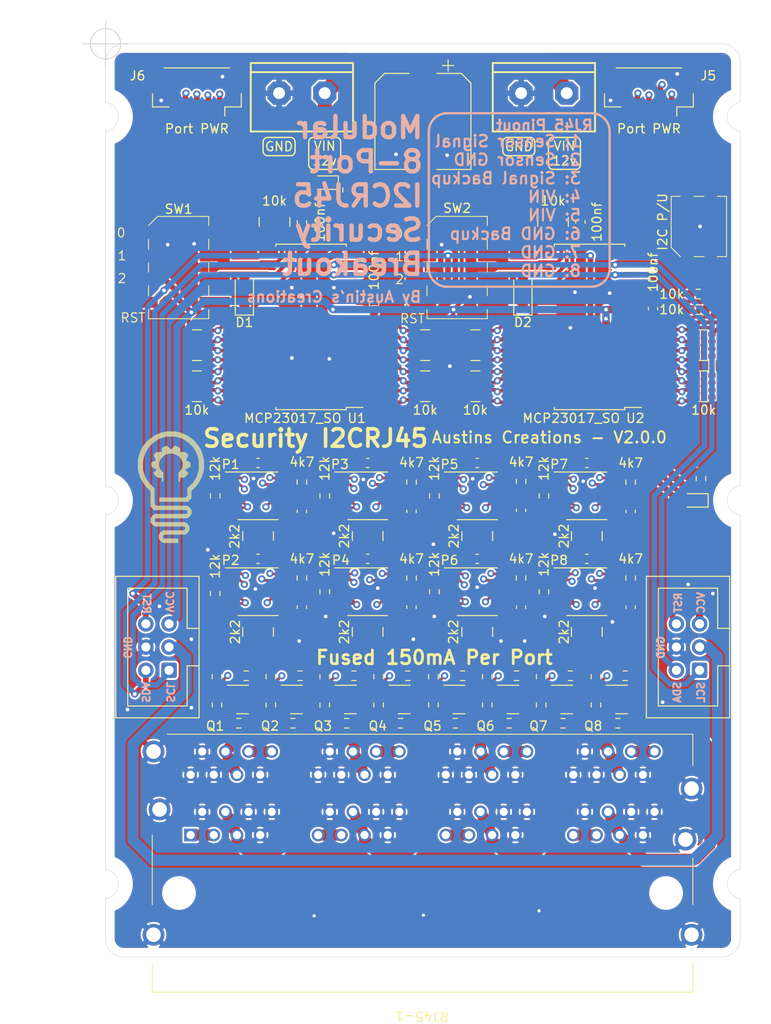
<source format=kicad_pcb>
(kicad_pcb (version 20211014) (generator pcbnew)
  (layers (0 "F.Cu" signal) (1 "In1.Cu" signal) (2 "In2.Cu" signal) (31 "B.Cu" signal) (34 "B.Paste" user) (35 "F.Paste" user) (36 "B.SilkS" user "B.Silkscreen") (37 "F.SilkS" user "F.Silkscreen") (38 "B.Mask" user) (39 "F.Mask" user) (44 "Edge.Cuts" user))
  (net 0 "")
  (net 1 "Net-(C1-Pad1)")
  (net 2 "GNDREF")
  (net 3 "Net-(C2-Pad1)")
  (net 4 "VCC")
  (net 5 "VDD")
  (net 6 "sense1")
  (net 7 "sense2")
  (net 8 "sense3")
  (net 9 "sense4")
  (net 10 "sense5")
  (net 11 "sense6")
  (net 12 "sense7")
  (net 13 "sense8")
  (net 14 "Net-(D2-Pad1)")
  (net 15 "SCL")
  (net 16 "Net-(J1-Pad3)")
  (net 17 "SDA")
  (net 18 "RST")
  (net 19 "Net-(P1-Pad4)")
  (net 20 "Net-(P1-Pad7)")
  (net 21 "Net-(P1-Pad9)")
  (net 22 "Net-(RJ45-1-PadA4)")
  (net 23 "Net-(RJ45-1-PadB4)")
  (net 24 "Net-(RJ45-1-PadC4)")
  (net 25 "Net-(RJ45-1-PadD4)")
  (net 26 "Net-(RJ45-1-PadE4)")
  (net 27 "Net-(RJ45-1-PadF4)")
  (net 28 "Net-(RJ45-1-PadG4)")
  (net 29 "Net-(RJ45-1-PadH4)")
  (net 30 "Net-(RN1-Pad7)")
  (net 31 "Net-(RN1-Pad5)")
  (net 32 "Net-(RN1-Pad6)")
  (net 33 "Net-(RN2-Pad7)")
  (net 34 "Net-(RN2-Pad5)")
  (net 35 "Net-(RN2-Pad6)")
  (net 36 "port3c")
  (net 37 "port3d")
  (net 38 "port3a")
  (net 39 "port3b")
  (net 40 "port7c")
  (net 41 "port7d")
  (net 42 "port7a")
  (net 43 "port7b")
  (net 44 "port4c")
  (net 45 "port4d")
  (net 46 "port4a")
  (net 47 "port4b")
  (net 48 "port8c")
  (net 49 "port8d")
  (net 50 "port8a")
  (net 51 "port8b")
  (net 52 "port1c")
  (net 53 "port1d")
  (net 54 "port1a")
  (net 55 "port1b")
  (net 56 "port5c")
  (net 57 "port5d")
  (net 58 "port5a")
  (net 59 "port5b")
  (net 60 "port2c")
  (net 61 "port2d")
  (net 62 "port2a")
  (net 63 "port2b")
  (net 64 "port6c")
  (net 65 "port6d")
  (net 66 "port6a")
  (net 67 "port6b")
  (net 68 "Net-(P1-Pad11)")
  (net 69 "Net-(P2-Pad7)")
  (net 70 "Net-(P3-Pad11)")
  (net 71 "Net-(P4-Pad7)")
  (net 72 "Net-(P5-Pad11)")
  (net 81 "Net-(P6-Pad7)")
  (net 82 "Net-(P8-Pad7)")
  (net 83 "Net-(P4-Pad11)")
  (net 84 "Net-(P6-Pad11)")
  (net 85 "Net-(P8-Pad11)")
  (net 86 "Net-(Q1-Pad1)")
  (net 87 "Net-(Q2-Pad1)")
  (net 88 "Net-(Q3-Pad1)")
  (net 89 "Net-(Q4-Pad1)")
  (net 90 "Net-(Q5-Pad1)")
  (net 91 "Net-(Q6-Pad1)")
  (net 92 "Net-(Q7-Pad1)")
  (net 93 "Net-(Q8-Pad1)")
  (net 94 "Net-(P2-Pad11)")
  (net 95 "Net-(P2-Pad9)")
  (net 96 "Net-(P2-Pad4)")
  (net 97 "Net-(P3-Pad4)")
  (net 98 "Net-(P3-Pad7)")
  (net 99 "Net-(P3-Pad9)")
  (net 100 "Net-(P4-Pad4)")
  (net 101 "Net-(P4-Pad9)")
  (net 102 "Net-(P5-Pad9)")
  (net 103 "Net-(P5-Pad7)")
  (net 104 "Net-(P5-Pad4)")
  (net 105 "Net-(P6-Pad4)")
  (net 106 "Net-(P6-Pad9)")
  (net 107 "Net-(P7-Pad4)")
  (net 108 "Net-(P7-Pad7)")
  (net 109 "Net-(P7-Pad9)")
  (net 110 "Net-(P7-Pad11)")
  (net 111 "Net-(P8-Pad9)")
  (net 112 "Net-(P8-Pad4)")
  (net 113 "pw1")
  (net 114 "pw2")
  (net 115 "pw3")
  (net 116 "pw4")
  (net 117 "pw6")
  (net 118 "pw8")
  (net 119 "pw5")
  (net 120 "pw7")
  (net 121 "Net-(D1-Pad1)")
  (net 122 "Net-(R33-Pad1)")
  (net 123 "Net-(R34-Pad1)")
  (net 124 "Net-(Q1-Pad2)")
  (net 125 "Net-(Q2-Pad2)")
  (net 126 "Net-(Q3-Pad2)")
  (net 127 "Net-(Q4-Pad2)")
  (net 128 "Net-(Q5-Pad2)")
  (net 129 "Net-(Q6-Pad2)")
  (net 130 "Net-(Q7-Pad2)")
  (net 131 "Net-(Q8-Pad2)")
  (net 132 "Net-(D3-Pad1)")
  (net 133 "Net-(D4-Pad1)")
  (footprint "Resistor_SMD:R_0603_1608Metric" (layer "F.Cu") (at 44 80 -90)
    (fp_text reference "R10" hide)
    (fp_text value "12k")
  )
  (footprint "Package_SO:TSSOP-14_4.4x5mm_P0.65mm" (layer "F.Cu") (at 48.7 80)
    (fp_text reference "P4")
    (fp_text value "LM339" hide)
  )
  (footprint "Resistor_SMD:R_0603_1608Metric" (layer "F.Cu") (at 44 92.4 90)
    (fp_text reference "R28" hide)
    (fp_text value "10k" hide)
  )
  (footprint "Connector_IDC:IDC-Header_2x03_P2.54mm_Vertical" (layer "F.Cu") (at 85.05 88.6 180)
    (fp_text reference "J1" hide)
    (fp_text value "Conn_02x03_Odd_Even" hide)
  )
  (footprint "Resistor_SMD:R_0603_1608Metric" (layer "F.Cu") (at 44 69.5 -90)
    (fp_text reference "R8" hide)
    (fp_text value "12k")
  )
  (footprint "Resistor_SMD:R_0603_1608Metric" (layer "F.Cu") (at 49.9 92.4 90)
    (fp_text reference "R22" hide)
    (fp_text value "10k" hide)
  )
  (footprint "Capacitor_SMD:C_0603_1608Metric" (layer "F.Cu") (at 72.7 65.9)
    (fp_text reference "C19" hide)
    (fp_text value "100nf" hide)
  )
  (footprint "Resistor_SMD:R_0603_1608Metric" (layer "F.Cu") (at 47.2 89.199989 180)
    (fp_text reference "R27" hide)
    (fp_text value "18k" hide)
  )
  (footprint "Resistor_SMD:R_Array_Convex_4x0603" (layer "F.Cu") (at 72.7 73.9 90)
    (fp_text reference "RN17" hide)
    (fp_text value "2k2")
  )
  (footprint "Resistor_SMD:R_0603_1608Metric" (layer "F.Cu") (at 35.4 89.2 180)
    (fp_text reference "R1" hide)
    (fp_text value "18k" hide)
  )
  (footprint "Resistor_SMD:R_Array_Convex_4x0603" (layer "F.Cu") (at 48.7 73.9 90)
    (fp_text reference "RN13" hide)
    (fp_text value "2k2")
  )
  (footprint "Austins creations:4P_DIP" (layer "F.Cu") (at 58.5 44.5)
    (fp_text reference "SW2")
    (fp_text value "SW_DIP_x04" hide)
  )
  (footprint "Capacitor_SMD:C_0603_1608Metric" (layer "F.Cu") (at 53.5 71.2 -90)
    (fp_text reference "C10" hide)
    (fp_text value "100nf" hide)
  )
  (footprint "Resistor_SMD:R_0603_1608Metric" (layer "F.Cu") (at 77.5 78.5 90)
    (fp_text reference "R17" hide)
    (fp_text value "4k7")
  )
  (footprint "Package_TO_SOT_SMD:SOT-23" (layer "F.Cu") (at 58.7 91.8)
    (fp_text reference "Q5")
    (fp_text value "AO3401A" hide)
  )
  (footprint "Package_SO:SOIC-28W_7.5x17.9mm_P1.27mm" (layer "F.Cu") (at 73 51 180)
    (fp_text reference "U2")
    (fp_text value "MCP23017_SO")
  )
  (footprint "Connector_JST:JST_GH_SM05B-GHS-TB_1x05-1MP_P1.25mm_Horizontal" (layer "F.Cu") (at 79.5 25.2 180)
    (fp_text reference "J5")
    (fp_text value "Conn_01x05_MountingPin" hide)
  )
  (footprint "Capacitor_SMD:C_0603_1608Metric" (layer "F.Cu") (at 41.5 81.7 -90)
    (fp_text reference "C7" hide)
    (fp_text value "100nf" hide)
  )
  (footprint "Resistor_SMD:R_0603_1608Metric" (layer "F.Cu") (at 73.7 89.3 -90)
    (fp_text reference "R40" hide)
    (fp_text value "10k" hide)
  )
  (footprint "Resistor_SMD:R_Array_Convex_4x0603" (layer "F.Cu") (at 48.7 84.4 90)
    (fp_text reference "RN14" hide)
    (fp_text value "2k2")
  )
  (footprint "Resistor_SMD:R_0603_1608Metric" (layer "F.Cu") (at 46.5 36 -90)
    (fp_text reference "R35" hide)
    (fp_text value "10k" hide)
  )
  (footprint "Capacitor_SMD:C_0603_1608Metric" (layer "F.Cu") (at 60.7 76.4)
    (fp_text reference "C17" hide)
    (fp_text value "100nf" hide)
  )
  (footprint "Austins creations:2pinblock" (layer "F.Cu") (at 68 25.4 180)
    (fp_text reference "J4" hide)
    (fp_text value "Screw_Terminal_01x02" hide)
  )
  (footprint "Resistor_SMD:R_0603_1608Metric" (layer "F.Cu") (at 65.5 67.9 90)
    (fp_text reference "R11" hide)
    (fp_text value "4k7")
  )
  (footprint "Connector_IDC:IDC-Header_2x03_P2.54mm_Vertical" (layer "F.Cu") (at 26.95 88.6 180)
    (fp_text reference "J2" hide)
    (fp_text value "Conn_02x03_Odd_Even" hide)
  )
  (footprint "Resistor_SMD:R_Array_Convex_4x0603" (layer "F.Cu") (at 30 57.5 180)
    (fp_text reference "RN9" hide)
    (fp_text value "10k")
  )
  (footprint "Resistor_SMD:R_0603_1608Metric" (layer "F.Cu") (at 55.9 92.4 90)
    (fp_text reference "R30" hide)
    (fp_text value "10k" hide)
  )
  (footprint "Resistor_SMD:R_0603_1608Metric" (layer "F.Cu") (at 38.1 92.4 90)
    (fp_text reference "R20" hide)
    (fp_text value "10k" hide)
  )
  (footprint "Capacitor_SMD:C_0603_1608Metric" (layer "F.Cu") (at 41.5 39.5 90)
    (fp_text reference "C1" hide)
    (fp_text value "100nf")
  )
  (footprint "Resistor_SMD:R_0603_1608Metric" (layer "F.Cu") (at 67.7 89.3 -90)
    (fp_text reference "R44" hide)
    (fp_text value "10k" hide)
  )
  (footprint "Resistor_SMD:R_Array_Convex_4x0603" (layer "F.Cu") (at 38.5 39.5 -90)
    (fp_text reference "RN1" hide)
    (fp_text value "10k")
  )
  (footprint "Resistor_SMD:R_0603_1608Metric" (layer "F.Cu") (at 53.5 78.5 90)
    (fp_text reference "R9" hide)
    (fp_text value "4k7")
  )
  (footprint "Capacitor_SMD:C_0603_1608Metric" (layer "F.Cu") (at 72 39.5 90)
    (fp_text reference "C2" hide)
    (fp_text value "100nf")
  )
  (footprint "Resistor_SMD:R_0603_1608Metric" (layer "F.Cu") (at 84.9 49.1 180)
    (fp_text reference "R33" hide)
    (fp_text value "10k")
  )
  (footprint "Resistor_SMD:R_Array_Convex_4x0603" (layer "F.Cu") (at 85.5 53)
    (fp_text reference "RN6" hide)
    (fp_text value "10k" hide)
  )
  (footprint "Resistor_SMD:R_Array_Convex_4x0603" (layer "F.Cu") (at 36.7 84.4 90)
    (fp_text reference "RN12" hide)
    (fp_text value "2k2")
  )
  (footprint "Resistor_SMD:R_0603_1608Metric" (layer "F.Cu") (at 32.2 92.4 90)
    (fp_text reference "R2" hide)
    (fp_text value "10k" hide)
  )
  (footprint "Resistor_SMD:R_Array_Convex_4x0603" (layer "F.Cu") (at 30 53 180)
    (fp_text reference "RN7" hide)
    (fp_text value "10k" hide)
  )
  (footprint "Capacitor_SMD:C_0603_1608Metric" (layer "F.Cu") (at 77.5 81.7 -90)
    (fp_text reference "C20" hide)
    (fp_text value "100nf" hide)
  )
  (footprint "Resistor_SMD:R_0603_1608Metric" (layer "F.Cu") (at 41.5 68 90)
    (fp_text reference "R3" hide)
    (fp_text value "4k7")
  )
  (footprint "Resistor_SMD:R_0603_1608Metric" (layer "F.Cu") (at 65 89.199989 180)
    (fp_text reference "R23" hide)
    (fp_text value "18k" hide)
  )
  (footprint "Package_SO:TSSOP-14_4.4x5mm_P0.65mm" (layer "F.Cu") (at 36.7 80)
    (fp_text reference "P2")
    (fp_text value "LM339" hide)
  )
  (footprint "Capacitor_SMD:C_0603_1608Metric" (layer "F.Cu") (at 53.5 81.7 -90)
    (fp_text reference "C12" hide)
    (fp_text value "100nf" hide)
  )
  (footprint "Capacitor_SMD:C_0603_1608Metric" (layer "F.Cu") (at 36.7 65.9)
    (fp_text reference "C8" hide)
    (fp_text value "100nf" hide)
  )
  (footprint "Resistor_SMD:R_0603_1608Metric" (layer "F.Cu") (at 56 80 -90)
    (fp_text reference "R14" hide)
    (fp_text value "12k")
  )
  (footprint "Package_SO:TSSOP-14_4.4x5mm_P0.65mm" (layer "F.Cu") (at 60.7 80)
    (fp_text reference "P6")
    (fp_text value "LM339" hide)
  )
  (footprint "Resistor_SMD:R_0603_1608Metric" (layer "F.Cu") (at 85.2 67.6 90)
    (fp_text reference "R36" hide)
    (fp_text value "1k" hide)
  )
  (footprint "Capacitor_SMD:C_0603_1608Metric" (layer "F.Cu") (at 65.5 71.1 -90)
    (fp_text reference "C14" hide)
    (fp_text value "100nf" hide)
  )
  (footprint "Package_SO:TSSOP-14_4.4x5mm_P0.65mm" (layer "F.Cu") (at 60.7 69.5)
    (fp_text reference "P5")
    (fp_text value "LM339" hide)
  )
  (footprint "Austins creations:2P_DIP" (layer "F.Cu") (at 85 40 90)
    (fp_text reference "SW5" hide)
    (fp_text value "2P_DIP" hide)
  )
  (footprint "Capacitor_SMD:C_0603_1608Metric" (layer "F.Cu") (at 77.5 71.2 -90)
    (fp_text reference "C18" hide)
    (fp_text value "100nf" hide)
  )
  (footprint "Capacitor_SMD:CP_Elec_10x10" (layer "F.Cu") (at 54.750005 28.499994 -90)
    (fp_text reference "C5" hide)
    (fp_text value "330uf 50v" hide)
  )
  (footprint "Resistor_SMD:R_Array_Convex_4x0603" (layer "F.Cu") (at 36.7 73.9 90)
    (fp_text reference "RN11" hide)
    (fp_text value "2k2")
  )
  (footprint "Resistor_SMD:R_0603_1608Metric" (layer "F.Cu") (at 38.1 89.3 -90)
    (fp_text reference "R37" hide)
    (fp_text value "10k" hide)
  )
  (footprint "Resistor_SMD:R_0603_1608Metric" (layer "F.Cu") (at 77.5 68 90)
    (fp_text reference "R15" hide)
    (fp_text value "4k7")
  )
  (footprint "Resistor_SMD:R_0603_1608Metric" (layer "F.Cu") (at 53.5 68 90)
    (fp_text reference "R7" hide)
    (fp_text value "4k7")
  )
  (footprint "Package_TO_SOT_SMD:SOT-23" (layer "F.Cu") (at 40.9 91.8)
    (fp_text reference "Q2")
    (fp_text value "AO3401A" hide)
  )
  (footprint "Resistor_SMD:R_0603_1608Metric" (layer "F.Cu") (at 70.9 89.199989 180)
    (fp_text reference "R31" hide)
    (fp_text value "18k" hide)
  )
  (footprint "Resistor_SMD:R_0603_1608Metric" (layer "F.Cu") (at 55.9 89.3 -90)
    (fp_text reference "R43" hide)
    (fp_text value "10k" hide)
  )
  (footprint "Resistor_SMD:R_0603_1608Metric" (layer "F.Cu") (at 49.9 89.3 -90)
    (fp_text reference "R38" hide)
    (fp_text value "10k" hide)
  )
  (footprint "Capacitor_SMD:C_0603_1608Metric" (layer "F.Cu") (at 60.7 65.9)
    (fp_text reference "C15" hide)
    (fp_text value "100nf" hide)
  )
  (footprint "Package_TO_SOT_SMD:SOT-23" (layer "F.Cu") (at 64.6 91.8)
    (fp_text reference "Q6")
    (fp_text value "AO3401A" hide)
  )
  (footprint "Resistor_SMD:R_Array_Convex_4x0603" (layer "F.Cu") (at 55 53)
    (fp_text reference "RN5" hide)
    (fp_text value "10k" hide)
  )
  (footprint "Resistor_SMD:R_0603_1608Metric" (layer "F.Cu") (at 56 69.5 -90)
    (fp_text reference "R12" hide)
    (fp_text value "12k")
  )
  (footprint "LED_SMD:LED_0603_1608Metric" (layer "F.Cu") (at 44 35.2 180)
    (fp_text reference "D3" hide)
    (fp_text value "red/yellow" hide)
  )
  (footprint "Package_TO_SOT_SMD:SOT-23" (layer "F.Cu") (at 46.8 91.8)
    (fp_text reference "Q3")
    (fp_text value "AO3401A" hide)
  )
  (footprint "Package_SO:SOIC-28W_7.5x17.9mm_P1.27mm" (layer "F.Cu") (at 42.5 51 180)
    (fp_text reference "U1")
    (fp_text value "MCP23017_SO")
  )
  (footprint "Resistor_SMD:R_Array_Convex_4x0603" (layer "F.Cu") (at 69 39.5 -90)
    (fp_text reference "RN2" hide)
    (fp_text value "10k")
  )
  (footprint "Resistor_SMD:R_Array_Convex_4x0603" (layer "F.Cu") (at 60.7 73.9 90)
    (fp_text reference "RN15" hide)
    (fp_text value "2k2")
  )
  (footprint "Resistor_SMD:R_0603_1608Metric" (layer "F.Cu") (at 46.4 94.399989 180)
    (fp_text reference "TH3" hide)
    (fp_text value "Fuse_PTC" hide)
  )
  (footprint "Capacitor_SMD:C_0603_1608Metric" (layer "F.Cu") (at 79.95 49 -90)
    (fp_text reference "C4" hide)
    (fp_text value "100nf")
  )
  (footprint "Resistor_SMD:R_0603_1608Metric" (layer "F.Cu") (at 44 89.3 -90)
    (fp_text reference "R42" hide)
    (fp_text value "10k" hide)
  )
  (footprint "Resistor_SMD:R_Array_Convex_4x0603" (layer "F.Cu") (at 60.7 84.4 90)
    (fp_text reference "RN16" hide)
    (fp_text value "2k2")
  )
  (footprint "Package_SO:TSSOP-14_4.4x5mm_P0.65mm" (layer "F.Cu") (at 36.7 69.5)
    (fp_text reference "P1")
    (fp_text value "LM339" hide)
  )
  (footprint "Resistor_SMD:R_Array_Convex_4x0603" (layer "F.Cu") (at 60.5 53 180)
    (fp_text reference "RN8" hide)
    (fp_text value "10k" hide)
  )
  (footprint "Resistor_SMD:R_0603_1608Metric" (layer "F.Cu") (at 40.5 94.399989)
    (fp_text reference "TH2" hide)
    (fp_text value "Fuse_PTC" hide)
  )
  (footprint "Resistor_SMD:R_0603_1608Metric" (layer "F.Cu") (at 70.1 94.399989 180)
    (fp_text reference "TH7" hide)
    (fp_text value "Fuse_PTC" hide)
  )
  (footprint "Resistor_SMD:R_Array_Convex_4x0603" (layer "F.Cu") (at 55 57.5)
    (fp_text reference "RN3" hide)
    (fp_text value "10k")
  )
  (footprint "Resistor_SMD:R_0603_1608Metric" (layer "F.Cu") (at 58.3 94.399989 180)
    (fp_text reference "TH5" hide)
    (fp_text value "Fuse_PTC" hide)
  )
  (footprint "Package_SO:TSSOP-14_4.4x5mm_P0.65mm" (layer "F.Cu") (at 72.7 80)
    (fp_text reference "P8")
    (fp_text value "LM339" hide)
  )
  (footprint "Package_TO_SOT_SMD:SOT-23" (layer "F.Cu") (at 35 91.8)
    (fp_text reference "Q1")
    (fp_text value "AO3401A" hide)
  )
  (footprint "Resistor_SMD:R_Array_Convex_4x0603" (layer "F.Cu") (at 85.5 57.5)
    (fp_text reference "RN4" hide)
    (fp_text value "10k")
  )
  (footprint "Capacitor_SMD:C_0603_1608Metric" (layer "F.Cu") (at 48.7 65.9)
    (fp_text reference "C11" hide)
    (fp_text value "100nf" hide)
  )
  (footprint "Resistor_SMD:R_0603_1608Metric" (layer "F.Cu") (at 67.7 92.4 90)
    (fp_text reference "R32" hide)
    (fp_text value "10k" hide)
  )
  (footprint "Package_TO_SOT_SMD:SOT-23" (layer "F.Cu") (at 70.5 91.8)
    (fp_text reference "Q7")
    (fp_text value "AO3401A" hide)
  )
  (footprint "Resistor_SMD:R_0603_1608Metric" (layer "F.Cu") (at 64.2 94.399989)
    (fp_text reference "TH6" hide)
    (fp_text value "Fuse_PTC" hide)
  )
  (footprint "Resistor_SMD:R_0603_1608Metric" (layer "F.Cu") (at 76.9 89.199989 180)
    (fp_text reference "R25" hide)
    (fp_text value "18k" hide)
  )
  (footprint "Resistor_SMD:R_0603_1608Metric" (layer "F.Cu") (at 59.1 89.199989 180)
    (fp_text reference "R29" hide)
    (fp_text value "18k" hide)
  )
  (footprint "Resistor_SMD:R_0603_1608Metric" (layer "F.Cu") (at 84.9 47.4 180)
    (fp_text reference "R34" hide)
    (fp_text value "10k")
  )
  (footprint "Austins creations:2pinblock" (layer "F.Cu") (at 41.5 25.4 180)
    (fp_text reference "J3" hide)
    (fp_text value "Screw_Terminal_01x02" hide)
  )
  (footprint "Resistor_SMD:R_0603_1608Metric" (layer "F.Cu") (at 68 69.5 -90)
    (fp_text reference "R16" hide)
    (fp_text value "12k")
  )
  (footprint "Capacitor_SMD:C_0603_1608Metric" (layer "F.Cu") (at 48.7 76.4)
    (fp_text reference "C13" hide)
    (fp_text value "100nf" hide)
  )
  (footprint "Resistor_SMD:R_Array_Convex_4x0603" (layer "F.Cu") (at 72.7 84.4 90)
    (fp_text reference "RN18" hide)
    (fp_text value "2k2")
  )
  (footprint "Resistor_SMD:R_0603_1608Metric" (layer "F.Cu") (at 41.299994 89.199988 180)
    (fp_text reference "R19" hide)
    (fp_text value "18k" hide)
  )
  (footprint "Resistor_SMD:R_0603_1608Metric" (layer "F.Cu") (at 32 80.2 -90)
    (fp_text reference "R6" hide)
    (fp_text value "12k")
  )
  (footprint "Resistor_SMD:R_Array_Convex_4x0603" (layer "F.Cu") (at 60.5 57.5 180)
    (fp_text reference "RN10" hide)
    (fp_text value "10k")
  )
  (footprint "Resistor_SMD:R_0603_1608Metric" (layer "F.Cu") (at 53.1 89.199989 180)
    (fp_text reference "R21" hide)
    (fp_text value "18k" hide)
  )
  (footprint "Resistor_SMD:R_0603_1608Metric" (layer "F.Cu") (at 61.8 92.4 90)
    (fp_text reference "R24" hide)
    (fp_text value "10k" hide)
  )
  (footprint "Capacitor_SMD:C_0603_1608Metric" (layer "F.Cu") (at 41.5 71.2 -90)
    (fp_text reference "C6" hide)
    (fp_text value "100nf" hide)
  )
  (footprint "Austins creations:R-RJ45R08P-8000" (layer "F.Cu") (at 54.649992 116.199996 180)
    (fp_text reference "RJ45-1")
    (fp_text value "R-RJ45R08P-8000" hide)
  )
  (footprint "Austins creations:4P_DIP" (layer "F.Cu") (at 28 44.5)
    (fp_text reference "SW1")
    (fp_text value "SW_DIP_x04" hide)
  )
  (footprint "logos:Creations logo med" (layer "F.Cu") (at 27.2 66.1)
    (fp_text reference "LOGO1" hide)
    (fp_text value "Creations_logo_med" hide)
  )
  (footprint "Resistor_SMD:R_0603_1608Metric" (layer "F.Cu") (at 34.6 94.399989 180)
    (fp_text reference "TH1" hide)
    (fp_text value "Fuse_PTC" hide)
  )
  (footprint "Resistor_SMD:R_0603_1608Metric" (layer "F.Cu") (at 68 80 -90)
    (fp_text reference "R18" hide)
    (fp_text value "12k")
  )
  (footprint "Resistor_SMD:R_0603_1608Metric" (layer "F.Cu") (at 32 69.5 -90)
    (fp_text reference "R5" hide)
    (fp_text value "12k")
  )
  (footprint "Capacitor_SMD:C_0603_1608Metric" (layer "F.Cu") (at 36.7 76.4)
    (fp_text reference "C9" hide)
    (fp_text value "100nf" hide)
  )
  (footprint "Resistor_SMD:R_0603_1608Metric" (layer "F.Cu") (at 73.7 92.4 90)
    (fp_text reference "R26" hide)
    (fp_text value "10k" hide)
  )
  (footprint "Capacitor_SMD:C_0603_1608Metric" (layer "F.Cu") (at 72.7 76.4)
    (fp_text reference "C21" hide)
    (fp_text value "100nf" hide)
  )
  (footprint "Package_TO_SOT_SMD:SOT-23" (layer "F.Cu") (at 76.5 91.8)
    (fp_text reference "Q8")
    (fp_text value "AO3401A" hide)
  )
  (footprint "Package_SO:TSSOP-14_4.4x5mm_P0.65mm" (layer "F.Cu") (at 72.7 69.5)
    (fp_text reference "P7")
    (fp_text value "LM339" hide)
  )
  (footprint "Resistor_SMD:R_0603_1608Metric" (layer "F.Cu") (at 32.2 89.3 -90)
    (fp_text reference "R41" hide)
    (fp_text value "10k" hide)
  )
  (footprint "Resistor_SMD:R_0603_1608Metric" (layer "F.Cu") (at 52.3 94.399989)
    (fp_text reference "TH4" hide)
    (fp_text value "Fuse_PTC" hide)
  )
  (footprint "Resistor_SMD:R_0603_1608Metric" (layer "F.Cu") (at 65.5 78.5 90)
    (fp_text reference "R13" hide)
    (fp_text value "4k7")
  )
  (footprint "Diode_SMD:D_SOD-123F" (layer "F.Cu") (at 35.2 47.5 90)
    (fp_text reference "D1")
    (fp_text value "SM4007" hide)
  )
  (footprint "Connector_JST:JST_GH_SM05B-GHS-TB_1x05-1MP_P1.25mm_Horizontal" (layer "F.Cu") (at 30 25.2 180)
    (fp_text reference "J6")
    (fp_text value "Conn_01x05_MountingPin" hide)
  )
  (footprint "Package_TO_SOT_SMD:SOT-23" (layer "F.Cu") (at 52.7 91.8)
    (fp_text reference "Q4")
    (fp_text value "AO3401A" hide)
  )
  (footprint "Capacitor_SMD:C_0603_1608Metric" (layer "F.Cu") (at 65.5 81.7 -90)
    (fp_text reference "C16" hide)
    (fp_text value "100nf" hide)
  )
  (footprint "Capacitor_SMD:C_0603_1608Metric" (layer "F.Cu") (at 49.4 48.5 -90)
    (fp_text reference "C3" hide)
    (fp_text value "100nf")
  )
  (footprint "Resistor_SMD:R_0603_1608Metric" (layer "F.Cu") (at 76.1 94.399989)
    (fp_text reference "TH8" hide)
    (fp_text value "Fuse_PTC" hide)
  )
  (footprint "Resistor_SMD:R_0603_1608Metric" (layer "F.Cu") (at 61.8 89.3 -90)
    (fp_text reference "R39" hide)
    (fp_text value "10k" hide)
  )
  (footprint "Package_SO:TSSOP-14_4.4x5mm_P0.65mm" (layer "F.Cu") (at 48.7 69.5)
    (fp_text reference "P3")
    (fp_text value "LM339" hide)
  )
  (footprint "Diode_SMD:D_SOD-123F" (layer "F.Cu") (at 65.7 47.5 90)
    (fp_text reference "D2")
    (fp_text value "SM4007" hide)
  )
  (footprint "Resistor_SMD:R_0603_1608Metric" (layer "F.Cu") (at 41.5 78.5 90)
    (fp_text reference "R4" hide)
    (fp_text value "4k7")
  )
  (footprint "LED_SMD:LED_0603_1608Metric" (layer "F.Cu") (at 84.5 70 180)
    (fp_text reference "D4" hide)
    (fp_text value "blue" hide)
  )
  (gr_line (start 57.4 27.6) (end 73.2 27.6) (layer "B.SilkS") (width 0.254))
  (gr_line (start 75.2 29.6) (end 75.2 44.6) (layer "B.SilkS") (width 0.254))
  (gr_arc (start 57.4 46.6) (mid 55.985786 46.014214) (end 55.4 44.6) (layer "B.SilkS") (width 0.254))
  (gr_arc (start 75.2 44.6) (mid 74.614214 46.014214) (end 73.2 46.6) (layer "B.SilkS") (width 0.254))
  (gr_line (start 55.4 44.6) (end 55.4 29.6) (layer "B.SilkS") (width 0.254))
  (gr_arc (start 55.4 29.6) (mid 55.985786 28.185786) (end 57.4 27.6) (layer "B.SilkS") (width 0.254))
  (gr_line (start 73.2 46.6) (end 57.4 46.6) (layer "B.SilkS") (width 0.254))
  (gr_arc (start 73.2 27.6) (mid 74.614214 28.185786) (end 75.2 29.6) (layer "B.SilkS") (width 0.254))
  (gr_arc (start 37.25 30.75) (mid 37.396447 30.396447) (end 37.75 30.25) (layer "F.SilkS") (width 0.15))
  (gr_line (start 45.75 30.75) (end 45.75 33.25) (layer "F.SilkS") (width 0.15))
  (gr_arc (start 40.25 30.25) (mid 40.603553 30.396447) (end 40.75 30.75) (layer "F.SilkS") (width 0.15))
  (gr_arc (start 42.25 30.75) (mid 42.396447 30.396447) (end 42.75 30.25) (layer "F.SilkS") (width 0.15))
  (gr_arc (start 72 33.25) (mid 71.853553 33.603553) (end 71.5 33.75) (layer "F.SilkS") (width 0.15))
  (gr_line (start 67 30.75) (end 67 31.75) (layer "F.SilkS") (width 0.15))
  (gr_line (start 40.25 30.25) (end 37.75 30.25) (layer "F.SilkS") (width 0.15))
  (gr_line (start 63.5 30.75) (end 63.5 31.75) (layer "F.SilkS") (width 0.15))
  (gr_arc (start 64 32.25) (mid 63.646447 32.103553) (end 63.5 31.75) (layer "F.SilkS") (width 0.15))
  (gr_line (start 72 30.75) (end 72 33.25) (layer "F.SilkS") (width 0.15))
  (gr_arc (start 71.5 30.25) (mid 71.853553 30.396447) (end 72 30.75) (layer "F.SilkS") (width 0.15))
  (gr_arc (start 45.75 33.25) (mid 45.603553 33.603553) (end 45.25 33.75) (layer "F.SilkS") (width 0.15))
  (gr_line (start 68.5 33.25) (end 68.5 30.75) (layer "F.SilkS") (width 0.15))
  (gr_arc (start 69 33.75) (mid 68.646447 33.603553) (end 68.5 33.25) (layer "F.SilkS") (width 0.15))
  (gr_arc (start 63.5 30.75) (mid 63.646447 30.396447) (end 64 30.25) (layer "F.SilkS") (width 0.15))
  (gr_line (start 66.5 32.25) (end 64 32.25) (layer "F.SilkS") (width 0.15))
  (gr_line (start 71.5 33.75) (end 69 33.75) (layer "F.SilkS") (width 0.15))
  (gr_arc (start 66.5 30.25) (mid 66.853553 30.396447) (end 67 30.75) (layer "F.SilkS") (width 0.15))
  (gr_line (start 40.75 30.75) (end 40.75 31.75) (layer "F.SilkS") (width 0.15))
  (gr_line (start 42.25 33.25) (end 42.25 30.75) (layer "F.SilkS") (width 0.15))
  (gr_line (start 69 30.25) (end 71.5 30.25) (layer "F.SilkS") (width 0.15))
  (gr_line (start 37.25 30.75) (end 37.25 31.75) (layer "F.SilkS") (width 0.15))
  (gr_arc (start 67 31.75) (mid 66.853553 32.103553) (end 66.5 32.25) (layer "F.SilkS") (width 0.15))
  (gr_line (start 40.25 32.25) (end 37.75 32.25) (layer "F.SilkS") (width 0.15))
  (gr_arc (start 37.75 32.25) (mid 37.396447 32.103553) (end 37.25 31.75) (layer "F.SilkS") (width 0.15))
  (gr_arc (start 45.25 30.25) (mid 45.603553 30.396447) (end 45.75 30.75) (layer "F.SilkS") (width 0.15))
  (gr_arc (start 40.75 31.75) (mid 40.603553 32.103553) (end 40.25 32.25) (layer "F.SilkS") (width 0.15))
  (gr_arc (start 68.5 30.75) (mid 68.646447 30.396447) (end 69 30.25) (layer "F.SilkS") (width 0.15))
  (gr_line (start 42.75 30.25) (end 45.25 30.25) (layer "F.SilkS") (width 0.15))
  (gr_line (start 66.5 30.25) (end 64 30.25) (layer "F.SilkS") (width 0.15))
  (gr_arc (start 42.75 33.75) (mid 42.396447 33.603553) (end 42.25 33.25) (layer "F.SilkS") (width 0.15))
  (gr_line (start 45.25 33.75) (end 42.75 33.75) (layer "F.SilkS") (width 0.15))
  (gr_arc (start 20 110.4) (mid 21.41183 112) (end 20 113.6) (layer "Edge.Cuts") (width 0.05))
  (gr_arc (start 89.5 29.6) (mid 88.08817 28) (end 89.5 26.4) (layer "Edge.Cuts") (width 0.05))
  (gr_line (start 89.5 22) (end 89.5 26.4) (layer "Edge.Cuts") (width 0.05))
  (gr_line (start 87.5 120) (end 22 120) (layer "Edge.Cuts") (width 0.05))
  (gr_line (start 89.5 71.6) (end 89.5 110.4) (layer "Edge.Cuts") (width 0.05))
  (gr_line (start 20 22) (end 20 26.4) (layer "Edge.Cuts") (width 0.05))
  (gr_line (start 89.5 113.6) (end 89.5 118) (layer "Edge.Cuts") (width 0.05))
  (gr_line (start 20 118) (end 20 113.6) (layer "Edge.Cuts") (width 0.05))
  (gr_line (start 89.5 68.4) (end 89.5 29.6) (layer "Edge.Cuts") (width 0.05))
  (gr_arc (start 20 68.4) (mid 21.41183 70) (end 20 71.6) (layer "Edge.Cuts") (width 0.05))
  (gr_arc (start 89.5 113.6) (mid 88.08817 112) (end 89.5 110.4) (layer "Edge.Cuts") (width 0.05))
  (gr_arc (start 89.5 71.6) (mid 88.08817 70) (end 89.5 68.4) (layer "Edge.Cuts") (width 0.05))
  (gr_line (start 22 20) (end 87.5 20) (layer "Edge.Cuts") (width 0.05))
  (gr_arc (start 87.5 20) (mid 88.914214 20.585786) (end 89.5 22) (layer "Edge.Cuts") (width 0.05))
  (gr_arc (start 89.5 118) (mid 88.914214 119.414214) (end 87.5 120) (layer "Edge.Cuts") (width 0.05))
  (gr_line (start 20 29.6) (end 20 68.4) (layer "Edge.Cuts") (width 0.05))
  (gr_arc (start 20 26.4) (mid 21.41183 28) (end 20 29.6) (layer "Edge.Cuts") (width 0.05))
  (gr_line (start 20 71.6) (end 20 110.4) (layer "Edge.Cuts") (width 0.05))
  (gr_arc (start 20 22) (mid 20.585786 20.585786) (end 22 20) (layer "Edge.Cuts") (width 0.05))
  (gr_arc (start 22 120) (mid 20.585786 119.414214) (end 20 118) (layer "Edge.Cuts") (width 0.05))
  (gr_text "RJ45 Pinout" (at 73.5 29.6) (layer "B.SilkS") (effects (font (size 1.148 1.148) (thickness 0.252)) (justify left bottom mirror)))
  (gr_text "Modular\n8-Port\nI2CRJ45\nSecurity\nBreakout" (at 55 45.5) (layer "B.SilkS") (effects (font (size 2.324 2.324) (thickness 0.476)) (justify left bottom mirror)))
  (gr_text "SCL" (at 85.2 91 90) (layer "B.SilkS") (effects (font (size 0.8 0.8) (thickness 0.2)) (justify mirror)))
  (gr_text "SDA" (at 24.4 91 -90) (layer "B.SilkS") (effects (font (size 0.8 0.8) (thickness 0.2)) (justify mirror)))
  (gr_text "VCC" (at 85.2 81.2 90) (layer "B.SilkS") (effects (font (size 0.8 0.8) (thickness 0.2)) (justify mirror)))
  (gr_text "SDA" (at 82.6 91 90) (layer "B.SilkS") (effects (font (size 0.8 0.8) (thickness 0.2)) (justify mirror)))
  (gr_text "By Austin's Creations" (at 54.7 48.4) (layer "B.SilkS") (effects (font (size 1.180592 1.180592) (thickness 0.241808)) (justify left bottom mirror)))
  (gr_text "RST" (at 24.5 81.3 270) (layer "B.SilkS") (effects (font (size 0.8 0.8) (thickness 0.2)) (justify mirror)))
  (gr_text "RST" (at 82.7 81.2 90) (layer "B.SilkS") (effects (font (size 0.8 0.8) (thickness 0.2)) (justify mirror)))
  (gr_text "GND" (at 22.4 86.1 270) (layer "B.SilkS") (effects (font (size 0.8 0.8) (thickness 0.2)) (justify mirror)))
  (gr_text "GND" (at 80.8 86.1 90) (layer "B.SilkS") (effects (font (size 0.8 0.8) (thickness 0.2)) (justify mirror)))
  (gr_text "1: Sensor Signal\n2: Sensor GND\n3: Signal Backup\n4: VIN\n5: VIN\n6: GND Backup\n7: GND\n8: GND" (at 72.200001 45.600012) (layer "B.SilkS") (effects (font (size 1.26 1.26) (thickness 0.24)) (justify left bottom mirror)))
  (gr_text "SCL" (at 27.1 91 270) (layer "B.SilkS") (effects (font (size 0.8 0.8) (thickness 0.2)) (justify mirror)))
  (gr_text "VCC" (at 27 81.1 270) (layer "B.SilkS") (effects (font (size 0.8 0.8) (thickness 0.2)) (justify mirror)))
  (gr_text "GND" (at 39 31.25) (layer "F.SilkS") (effects (font (size 1 1))))
  (gr_text "RST" (at 23 50) (layer "F.SilkS") (effects (font (size 1 1) (thickness 0.125))))
  (gr_text "GND" (at 65.25 31.25) (layer "F.SilkS") (effects (font (size 1 1))))
  (gr_text "Security I2CRJ45" (at 43 63.2) (layer "F.SilkS") (effects (font (size 1.909 1.909) (thickness 0.391))))
  (gr_text "I2C P/U" (at 81 39.5 90) (layer "F.SilkS") (effects (font (size 1 1))))
  (gr_text "VIN\n12v" (at 70.25 32) (layer "F.SilkS") (effects (font (size 1 1))))
  (gr_text "VIN\n12v" (at 44 32) (layer "F.SilkS") (effects (font (size 1 1))))
  (gr_text "Port PWR" (at 30 29.3) (layer "F.SilkS") (effects (font (size 1 1))))
  (gr_text "2" (at 52.2 45.8) (layer "F.SilkS") (effects (font (size 1 1) (thickness 0.125))))
  (gr_text "1" (at 21.8 43.2) (layer "F.SilkS") (effects (font (size 1 1) (thickness 0.125))))
  (gr_text "Fused 150mA Per Port" (at 55.99999 87.2) (layer "F.SilkS") (effects (font (size 1.5 1.5) (thickness 0.3))))
  (gr_text "0" (at 52.1 40.8) (layer "F.SilkS") (effects (font (size 1 1) (thickness 0.125))))
  (gr_text "Austins Creations - V2.0.0" (at 68.6 63.1) (layer "F.SilkS") (effects (font (size 1.25 1.25) (thickness 0.2))))
  (gr_text "Port PWR" (at 79.5 29.3) (layer "F.SilkS") (effects (font (size 1 1))))
  (gr_text "2" (at 21.8 45.7) (layer "F.SilkS") (effects (font (size 1 1) (thickness 0.125))))
  (gr_text "1" (at 52.2 43.3) (layer "F.SilkS") (effects (font (size 1 1) (thickness 0.125))))
  (gr_text "RST" (at 53.6 50.1) (layer "F.SilkS") (effects (font (size 1 1) (thickness 0.125))))
  (gr_text "0" (at 21.7 40.7) (layer "F.SilkS") (effects (font (size 1 1) (thickness 0.125))))
  (target plus (at 20 20) (size 5) (width 0.1) (layer "Edge.Cuts"))
  (segment (start 39.7 40.4) (end 39.7 41.074536) (width 0.4064) (layer "F.Cu") (net 1))
  (segment (start 37.85 46.555) (end 35.655 46.555) (width 0.4064) (layer "F.Cu") (net 1))
  (segment (start 35.655 46.555) (end 35.2 46.1) (width 0.4064) (layer "F.Cu") (net 1))
  (segment (start 41.375 40.4) (end 41.5 40.275) (width 0.4064) (layer "F.Cu") (net 1))
  (segment (start 39.7 41.074536) (end 40.51184 41.886376) (width 0.4064) (layer "F.Cu") (net 1))
  (segment (start 39.7 40.4) (end 41.375 40.4) (width 0.4064) (layer "F.Cu") (net 1))
  (segment (start 40.51184 44.68816) (end 38.645 46.555) (width 0.4064) (layer "F.Cu") (net 1))
  (segment (start 40.51184 41.886376) (end 40.51184 44.68816) (width 0.4064) (layer "F.Cu") (net 1))
  (segment (start 38.645 46.555) (end 37.85 46.555) (width 0.4064) (layer "F.Cu") (net 1))
  (via (at 29.4 85.2) (size 0.8) (drill 0.4) (layers "F.Cu" "B.Cu") (net 2))
  (via (at 70.9 51.1) (size 0.8) (drill 0.4) (layers "F.Cu" "B.Cu") (net 2))
  (via (at 83.8 79.2) (size 0.8) (drill 0.4) (layers "F.Cu" "B.Cu") (net 2))
  (via (at 63.3 85.4) (size 0.8) (drill 0.4) (layers "F.Cu" "B.Cu") (net 2))
  (via (at 85.1 40) (size 0.8) (drill 0.4) (layers "F.Cu" "B.Cu") (net 2))
  (via (at 55.9 74.8) (size 0.8) (drill 0.4) (layers "F.Cu" "B.Cu") (net 2))
  (via (at 73.6 79.6) (size 0.8) (drill 0.4) (layers "F.Cu" "B.Cu") (net 2))
  (via (at 22.4 92.9) (size 0.8) (drill 0.4) (layers "F.Cu" "B.Cu") (net 2))
  (via (at 72.3 67.9) (size 0.8) (drill 0.4) (layers "F.Cu" "B.Cu") (net 2))
  (via (at 75.5 83.3) (size 0.8) (drill 0.4) (layers "F.Cu" "B.Cu") (net 2))
  (via (at 82.6 23.3) (size 0.8) (drill 0.4) (layers "F.Cu" "B.Cu") (net 2))
  (via (at 32.8 23.6) (size 0.8) (drill 0.4) (layers "F.Cu" "B.Cu") (net 2))
  (via (at 69.2 73.7) (size 0.8) (drill 0.4) (layers "F.Cu" "B.Cu") (net 2))
  (via (at 59.9 47.7) (size 0.8) (drill 0.4) (layers "F.Cu" "B.Cu") (net 2))
  (via (at 67.465 114.935) (size 0.7564) (drill 0.35) (layers "F.Cu" "B.Cu") (net 2))
  (via (at 81 92.1) (size 0.8) (drill 0.4) (layers "F.Cu" "B.Cu") (net 2))
  (via (at 31.2 75.4) (size 0.8) (drill 0.4) (layers "F.Cu" "B.Cu") (net 2))
  (via (at 56 82.7) (size 0.8) (drill 0.4) (layers "F.Cu" "B.Cu") (net 2))
  (via (at 71.4 47.2) (size 0.8) (drill 0.4) (layers "F.Cu" "B.Cu") (net 2))
  (via (at 57.7 55.3) (size 0.8) (drill 0.4) (layers "F.Cu" "B.Cu") (net 2))
  (via (at 42.84 115.49) (size 0.7564) (drill 0.35) (layers "F.Cu" "B.Cu") (net 2))
  (via (at 49.8 79.6) (size 0.8) (drill 0.4) (layers "F.Cu" "B.Cu") (net 2))
  (via (at 26.8 42) (size 0.8) (drill 0.4) (layers "F.Cu" "B.Cu") (net 2))
  (via (at 54.805 115.42) (size 0.7564) (drill 0.35) (layers "F.Cu" "B.Cu") (net 2))
  (via (at 44.97606 73.6) (size 0.8) (drill 0.4) (layers "F.Cu" "B.Cu") (net 2))
  (via (at 25.9 81.6) (size 0.8) (drill 0.4) (layers "F.Cu" "B.Cu") (net 2))
  (via (at 56.8 42) (size 0.8) (drill 0.4) (layers "F.Cu" "B.Cu") (net 2))
  (via (at 29.4 92.7) (size 0.8) (drill 0.4) (layers "F.Cu" "B.Cu") (net 2))
  (via (at 86.5 80.2) (size 0.8) (drill 0.4) (layers "F.Cu" "B.Cu") (net 2))
  (via (at 75.2 47.3) (size 0.8) (drill 0.4) (layers "F.Cu" "B.Cu") (net 2))
  (via (at 53.7 85.2) (size 0.8) (drill 0.4) (layers "F.Cu" "B.Cu") (net 2))
  (via (at 26.1 26.2) (size 0.8) (drill 0.4) (layers "F.Cu" "B.Cu") (net 2))
  (via (at 57.4 32.2) (size 0.8) (drill 0.4) (layers "F.Cu" "B.Cu") (net 2))
  (via (at 41.2 85.4) (size 0.8) (drill 0.4) (layers "F.Cu" "B.Cu") (net 2))
  (via (at 29.7 41.9) (size 0.8) (drill 0.4) (layers "F.Cu" "B.Cu") (net 2))
  (via (at 36.203115 67.599709) (size 0.8) (drill 0.4) (layers "F.Cu" "B.Cu") (net 2))
  (via (at 40.4 54.4) (size 0.8) (drill 0.4) (layers "F.Cu" "B.Cu") (net 2))
  (via (at 51.8 32.1) (size 0.8) (drill 0.4) (layers "F.Cu" "B.Cu") (net 2))
  (via (at 60.7 79.5) (size 0.8) (drill 0.4) (layers "F.Cu" "B.Cu") (net 2))
  (via (at 48.23077 67.704734) (size 0.8) (drill 0.4) (layers "F.Cu" "B.Cu") (net 2))
  (via (at 44.1 82.7) (size 0.8) (drill 0.4) (layers "F.Cu" "B.Cu") (net 2))
  (via (at 60.2 67.628682) (size 0.8) (drill 0.4) (layers "F.Cu" "B.Cu") (net 2))
  (via (at 40.4 46.7) (size 0.8) (drill 0.4) (layers "F.Cu" "B.Cu") (net 2))
  (via (at 68.1 82.7) (size 0.8) (drill 0.4) (layers "F.Cu" "B.Cu") (net 2))
  (via (at 45 46.7) (size 0.8) (drill 0.4) (layers "F.Cu" "B.Cu") (net 2))
  (via (at 65.9 85.4) (size 0.8) (drill 0.4) (layers "F.Cu" "B.Cu") (net 2))
  (via (at 36.4 79.7) (size 0.8) (drill 0.4) (layers "F.Cu" "B.Cu") (net 2))
  (via (at 75.3 26.2) (size 0.8) (drill 0.4) (layers "F.Cu" "B.Cu") (net 2))
  (via (at 44.5 54.5) (size 0.8) (drill 0.4) (layers "F.Cu" "B.Cu") (net 2))
  (segment (start 66.155 46.555) (end 65.7 46.1) (width 0.4064) (layer "F.Cu") (net 3))
  (segment (start 71.11184 44.34506) (end 71.11184 41.89804) (width 0.4064) (layer "F.Cu") (net 3))
  (segment (start 68.35 46.555) (end 66.155 46.555) (width 0.4064) (layer "F.Cu") (net 3))
  (segment (start 68.9019 46.555) (end 71.11184 44.34506) (width 0.4064) (layer "F.Cu") (net 3))
  (segment (start 71.875 40.4) (end 72 40.275) (width 0.4064) (layer "F.Cu") (net 3))
  (segment (start 70.2 40.9862) (end 70.2 40.4) (width 0.4064) (layer "F.Cu") (net 3))
  (segment (start 70.2 40.4) (end 71.875 40.4) (width 0.4064) (layer "F.Cu") (net 3))
  (segment (start 68.35 46.555) (end 68.9019 46.555) (width 0.4064) (layer "F.Cu") (net 3))
  (segment (start 71.11184 41.89804) (end 70.2 40.9862) (width 0.4064) (layer "F.Cu") (net 3))
  (segment (start 55.9 56.3) (end 59.6 56.3) (width 0.4064) (layer "F.Cu") (net 4))
  (segment (start 56.9 39.5) (end 55.71 40.69) (width 0.4064) (layer "F.Cu") (net 4))
  (segment (start 83.73 36.05) (end 86.27 36.05) (width 0.4064) (layer "F.Cu") (net 4))
  (segment (start 59.6 52.6) (end 59.6 53.4) (width 0.4064) (layer "F.Cu") (net 4))
  (segment (start 54.55 43.23) (end 54.55 40.69) (width 0.4064) (layer "F.Cu") (net 4))
  (segment (start 58.997289 47.632495) (end 58.997289 46.967505) (width 0.4064) (layer "F.Cu") (net 4))
  (segment (start 58.1 49.1) (end 59 48.2) (width 0.4064) (layer "F.Cu") (net 4))
  (segment (start 74.8 59.9) (end 74.8 50.1) (width 0.8128) (layer "F.Cu") (net 4))
  (segment (start 59 46.964794) (end 59 42.6) (width 0.4064) (layer "F.Cu") (net 4))
  (segment (start 87.80752 38.40752) (end 87.80752 50.39248) (width 0.4064) (layer "F.Cu") (net 4))
  (segment (start 24.05 40.69) (end 24.05 43.23) (width 0.4064) (layer "F.Cu") (net 4))
  (segment (start 26.4 39.5) (end 25.21 40.69) (width 0.4064) (layer "F.Cu") (net 4))
  (segment (start 86.4 54.2) (end 86.4 56.3) (width 0.4064) (layer "F.Cu") (net 4))
  (segment (start 49.22 49.095) (end 49.4 49.275) (width 0.4064) (layer "F.Cu") (net 4))
  (segment (start 25.21 40.69) (end 24.05 40.69) (width 0.4064) (layer "F.Cu") (net 4))
  (segment (start 26.44889 45.77) (end 24.05 45.77) (width 0.6096) (layer "F.Cu") (net 4))
  (segment (start 86.4 53.4) (end 86.4 54.2) (width 0.4064) (layer "F.Cu") (net 4))
  (segment (start 39.7 38.6) (end 39.7 39.1) (width 0.4064) (layer "F.Cu") (net 4))
  (segment (start 86.4 52.6) (end 86.4 53.4) (width 0.4064) (layer "F.Cu") (net 4))
  (segment (start 70.2 38.6) (end 70.2 39.052711) (width 0.4064) (layer "F.Cu") (net 4))
  (segment (start 87.80752 50.39248) (end 86.4 51.8) (width 0.4064) (layer "F.Cu") (net 4))
  (segment (start 55.9 54.2) (end 59.6 54.2) (width 0.4064) (layer "F.Cu") (net 4))
  (segment (start 69.752711 39.5) (end 56.9 39.5) (width 0.4064) (layer "F.Cu") (net 4))
  (segment (start 59.6 56.3) (end 59.6 54.2) (width 0.4064) (layer "F.Cu") (net 4))
  (segment (start 85.05 72.25) (end 85.05 83.52) (width 0.8128) (layer "F.Cu") (net 4))
  (segment (start 55.9 53.4) (end 55.9 52.6) (width 0.4064) (layer "F.Cu") (net 4))
  (segment (start 77.65 49.095) (end 78.695 49.095) (width 0.4064) (layer "F.Cu") (net 4))
  (segment (start 39.7 39.1) (end 39.3 39.5) (width 0.4064) (layer "F.Cu") (net 4))
  (segment (start 27.7 47.02111) (end 26.44889 45.77) (width 0.6096) (layer "F.Cu") (net 4))
  (segment (start 44.905 49.095) (end 44.9 49.1) (width 0.8128) (layer "F.Cu") (net 4))
  (segment (start 47.15 49.095) (end 44.905 49.095) (width 0.8128) (layer "F.Cu") (net 4))
  (segment (start 29.1 56.3) (end 29.1 57.1) (width 0.4064) (layer "F.Cu") (net 4))
  (segment (start 29.4 49.4) (end 29.1 49.7) (width 0.4064) (layer "F.Cu") (net 4))
  (segment (start 39.3 39.5) (end 26.4 39.5) (width 0.4064) (layer "F.Cu") (net 4))
  (segment (start 55.9 54.2) (end 55.9 56.3) (width 0.4064) (layer "F.Cu") (net 4))
  (segment (start 59 47.635206) (end 58.997289 47.632495) (width 0.4064) (layer "F.Cu") (net 4))
  (segment (start 86.27 36.05) (end 86.27 36.87) (width 0.4064) (layer "F.Cu") (net 4))
  (segment (start 29.1 57.1) (end 29.1 57.9) (width 0.4064) (layer "F.Cu") (net 4))
  (segment (start 29.1 53.4) (end 29.1 54.2) (width 0.4064) (layer "F.Cu") (net 4))
  (segment (start 55.9 54.2) (end 55.9 53.4) (width 0.4064) (layer "F.Cu") (net 4))
  (segment (start 80.675 50.5) (end 87.7 50.5) (width 0.4064) (layer "F.Cu") (net 4))
  (segment (start 59 42.6) (end 57.09 40.69) (width 0.4064) (layer "F.Cu") (net 4))
  (segment (start 55.9 52.6) (end 55.9 51.8) (width 0.4064) (layer "F.Cu") (net 4))
  (segment (start 55.9 57.1) (end 55.9 57.9) (width 0.4064) (layer "F.Cu") (net 4))
  (segment (start 58.997289 46.967505) (end 59 46.964794) (width 0.4064) (layer "F.Cu") (net 4))
  (segment (start 29.1 57.9) (end 29.1 58.7) (width 0.4064) (layer "F.Cu") (net 4))
  (segment (start 29.1 49.7) (end 29.1 51.8) (width 0.4064) (layer "F.Cu") (net 4))
  (segment (start 58.1 49.1) (end 58.1 49.6) (width 0.4064) (layer "F.Cu") (net 4))
  (segment (start 79.95 49.775) (end 80.675 50.5) (width 0.4064) (layer "F.Cu") (net 4))
  (segment (start 59.6 51.8) (end 59.6 52.6) (width 0.4064) (layer "F.Cu") (net 4))
  (segment (start 47.15 49.095) (end 49.22 49.095) (width 0.4064) (layer "F.Cu") (net 4))
  (segment (start 59.6 57.1) (end 59.6 57.9) (width 0.4064) (layer "F.Cu") (net 4))
  (segment (start 70.2 39.052711) (end 69.752711 39.5) (width 0.4064) (layer "F.Cu") (net 4))
  (segment (start 54.55 45.77) (end 54.55 43.23) (width 0.4064) (layer "F.Cu") (net 4))
  (segment (start 86.4 57.1) (end 86.4 57.9) (width 0.4064) (layer "F.Cu") (net 4))
  (segment (start 29.1 52.6) (end 29.1 53.4) (width 0.4064) (layer "F.Cu") (net 4))
  (segment (start 59.6 53.4) (end 59.6 54.2) (width 0.4064) (layer "F.Cu") (net 4))
  (segment (start 59.6 56.3) (end 59.6 57.1) (width 0.4064) (layer "F.Cu") (net 4))
  (segment (start 59.6 57.9) (end 59.6 58.7) (width 0.4064) (layer "F.Cu") (net 4))
  (segment (start 74.805 49.095) (end 74.8 49.1) (width 0.8128) (layer "F.Cu") (net 4))
  (segment (start 86.4 57.9) (end 86.4 58.7) (width 0.4064) (layer "F.Cu") (net 4))
  (segment (start 86.4 56.3) (end 86.4 57.1) (width 0.4064) (layer "F.Cu") (net 4))
  (segment (start 59 48.2) (end 59 47.635206) (width 0.4064) (layer "F.Cu") (net 4))
  (segment (start 57.09 40.69) (end 54.55 40.69) (width 0.4064) (layer "F.Cu") (net 4))
  (segment (start 27.7 47.7) (end 27.7 47.02111) (width 0.6096) (layer "F.Cu") (net 4))
  (segment (start 58.1 49.6) (end 55.9 51.8) (width 0.4064) (layer "F.Cu") (net 4))
  (segment (start 83.7125 70) (end 83.7125 68.8125) (width 0.8128) (layer "F.Cu") (net 4))
  (segment (start 55.71 40.69) (end 54.55 40.69) (width 0.4064) (layer "F.Cu") (net 4))
  (segment (start 86.4 51.8) (end 86.4 52.6) (width 0.4064) (layer "F.Cu") (net 4))
  (segment (start 55.9 57.9) (end 55.9 58.7) (width 0.4064) (layer "F.Cu") (net 4))
  (segment (start 83.7125 70.9125) (end 85.05 72.25) (width 0.8128) (layer "F.Cu") (net 4))
  (segment (start 83.7125 70) (end 83.7125 70.9125) (width 0.8128) (layer "F.Cu") (net 4))
  (segment (start 83.7125 68.8125) (end 74.8 59.9) (width 0.8128) (layer "F.Cu") (net 4))
  (segment (start 77.65 49.095) (end 74.805 49.095) (width 0.8128) (layer "F.Cu") (net 4))
  (segment (start 86.27 36.87) (end 87.80752 38.40752) (width 0.4064) (layer "F.Cu") (net 4))
  (segment (start 29.1 51.8) (end 29.1 52.6) (width 0.4064) (layer "F.Cu") (net 4))
  (segment (start 87.7 50.5) (end 87.80752 50.39248) (width 0.4064) (layer "F.Cu") (net 4))
  (segment (start 24.05 43.23) (end 24.05 45.77) (width 0.4064) (layer "F.Cu") (net 4))
  (segment (start 29.1 54.2) (end 29.1 56.3) (width 0.4064) (layer "F.Cu") (net 4))
  (segment (start 79.375 49.775) (end 79.95 49.775) (width 0.4064) (layer "F.Cu") (net 4))
  (segment (start 78.695 49.095) (end 79.375 49.775) (width 0.4064) (layer "F.Cu") (net 4))
  (segment (start 55.9 56.3) (end 55.9 57.1) (width 0.4064) (layer "F.Cu") (net 4))
  (segment (start 29.4 49.4) (end 27.7 47.7) (width 0.6096) (layer "F.Cu") (net 4))
  (segment (start 74.8 50.1) (end 74.8 49.1) (width 0.8128) (layer "F.Cu") (net 4))
  (via (at 74.8 49.1) (size 0.8) (drill 0.4) (layers "F.Cu" "B.Cu") (net 4))
  (via (at 44.9 49.1) (size 0.8) (drill 0.4) (layers "F.Cu" "B.Cu") (net 4))
  (via (at 29.4 49.4) (size 0.8) (drill 0.4) (layers "F.Cu" "B.Cu") (net 4))
  (via (at 58.1 49.1) (size 0.8) (drill 0.4) (layers "F.Cu" "B.Cu") (net 4))
  (via (at 74.8 50.1) (size 0.8) (drill 0.4) (layers "F.Cu" "B.Cu") (net 4))
  (segment (start 74.8 49.1) (end 74.8 50.1) (width 0.8128) (layer "B.Cu") (net 4))
  (segment (start 27.810719 50.989281) (end 27.810719 82.659281) (width 0.8128) (layer "B.Cu") (net 4))
  (segment (start 29.4 49.4) (end 29.5 49.4) (width 0.8128) (layer "B.Cu") (net 4))
  (segment (start 44 48.2) (end 44.9 49.1) (width 0.8128) (layer "B.Cu") (net 4))
  (segment (start 58.1 49.1) (end 74.8 49.1) (width 0.8128) (layer "B.Cu") (net 4))
  (segment (start 29.5 49.4) (end 30.7 48.2) (width 0.8128) (layer "B.Cu") (net 4))
  (segment (start 29.4 49.4) (end 27.810719 50.989281) (width 0.8128) (layer "B.Cu") (net 4))
  (segment (start 27.810719 82.659281) (end 26.95 83.52) (width 0.8128) (layer "B.Cu") (net 4))
  (segment (start 30.7 48.2) (end 44 48.2) (width 0.8128) (layer "B.Cu") (net 4))
  (segment (start 58.1 49.1) (end 44.9 49.1) (width 0.8128) (layer "B.Cu") (net 4))
  (segment (start 47.5 87.4) (end 47.2 87.7) (width 0.3048) (layer "F.Cu") (net 5))
  (segment (start 66.1 21.9) (end 67.3 21.9) (width 1.778) (layer "F.Cu") (net 5))
  (segment (start 67.1 87.5) (end 67.1 80.075) (width 0.3048) (layer "F.Cu") (net 5))
  (segment (start 32 68.675) (end 32.175 68.85) (width 0.3048) (layer "F.Cu") (net 5))
  (segment (start 55.1 80.075) (end 55.1 69.575) (width 0.3048) (layer "F.Cu") (net 5))
  (segment (start 53.925 89.199989) (end 53.925 91.5125) (width 1.2192) (layer "F.Cu") (net 5))
  (segment (start 53.925 89.199989) (end 53.925 88.175) (width 1.2192) (layer "F.Cu") (net 5))
  (segment (start 44 68.675) (end 44 68.010889) (width 0.3048) (layer "F.Cu") (net 5))
  (segment (start 48.5 21.9) (end 47.5 21.9) (width 1.778) (layer "F.Cu") (net 5))
  (segment (start 44 88.475) (end 44 87.9) (width 0.3048) (layer "F.Cu") (net 5))
  (segment (start 35.5 74.8) (end 35.5 75.975) (width 0.3048) (layer "F.Cu") (net 5))
  (segment (start 77.725 88.425) (end 77.725 89.199989) (width 1.2192) (layer "F.Cu") (net 5))
  (segment (start 54.75 22.65) (end 55.5 21.9) (width 1.778) (layer "F.Cu") (net 5))
  (segment (start 48.5 87.7) (end 47.2 87.7) (width 1.524) (layer "F.Cu") (net 5))
  (segment (start 34.110889 65.9) (end 35.925 65.9) (width 0.3048) (layer "F.Cu") (net 5))
  (segment (start 44 79.175) (end 44 78.5) (width 0.3048) (layer "F.Cu") (net 5))
  (segment (start 42.3 43.8) (end 44 42.1) (width 1.524) (layer "F.Cu") (net 5))
  (segment (start 44 87.9) (end 43.8 87.7) (width 0.3048) (layer "F.Cu") (net 5))
  (segment (start 34.110889 76.4) (end 35.925 76.4) (width 0.3048) (layer "F.Cu") (net 5))
  (segment (start 77.725 91.5125) (end 77.4375 91.8) (width 1.2192) (layer "F.Cu") (net 5))
  (segment (start 48.025 89.199989) (end 48.025 88.175) (width 1.2192) (layer "F.Cu") (net 5))
  (segment (start 42.124994 87.875006) (end 42.3 87.7) (width 1.2192) (layer "F.Cu") (net 5))
  (segment (start 48.025 88.175) (end 48.5 87.7) (width 1.2192) (layer "F.Cu") (net 5))
  (segment (start 59.925 91.5125) (end 59.6375 91.8) (width 1.2192) (layer "F.Cu") (net 5))
  (segment (start 44 68.675) (end 44.175 68.85) (width 0.3048) (layer "F.Cu") (net 5))
  (segment (start 55.1 80.075) (end 56 79.175) (width 0.3048) (layer "F.Cu") (net 5))
  (segment (start 46.1 76.4) (end 47.925 76.4) (width 0.3048) (layer "F.Cu") (net 5))
  (segment (start 68 68.010889) (end 70.110889 65.9) (width 0.3048) (layer "F.Cu") (net 5))
  (segment (start 77 87.7) (end 77.725 88.425) (width 1.2192) (layer "F.Cu") (net 5))
  (segment (start 29.5 79.2) (end 29.5 68.5) (width 1.524) (layer "F.Cu") (net 5))
  (segment (start 48.025 91.5125) (end 47.7375 91.8) (width 1.2192) (layer "F.Cu") (net 5))
  (segment (start 68 79.175) (end 68.175 79.35) (width 0.3048) (layer "F.Cu") (net 5))
  (segment (start 29.5 68.5) (end 29.5 65.3) (width 1.524) (layer "F.Cu") (net 5))
  (segment (start 65.825 87.774989) (end 65.899989 87.7) (width 1.2192) (layer "F.Cu") (net 5))
  (segment (start 68 79.175) (end 68 78.510889) (width 0.3048) (layer "F.Cu") (net 5))
  (segment (start 40.2 62.5) (end 42.3 60.4) (width 1.524) (layer "F.Cu") (net 5))
  (segment (start 48.025 89.199989) (end 48.025 91.5125) (width 1.2192) (layer "F.Cu") (net 5))
  (segment (start 55.9 88.475) (end 55.9 88) (width 0.3048) (layer "F.Cu") (net 5))
  (segment (start 71.725 87.874989) (end 71.899989 87.7) (width 1.2192) (layer "F.Cu") (net 5))
  (segment (start 32 68.675) (end 32 68.010889) (width 0.3048) (layer "F.Cu") (net 5))
  (segment (start 67.7 87.8) (end 67.8 87.7) (width 0.3048) (layer "F.Cu") (net 5))
  (segment (start 38.1 87.8) (end 38.2 87.7) (width 0.3048) (layer "F.Cu") (net 5))
  (segment (start 43.2125 35.2) (end 43 35.2) (width 0.4064) (layer "F.Cu") (net 5))
  (segment (start 35.7 87.7) (end 34.6 87.7) (width 1.524) (layer "F.Cu") (net 5))
  (segment (start 71.5 75.975) (end 71.925 76.4) (width 0.3048) (layer "F.Cu") (net 5))
  (segment (start 56.175 68.85) (end 57.8375 68.85) (width 0.3048) (layer "F.Cu") (net 5))
  (segment (start 73.7 88.475) (end 73.7 87.7) (width 0.3048) (layer "F.Cu") (net 5))
  (segment (start 56 79.175) (end 56.175 79.35) (width 0.3048) (layer "F.Cu") (net 5))
  (segment (start 32 78.510889) (end 34.110889 76.4) (width 0.3048) (layer "F.Cu") (net 5))
  (segment (start 49.9 87.9) (end 49.7 87.7) (width 0.3048) (layer "F.Cu") (net 5))
  (segment (start 54.4 87.7) (end 55.1 87) (width 0.3048) (layer "F.Cu") (net 5))
  (segment (start 54.75 24.5) (end 54.75 22.65) (width 1.778) (layer "F.Cu") (net 5))
  (segment (start 42.3 87.7) (end 43.1 86.9) (width 0.3048) (layer "F.Cu") (net 5))
  (segment (start 44.175 68.85) (end 45.8375 68.85) (width 0.3048) (layer "F.Cu") (net 5))
  (segment (start 71.5 87.300011) (end 71.899989 87.7) (width 0.3048) (layer "F.Cu") (net 5))
  (segment (start 36.225 89.2) (end 36.225 87.875) (width 1.2192) (layer "F.Cu") (net 5))
  (segment (start 42.124994 91.512506) (end 41.8375 91.8) (width 1.2192) (layer "F.Cu") (net 5))
  (segment (start 56.2 87.7) (end 54.4 87.7) (width 1.524) (layer "F.Cu") (net 5))
  (segment (start 59.5 87.299989) (end 59.900011 87.7) (width 0.3048) (layer "F.Cu") (net 5))
  (segment (start 32 79.375) (end 29.675 79.375) (width 0.3048) (layer "F.Cu") (net 5))
  (segment (start 32 68.010889) (end 34.110889 65.9) (width 0.3048) (layer "F.Cu") (net 5))
  (segment (start 32.025 79.35) (end 32 79.375) (width 0.3048) (layer "F.Cu") (net 5))
  (segment (start 73.7 87.7) (end 77 87.7) (width 1.524) (layer "F.Cu") (net 5))
  (segment (start 49.9 88.475) (end 49.9 87.9) (width 0.3048) (layer "F.Cu") (net 5))
  (segment (start 44.175 79.35) (end 44 79.175) (width 0.3048) (layer "F.Cu") (net 5))
  (segment (start 59.5 85.3) (end 59.5 87.299989) (width 0.3048) (layer "F.Cu") (net 5))
  (segment (start 35.5 75.975) (end 35.925 76.4) (width 0.3048) (layer "F.Cu") (net 5))
  (segment (start 65.825 91.5125) (end 65.5375 91.8) (width 1.2192) (layer "F.Cu") (net 5))
  (segment (start 47.5 21.9) (end 44 25.4) (width 1.778) (layer "F.Cu") (net 5))
  (segment (start 36.225 91.5125) (end 35.9375 91.8) (width 1.2192) (layer "F.Cu") (net 5))
  (segment (start 71.5 74.8) (end 71.5 75.975) (width 0.3048) (layer "F.Cu") (net 5))
  (segment (start 46.110889 65.9) (end 47.925 65.9) (width 0.3048) (layer "F.Cu") (net 5))
  (segment (start 44 32.9) (end 44 25.4) (width 1.524) (layer "F.Cu") (net 5))
  (segment (start 56 68.675) (end 56.175 68.85) (width 0.3048) (layer "F.Cu") (net 5))
  (segment (start 71.725 89.199989) (end 71.725 87.874989) (width 1.2192) (layer "F.Cu") (net 5))
  (segment (start 55.9 88) (end 56.2 87.7) (width 0.3048) (layer "F.Cu") (net 5))
  (segment (start 67.8 87.7) (end 71.899989 87.7) (width 1.524) (layer "F.Cu") (net 5))
  (segment (start 56 79.175) (end 56 78.510889) (width 0.3048) (layer "F.Cu") (net 5))
  (segment (start 42.3 87.7) (end 38.2 87.7) (width 1.524) (layer "F.Cu") (net 5))
  (segment (start 61.8 88.2) (end 62.3 87.7) (width 0.3048) (layer "F.Cu") (net 5))
  (segment (start 68.175 68.85) (end 69.8375 68.85) (width 0.3048) (layer "F.Cu") (net 5))
  (segment (start 42.9 34) (end 44 32.9) (width 1.524) (layer "F.Cu") (net 5))
  (segment (start 43.1 80.075) (end 43.1 69.575) (width 0.3048) (layer "F.Cu") (net 5))
  (segment (start 54.4 87.7) (end 49.7 87.7) (width 1.524) (layer "F.Cu") (net 5))
  (segment (start 71.899989 87.7) (end 73.7 87.7) (width 1.524) (layer "F.Cu") (net 5))
  (segment (start 70.110889 76.4) (end 71.925 76.4) (width 0.3048) (layer "F.Cu") (net 5))
  (segment (start 49.7 87.7) (end 48.5 87.7) (width 1.524) (layer "F.Cu") (net 5))
  (segment (start 55.1 87) (end 55.1 80.075) (width 0.3048) (layer "F.Cu") (net 5))
  (segment (start 43.1 80.075) (end 44 79.175) (width 0.3048) (layer "F.Cu") (net 5))
  (segment (start 43.1 69.575) (end 44 68.675) (width 0.3048) (layer "F.Cu") (net 5))
  (segment (start 68.175 79.35) (end 69.8375 79.35) (width 0.3048) (layer "F.Cu") (net 5))
  (segment (start 61.8 88.475) (end 61.8 88.2) (width 0.3048) (layer "F.Cu") (net 5))
  (segment (start 59.925 87.724989) (end 59.900011 87.7) (width 1.2192) (layer "F.Cu") (net 5))
  (segment (start 44 37.6) (end 42.9 36.5) (width 1.524) (layer "F.Cu") (net 5))
  (segment (start 42.3 60.4) (end 42.3 43.8) (width 1.524) (layer "F.Cu") (net 5))
  (segment (start 44 42.1) (end 44 37.6) (width 1.524) (layer "F.Cu") (net 5))
  (segment (start 42.9 35.1) (end 42.9 34) (width 1.524) (layer "F.Cu") (net 5))
  (segment (start 55.1 69.575) (end 56 68.675) (width 0.3048) (layer "F.Cu") (net 5))
  (segment (start 36.225 87.875) (end 36.4 87.7) (width 1.2192) (layer "F.Cu") (net 5))
  (segment (start 35.5 85.3) (end 35.5 87.5) (width 0.3048) (layer "F.Cu") (net 5))
  (segment (start 43.1 86.9) (end 43.1 80.075) (width 0.3048) (layer "F.Cu") (net 5))
  (segment (start 29.675 79.375) (end 29.5 79.2) (width 0.3048) (layer "F.Cu") (net 5))
  (segment (start 59.5 75.975) (end 59.925 76.4) (width 0.3048) (layer "F.Cu") (net 5))
  (segment (start 67.7 88.475) (end 67.7 87.8) (width 0.3048) (layer "F.Cu") (net 5))
  (segment (start 66.9 87.7) (end 67.8 87.7) (width 1.524) (layer "F.Cu") (net 5))
  (segment (start 59.900011 87.7) (end 62.3 87.7) (width 1.524) (layer "F.Cu") (net 5))
  (segment (start 32.2 88.475) (end 32.975 87.7) (width 0.3048) (layer "F.Cu") (net 5))
  (segment (start 71.725 89.199989) (end 71.725 91.5125) (width 1.2192) (layer "F.Cu") (net 5))
  (segment (start 33.8375 79.35) (end 32.025 79.35) (width 0.3048) (layer "F.Cu") (net 5))
  (segment (start 66.9 87.7) (end 67.1 87.5) (width 0.3048) (layer "F.Cu") (net 5))
  (segment (start 47.2 87.7) (end 43.8 87.7) (width 1.524) (layer "F.Cu") (net 5))
  (segment (start 47.5 85.3) (end 47.5 87.4) (width 0.3048) (layer "F.Cu") (net 5))
  (segment (start 56 78.510889) (end 58.110889 76.4) (width 0.3048) (layer "F.Cu") (net 5))
  (segment locked (start 48.5 21.9) (end 55.5 21.9) (width 1.778) (layer "F.Cu") (net 5))
  (segment (start 43.8 87.7) (end 42.3 87.7) (width 1.524) (layer "F.Cu") (net 5))
  (segment (start 32 68.675) (end 29.675 68.675) (width 0.3048) (layer "F.Cu") (net 5))
  (segment (start 36.225 89.2) (end 36.225 91.5125) (width 1.2192) (layer "F.Cu") (net 5))
  (segment (start 56 68.010889) (end 58.110889 65.9) (width 0.3048) (layer "F.Cu") (net 5))
  (segment (start 42.9 36.5) (end 42.9 35.1) (width 1.524) (layer "F.Cu") (net 5))
  (segment (start 43 35.2) (end 42.9 35.1) (width 0.4064) (layer "F.Cu") (net 5))
  (segment (start 29.5 65.3) (end 32.3 62.5) (width 1.524) (layer "F.Cu") (net 5))
  (segment (start 58.110889 65.9) (end 59.925 65.9) (width 0.3048) (layer "F.Cu") (net 5))
  (segment (start 67.3 21.9) (end 70.5 25.1) (width 1.778) (layer "F.Cu") (net 5))
  (segment (start 32.975 87.7) (end 34.6 87.7) (width 0.3048) (layer "F.Cu") (net 5))
  (segment (start 56 68.675) (end 56 68.010889) (width 0.3048) (layer "F.Cu") (net 5))
  (segment (start 59.5 74.8) (end 59.5 75.975) (width 0.3048) (layer "F.Cu") (net 5))
  (segment (start 38.1 88.475) (end 38.1 87.8) (width 0.3048) (layer "F.Cu") (net 5))
  (segment (start 68 78.510889) (end 70.110889 76.4) (width 0.3048) (layer "F.Cu") (net 5))
  (segment (start 53.925 91.5125) (end 53.6375 91.8) (width 1.2192) (layer "F.Cu") (net 5))
  (segment (start 70.110889 65.9) (end 71.925 65.9) (width 0.3048) (layer "F.Cu") (net 5))
  (segment (start 59.925 89.199989) (end 59.925 87.724989) (width 1.2192) (layer "F.Cu") (net 5))
  (segment (start 32.3 62.5) (end 40.2 62.5) (width 1.524) (layer "F.Cu") (net 5))
  (segment (start 77.725 89.199989) (end 77.725 91.5125) (width 1.2192) (layer "F.Cu") (net 5))
  (segment (start 62.3 87.7) (end 65.899989 87.7) (width 1.524) (layer "F.Cu") (net 5))
  (segment (start 32.175 68.85) (end 33.8375 68.85) (width 0.3048) (layer "F.Cu") (net 5))
  (segment (start 59.925 89.199989) (end 59.925 91.5125) (width 1.2192) (layer "F.Cu") (net 5))
  (segment (start 38.2 87.7) (end 36.4 87.7) (width 1.524) (layer "F.Cu") (net 5))
  (segment (start 29.675 68.675) (end 29.5 68.5) (width 0.3048) (layer "F.Cu") (net 5))
  (segment (start 42.124994 89.199988) (end 42.124994 87.875006) (width 1.2192) (layer "F.Cu") (net 5))
  (segment (start 68 68.675) (end 68.175 68.85) (width 0.3048) (layer "F.Cu") (net 5))
  (segment (start 65.825 89.199989) (end 65.825 91.5125) (width 1.2192) (layer "F.Cu") (net 5))
  (segment (start 67.1 80.075) (end 68 79.175) (width 0.3048) (layer "F.Cu") (net 5))
  (segment (start 67.1 80.075) (end 67.1 69.575) (width 0.3048) (layer "F.Cu") (net 5))
  (segment (start 65.899989 87.7) (end 66.9 87.7) (width 1.524) (layer "F.Cu") (net 5))
  (segment (start 70.5 25.1) (end 70.5 25.4) (width 1.778) (layer "F.Cu") (net 5))
  (segment (start 36.4 87.7) (end 35.7 87.7) (width 1.524) (layer "F.Cu") (net 5))
  (segment (start 58.110889 76.4) (end 59.925 76.4) (width 0.3048) (layer "F.Cu") (net 5))
  (segment (start 42.124994 89.199988) (end 42.124994 91.512506) (width 1.2192) (layer "F.Cu") (net 5))
  (segment (start 59.900011 87.7) (end 56.2 87.7) (width 1.524) (layer "F.Cu") (net 5))
  (segment (start 29.5 82.6) (end 29.5 79.2) (width 1.524) (layer "F.Cu") (net 5))
  (segment (start 47.5 74.8) (end 47.5 75.975) (width 0.3048) (layer "F.Cu") (net 5))
  (segment (start 56.175 79.35) (end 57.8375 79.35) (width 0.3048) (layer "F.Cu") (net 5))
  (segment (start 67.1 69.575) (end 68 68.675) (width 0.3048) (layer "F.Cu") (net 5))
  (segment (start 35.5 87.5) (end 35.7 87.7) (width 0.3048) (layer "F.Cu") (net 5))
  (segment (start 71.725 91.5125) (end 71.4375 91.8) (width 1.2192) (layer "F.Cu") (net 5))
  (segment (start 71.5 85.3) (end 71.5 87.300011) (width 0.3048) (layer "F.Cu") (net 5))
  (segment (start 53.925 88.175) (end 54.4 87.7) (width 1.2192) (layer "F.Cu") (net 5))
  (segment (start 68 68.675) (end 68 68.010889) (width 0.3048) (layer "F.Cu") (net 5))
  (segment (start 47.5 75.975) (end 47.925 76.4) (width 0.3048) (layer "F.Cu") (net 5))
  (segment (start 44 68.010889) (end 46.110889 65.9) (width 0.3048) (layer "F.Cu") (net 5))
  (segment locked (start 55.5 21.9) (end 66.1 21.9) (width 1.778) (layer "F.Cu") (net 5))
  (segment (start 32 79.375) (end 32 78.510889) (width 0.3048) (layer "F.Cu") (net 5))
  (segment (start 45.8375 79.35) (end 44.175 79.35) (width 0.3048) (layer "F.Cu") (net 5))
  (segment (start 44 78.5) (end 46.1 76.4) (width 0.3048) (layer "F.Cu") (net 5))
  (segment (start 65.825 89.199989) (end 65.825 87.774989) (width 1.2192) (layer "F.Cu") (net 5))
  (segment (start 34.6 87.7) (end 29.5 82.6) (width 1.524) (layer "F.Cu") (net 5))
  (segment (start 35.5481 70.7) (end 34.9981 70.15) (width 0.3048) (layer "F.Cu") (net 6))
  (segment (start 32.475 70.8) (end 32 70.325) (width 0.3048) (layer "F.Cu") (net 6))
  (segment (start 34.9981 70.15) (end 33.8375 70.15) (width 0.3048) (layer "F.Cu") (net 6))
  (segment (start 35.5481 70.7) (end 35.4481 70.8) (width 0.3048) (layer "F.Cu") (net 6))
  (segment (start 40.65 70.15) (end 40.65192 70.15192) (width 0.3048) (layer "F.Cu") (net 6))
  (segment (start 38.109784 70.15) (end 39.5625 70.15) (width 0.3048) (layer "F.Cu") (net 6))
  (segment (start 40.65192 71.14808) (end 40.35 71.45) (width 0.3048) (layer "F.Cu") (net 6))
  (segment (start 33.8375 70.8) (end 32.475 70.8) (width 0.3048) (layer "F.Cu") (net 6))
  (segment (start 40.65 70.15) (end 40.925 70.425) (width 0.3048) (layer "F.Cu") (net 6))
  (segment (start 37.559784 70.7) (end 38.109784 70.15) (width 0.3048) (layer "F.Cu") (net 6))
  (segment (start 35.4481 70.8) (end 33.8375 70.8) (width 0.3048) (layer "F.Cu") (net 6))
  (segment (start 39.5625 70.15) (end 40.65 70.15) (width 0.3048) (layer "F.Cu") (net 6))
  (segment (start 40.35 71.45) (end 39.5625 71.45) (width 0.3048) (layer "F.Cu") (net 6))
  (segment (start 40.65192 70.15192) (end 40.65192 71.14808) (width 0.3048) (layer "F.Cu") (net 6))
  (segment (start 38.199992 97.499996) (end 35.659992 97.499996) (width 1.2192) (layer "F.Cu") (net 6))
  (segment (start 40.925 70.425) (end 41.5 70.425) (width 0.3048) (layer "F.Cu") (net 6))
  (via (at 37.559784 70.7) (size 0.8) (drill 0.4) (layers "F.Cu" "B.Cu") (net 6))
  (via (at 35.5481 70.7) (size 0.8) (drill 0.4) (layers "F.Cu" "B.Cu") (net 6))
  (segment (start 34.75 80.65) (end 35.3 81.2) (width 0.3048) (layer "F.Cu") (net 7))
  (segment (start 39.5625 80.65) (end 40.65 80.65) (width 0.3048) (layer "F.Cu") (net 7))
  (segment (start 33.8375 81.3) (end 32.275 81.3) (width 0.3048) (layer "F.Cu") (net 7))
  (segment (start 32.275 81.3) (end 32 81.025) (width 0.3048) (layer "F.Cu") (net 7))
  (segment (start 40.65 80.65) (end 40.925 80.925) (width 0.3048) (layer "F.Cu") (net 7))
  (segment (start 39.5625 81.95) (end 40.289111 81.95) (width 0.3048) (layer "F.Cu") (net 7))
  (segment (start 35.3 81.2) (end 35.2 81.3) (width 0.3048) (layer "F.Cu") (net 7))
  (segment (start 33.8375 80.65) (end 34.75 80.65) (width 0.3048) (layer "F.Cu") (net 7))
  (segment (start 35.2 81.3) (end 33.8375 81.3) (width 0.3048) (layer "F.Cu") (net 7))
  (segment (start 39.5625 80.65) (end 38.25 80.65) (width 0.3048) (layer "F.Cu") (net 7))
  (segment (start 40.65192 81.587191) (end 40.65192 80.65192) (width 0.3048) (layer "F.Cu") (net 7))
  (segment (start 38.25 80.65) (end 37.7 81.2) (width 0.3048) (layer "F.Cu") (net 7))
  (segment (start 40.925 80.925) (end 41.5 80.925) (width 0.3048) (layer "F.Cu") (net 7))
  (segment (start 40.65192 80.65192) (end 40.65 80.65) (width 0.3048) (layer "F.Cu") (net 7))
  (segment (start 29.309992 106.639996) (end 31.849992 106.639996) (width 1.2192) (layer "F.Cu") (net 7))
  (segment (start 40.289111 81.95) (end 40.65192 81.587191) (width 0.3048) (layer "F.Cu") (net 7))
  (via (at 35.3 81.2) (size 0.8) (drill 0.4) (layers "F.Cu" "B.Cu") (net 7))
  (via (at 37.7 81.2) (size 0.8) (drill 0.4) (layers "F.Cu" "B.Cu") (net 7))
  (segment (start 46.95 70.15) (end 47.5 70.7) (width 0.3048) (layer "F.Cu") (net 8))
  (segment (start 45.8375 70.8) (end 47.4 70.8) (width 0.3048) (layer "F.Cu") (net 8))
  (segment (start 51.5625 70.15) (end 52.65 70.15) (width 0.3048) (layer "F.Cu") (net 8))
  (segment (start 52.45 71.45) (end 51.5625 71.45) (width 0.3048) (layer "F.Cu") (net 8))
  (segment (start 47.4 70.8) (end 47.5 70.7) (width 0.3048) (layer "F.Cu") (net 8))
  (segment (start 50.15 70.15) (end 51.5625 70.15) (width 0.3048) (layer "F.Cu") (net 8))
  (segment (start 52.65 70.15) (end 52.65192 70.15192) (width 0.3048) (layer "F.Cu") (net 8))
  (segment (start 52.65192 70.15192) (end 52.65192 71.24808) (width 0.3048) (layer "F.Cu") (net 8))
  (segment (start 44.475 70.8) (end 44 70.325) (width 0.3048) (layer "F.Cu") (net 8))
  (segment (start 49.6 70.7) (end 50.15 70.15) (width 0.3048) (layer "F.Cu") (net 8))
  (segment (start 45.8375 70.8) (end 44.475 70.8) (width 0.3048) (layer "F.Cu") (net 8))
  (segment (start 52.65 70.15) (end 52.925 70.425) (width 0.3048) (layer "F.Cu") (net 8))
  (segment (start 52.65192 71.24808) (end 52.45 71.45) (width 0.3048) (layer "F.Cu") (net 8))
  (segment (start 52.925 70.425) (end 53.5 70.425) (width 0.3048) (layer "F.Cu") (net 8))
  (segment (start 45.8375 70.15) (end 46.95 70.15) (width 0.3048) (layer "F.Cu") (net 8))
  (segment (start 52.169992 97.499996) (end 49.629992 97.499996) (width 1.2192) (layer "F.Cu") (net 8))
  (via (at 47.5 70.7) (size 0.8) (drill 0.4) (layers "F.Cu" "B.Cu") (net 8))
  (via (at 49.6 70.7) (size 0.8) (drill 0.4) (layers "F.Cu" "B.Cu") (net 8))
  (segment (start 44.475 81.3) (end 44 80.825) (width 0.3048) (layer "F.Cu") (net 9))
  (segment (start 52.65192 81.587191) (end 52.289111 81.95) (width 0.3048) (layer "F.Cu") (net 9))
  (segment (start 52.925 80.925) (end 53.5 80.925) (width 0.3048) (layer "F.Cu") (net 9))
  (segment (start 52.65 80.65) (end 52.65192 80.65192) (width 0.3048) (layer "F.Cu") (net 9))
  (segment (start 52.65192 80.65192) (end 52.65192 81.587191) (width 0.3048) (layer "F.Cu") (net 9))
  (segment (start 49.7 81.4) (end 49.9 81.4) (width 0.3048) (layer "F.Cu") (net 9))
  (segment (start 47.5 81.4) (end 46.75 80.65) (width 0.3048) (layer "F.Cu") (net 9))
  (segment (start 45.819987 106.639995) (end 43.279987 106.639995) (width 1.2192) (layer "F.Cu") (net 9))
  (segment (start 49.9 81.4) (end 50.65 80.65) (width 0.3048) (layer "F.Cu") (net 9))
  (segment (start 50.65 80.65) (end 51.5625 80.65) (width 0.3048) (layer "F.Cu") (net 9))
  (segment (start 46.75 80.65) (end 45.8375 80.65) (width 0.3048) (layer "F.Cu") (net 9))
  (segment (start 52.289111 81.95) (end 51.5625 81.95) (width 0.3048) (layer "F.Cu") (net 9))
  (segment (start 45.8375 81.3) (end 44.475 81.3) (width 0.3048) (layer "F.Cu") (net 9))
  (segment (start 52.65 80.65) (end 52.925 80.925) (width 0.3048) (layer "F.Cu") (net 9))
  (segment (start 47.4 81.3) (end 45.8375 81.3) (width 0.3048) (layer "F.Cu") (net 9))
  (segment (start 47.5 81.4) (end 47.4 81.3) (width 0.3048) (layer "F.Cu") (net 9))
  (segment (start 51.5625 80.65) (end 52.65 80.65) (width 0.3048) (layer "F.Cu") (net 9))
  (via (at 47.5 81.4) (size 0.8) (drill 0.4) (layers "F.Cu" "B.Cu") (net 9))
  (via (at 49.7 81.4) (size 0.8) (drill 0.4) (layers "F.Cu" "B.Cu") (net 9))
  (segment (start 66.139992 97.499996) (end 63.599992 97.499996) (width 1.2192) (layer "F.Cu") (net 10))
  (segment (start 58.8981 70.15) (end 57.8375 70.15) (width 0.3048) (layer "F.Cu") (net 10))
  (segment (start 64.65 70.15) (end 64.825 70.325) (width 0.3048) (layer "F.Cu") (net 10))
  (segment (start 64.35 71.45) (end 63.5625 71.45) (width 0.3048) (layer "F.Cu") (net 10))
  (segment (start 64.65192 70.15192) (end 64.65192 71.14808) (width 0.3048) (layer "F.Cu") (net 10))
  (segment (start 63.5625 70.15) (end 64.65 70.15) (width 0.3048) (layer "F.Cu") (net 10))
  (segment (start 59.5481 70.8) (end 57.8375 70.8) (width 0.3048) (layer "F.Cu") (net 10))
  (segment (start 56.475 70.8) (end 56 70.325) (width 0.3048) (layer "F.Cu") (net 10))
  (segment (start 61.6 70.8) (end 62.25 70.15) (width 0.3048) (layer "F.Cu") (net 10))
  (segment (start 64.825 70.325) (end 65.5 70.325) (width 0.3048) (layer "F.Cu") (net 10))
  (segment (start 57.8375 70.8) (end 56.475 70.8) (width 0.3048) (layer "F.Cu") (net 10))
  (segment (start 62.25 70.15) (end 63.5625 70.15) (width 0.3048) (layer "F.Cu") (net 10))
  (segment (start 64.65 70.15) (end 64.65192 70.15192) (width 0.3048) (layer "F.Cu") (net 10))
  (segment (start 64.65192 71.14808) (end 64.35 71.45) (width 0.3048) (layer "F.Cu") (net 10))
  (segment (start 59.5481 70.8) (end 58.8981 70.15) (width 0.3048) (layer "F.Cu") (net 10))
  (via (at 59.5481 70.8) (size 0.8) (drill 0.4) (layers "F.Cu" "B.Cu") (net 10))
  (via (at 61.6 70.8) (size 0.8) (drill 0.4) (layers "F.Cu" "B.Cu") (net 10))
  (segment (start 57.8375 80.65) (end 58.95 80.65) (width 0.3048) (layer "F.Cu") (net 11))
  (segment (start 64.65 80.65) (end 64.925 80.925) (width 0.3048) (layer "F.Cu") (net 11))
  (segment (start 64.65192 80.65192) (end 64.65192 81.64808) (width 0.3048) (layer "F.Cu") (net 11))
  (segment (start 62.05 80.65) (end 61.6 81.1) (width 0.3048) (layer "F.Cu") (net 11))
  (segment (start 63.5625 80.65) (end 62.05 80.65) (width 0.3048) (layer "F.Cu") (net 11))
  (segment (start 64.65 80.65) (end 64.65192 80.65192) (width 0.3048) (layer "F.Cu") (net 11))
  (segment (start 56.475 81.3) (end 56 80.825) (width 0.3048) (layer "F.Cu") (net 11))
  (segment (start 59.2 81.3) (end 59.4 81.1) (width 0.3048) (layer "F.Cu") (net 11))
  (segment (start 57.8375 81.3) (end 56.475 81.3) (width 0.3048) (layer "F.Cu") (net 11))
  (segment (start 63.5625 80.65) (end 64.65 80.65) (width 0.3048) (layer "F.Cu") (net 11))
  (segment (start 64.65192 81.64808) (end 64.35 81.95) (width 0.3048) (layer "F.Cu") (net 11))
  (segment (start 57.249992 106.639996) (end 59.789992 106.639996) (width 1.2192) (layer "F.Cu") (net 11))
  (segment (start 57.8375 81.3) (end 59.2 81.3) (width 0.3048) (layer "F.Cu") (net 11))
  (segment (start 64.925 80.925) (end 65.5 80.925) (width 0.3048) (layer "F.Cu") (net 11))
  (segment (start 58.95 80.65) (end 59.4 81.1) (width 0.3048) (layer "F.Cu") (net 11))
  (segment (start 64.35 81.95) (end 63.5625 81.95) (width 0.3048) (layer "F.Cu") (net 11))
  (via (at 61.6 81.1) (size 0.8) (drill 0.4) (layers "F.Cu" "B.Cu") (net 11))
  (via (at 59.4 81.1) (size 0.8) (drill 0.4) (layers "F.Cu" "B.Cu") (net 11))
  (segment (start 76.65 70.15) (end 76.925 70.425) (width 0.3048) (layer "F.Cu") (net 12))
  (segment (start 73.6 70.8) (end 74.25 70.15) (width 0.3048) (layer "F.Cu") (net 12))
  (segment (start 76.65 70.15) (end 76.65192 70.15192) (width 0.3048) (layer "F.Cu") (net 12))
  (segment (start 70.8981 70.15) (end 69.8375 70.15) (width 0.3048) (layer "F.Cu") (net 12))
  (segment (start 80.109992 97.499996) (end 77.569992 97.499996) (width 1.2192) (layer "F.Cu") (net 12))
  (segment (start 76.65192 70.15192) (end 76.65192 71.087191) (width 0.3048) (layer "F.Cu") (net 12))
  (segment (start 74.25 70.15) (end 75.5625 70.15) (width 0.3048) (layer "F.Cu") (net 12))
  (segment (start 69.8375 70.8) (end 68.475 70.8) (width 0.3048) (layer "F.Cu") (net 12))
  (segment (start 76.925 70.425) (end 77.5 70.425) (width 0.3048) (layer "F.Cu") (net 12))
  (segment (start 75.5625 70.15) (end 76.65 70.15) (width 0.3048) (layer "F.Cu") (net 12))
  (segment (start 71.5481 70.8) (end 70.8981 70.15) (width 0.3048) (layer "F.Cu") (net 12))
  (segment (start 76.289111 71.45) (end 75.5625 71.45) (width 0.3048) (layer "F.Cu") (net 12))
  (segment (start 76.65192 71.087191) (end 76.289111 71.45) (width 0.3048) (layer "F.Cu") (net 12))
  (segment (start 71.5481 70.8) (end 69.8375 70.8) (width 0.3048) (layer "F.Cu") (net 12))
  (segment (start 68.475 70.8) (end 68 70.325) (width 0.3048) (layer "F.Cu") (net 12))
  (via (at 71.5481 70.8) (size 0.8) (drill 0.4) (layers "F.Cu" "B.Cu") (net 12))
  (via (at 73.6 70.8) (size 0.8) (drill 0.4) (layers "F.Cu" "B.Cu") (net 12))
  (segment (start 75.5625 81.95) (end 76.35 81.95) (width 0.3048) (layer "F.Cu") (net 13))
  (segment (start 74.35 80.65) (end 75.5625 80.65) (width 0.3048) (layer "F.Cu") (net 13))
  (segment (start 73.6 81.4) (end 74.35 80.65) (width 0.3048) (layer "F.Cu") (net 13))
  (segment (start 69.8375 81.3) (end 68.475 81.3) (width 0.3048) (layer "F.Cu") (net 13))
  (segment (start 68.475 81.3) (end 68 80.825) (width 0.3048) (layer "F.Cu") (net 13))
  (segment (start 71.5481 81.4) (end 70.7981 80.65) (width 0.3048) (layer "F.Cu") (net 13))
  (segment (start 76.925 80.925) (end 77.5 80.925) (width 0.3048) (layer "F.Cu") (net 13))
  (segment (start 70.7981 80.65) (end 69.8375 80.65) (width 0.3048) (layer "F.Cu") (net 13))
  (segment (start 76.35 81.95) (end 76.7 81.6) (width 0.3048) (layer "F.Cu") (net 13))
  (segment (start 71.4481 81.3) (end 69.8375 81.3) (width 0.3048) (layer "F.Cu") (net 13))
  (segment (start 76.65 80.65) (end 76.925 80.925) (width 0.3048) (layer "F.Cu") (net 13))
  (segment (start 75.5625 80.65) (end 76.65 80.65) (width 0.3048) (layer "F.Cu") (net 13))
  (segment (start 71.5481 81.4) (end 71.4481 81.3) (width 0.3048) (layer "F.Cu") (net 13))
  (segment (start 71.219992 106.639996) (end 73.759992 106.639996) (width 1.2192) (layer "F.Cu") (net 13))
  (segment (start 76.7 81.6) (end 76.7 80.7) (width 0.3048) (layer "F.Cu") (net 13))
  (via (at 71.5481 81.4) (size 0.8) (drill 0.4) (layers "F.Cu" "B.Cu") (net 13))
  (via (at 73.6 81.4) (size 0.8) (drill 0.4) (layers "F.Cu" "B.Cu") (net 13))
  (segment (start 65.11 48.31) (end 65.7 48.9) (width 0.4064) (layer "F.Cu") (net 14))
  (segment (start 62.45 48.31) (end 65.11 48.31) (width 0.4064) (layer "F.Cu") (net 14))
  (segment (start 79.685 45.285) (end 83.5 49.1) (width 0.6096) (layer "F.Cu") (net 15))
  (segment (start 75.8 45.3) (end 77.635 45.3) (width 0.6096) (layer "F.Cu") (net 15))
  (segment (start 45 45.3) (end 47.135 45.3) (width 0.6096) (layer "F.Cu") (net 15))
  (segment (start 77.65 45.285) (end 79.685 45.285) (width 0.6096) (layer "F.Cu") (net 15))
  (segment (start 83.5 49.1) (end 84.075 49.1) (width 0.6096) (layer "F.Cu") (net 15))
  (segment (start 77.635 45.3) (end 77.65 45.285) (width 0.6096) (layer "F.Cu") (net 15))
  (segment (start 47.135 45.3) (end 47.15 45.285) (width 0.6096) (layer "F.Cu") (net 15))
  (via (at 45 45.3) (size 0.8) (drill 0.4) (layers "F.Cu" "B.Cu") (net 15))
  (via (at 75.8 45.3) (size 0.8) (drill 0.4) (layers "F.Cu" "B.Cu") (net 15))
  (segment (start 80.355732 45.3) (end 85.59088 50.535148) (width 0.6096) (layer "B.Cu") (net 15))
  (segment (start 26.21824 49.626028) (end 30.544268 45.3) (width 0.6096) (layer "B.Cu") (net 15))
  (segment (start 30.544268 45.3) (end 45 45.3) (width 0.6096) (layer "B.Cu") (net 15))
  (segment (start 83.55 90.1) (end 85.05 88.6) (width 0.6096) (layer "B.Cu") (net 15))
  (segment (start 80.09088 88.39088) (end 81.8 90.1) (width 0.6096) (layer "B.Cu") (net 15))
  (segment (start 26.95 88.85) (end 25.6 90.2) (width 0.6096) (layer "B.Cu") (net 15))
  (segment (start 75.8 45.3) (end 80.355732 45.3) (width 0.6096) (layer "B.Cu") (net 15))
  (segment (start 25.6 90.2) (end 23.8 90.2) (width 0.6096) (layer "B.Cu") (net 15))
  (segment (start 81.8 90.1) (end 83.55 90.1) (width 0.6096) (layer "B.Cu") (net 15))
  (segment (start 26.95 88.6) (end 26.95 88.85) (width 0.6096) (layer "B.Cu") (net 15))
  (segment (start 85.59088 50.535148) (end 85.59088 63.964852) (width 0.6096) (layer "B.Cu") (net 15))
  (segment (start 23 89.4) (end 23 82.6) (width 0.6096) (layer "B.Cu") (net 15))
  (segment (start 26.21824 79.38176) (end 26.21824 49.626028) (width 0.6096) (layer "B.Cu") (net 15))
  (segment (start 80.09088 69.464852) (end 80.09088 88.39088) (width 0.6096) (layer "B.Cu") (net 15))
  (segment (start 45 45.3) (end 75.8 45.3) (width 0.6096) (layer "B.Cu") (net 15))
  (segment (start 85.59088 63.964852) (end 80.09088 69.464852) (width 0.6096) (layer "B.Cu") (net 15))
  (segment (start 23.8 90.2) (end 23 89.4) (width 0.6096) (layer "B.Cu") (net 15))
  (segment (start 23 82.6) (end 26.21824 79.38176) (width 0.6096) (layer "B.Cu") (net 15))
  (segment (start 27.66 86.06) (end 28.8 87.2) (width 1.2192) (layer "B.Cu") (net 16))
  (segment (start 84.330651 109.4) (end 87 106.730651) (width 1.2192) (layer "B.Cu") (net 16))
  (segment (start 23 107.2) (end 25.2 109.4) (width 1.2192) (layer "B.Cu") (net 16))
  (segment (start 23 96.7) (end 23 107.2) (width 1.2192) (layer "B.Cu") (net 16))
  (segment (start 25.2 109.4) (end 84.330651 109.4) (width 1.2192) (layer "B.Cu") (net 16))
  (segment (start 28.8 87.2) (end 28.8 90.9) (width 1.2192) (layer "B.Cu") (net 16))
  (segment (start 87 106.730651) (end 87 87.1) (width 1.2192) (layer "B.Cu") (net 16))
  (segment (start 26.95 86.06) (end 27.66 86.06) (width 1.2192) (layer "B.Cu") (net 16))
  (segment (start 85.96 86.06) (end 85.05 86.06) (width 1.2192) (layer "B.Cu") (net 16))
  (segment (start 87 87.1) (end 85.96 86.06) (width 1.2192) (layer "B.Cu") (net 16))
  (segment (start 28.8 90.9) (end 23 96.7) (width 1.2192) (layer "B.Cu") (net 16))
  (segment (start 79.915 44.015) (end 83.3 47.4) (width 0.6096) (layer "F.Cu") (net 17))
  (segment (start 77.65 44.015) (end 79.915 44.015) (width 0.6096) (layer "F.Cu") (net 17))
  (segment (start 77.65 44.015) (end 75.985 44.015) (width 0.6096) (layer "F.Cu") (net 17))
  (segment (start 75.985 44.015) (end 75.8 44.2) (width 0.6096) (layer "F.Cu") (net 17))
  (segment (start 83.3 47.4) (end 84.075 47.4) (width 0.6096) (layer "F.Cu") (net 17))
  (segment (start 24.41 88.6) (end 24.41 89.99) (width 0.6096) (layer "F.Cu") (net 17))
  (segment (start 24.41 89.99) (end 23.2 91.2) (width 0.6096) (layer "F.Cu") (net 17))
  (segment (start 47.15 44.015) (end 45.185 44.015) (width 0.6096) (layer "F.Cu") (net 17))
  (segment (start 45.185 44.015) (end 45 44.2) (width 0.6096) (layer "F.Cu") (net 17))
  (via (at 23.2 91.2) (size 0.8) (drill 0.4) (layers "F.Cu" "B.Cu") (net 17))
  (via (at 75.8 44.2) (size 0.8) (drill 0.4) (layers "F.Cu" "B.Cu") (net 17))
  (via (at 45 44.2) (size 0.8) (drill 0.4) (layers "F.Cu" "B.Cu") (net 17))
  (segment (start 22.19088 90.19088) (end 22.190881 82.264851) (width 0.6096) (layer "B.Cu") (net 17))
  (segment (start 45 44.2) (end 75.8 44.2) (width 0.6096) (layer "B.Cu") (net 17))
  (segment (start 80.9 86.99) (end 80.9 69.8) (width 0.6096) (layer "B.Cu") (net 17))
  (segment (start 80.4 44.2) (end 75.8 44.2) (width 0.6096) (layer "B.Cu") (net 17))
  (segment (start 86.4 64.3) (end 86.4 50.2) (width 0.6096) (layer "B.Cu") (net 17))
  (segment (start 30.5 44.2) (end 45 44.2) (width 0.6096) (layer "B.Cu") (net 17))
  (segment (start 22.190881 82.264851) (end 25.40912 79.046612) (width 0.6096) (layer "B.Cu") (net 17))
  (segment (start 86.4 50.2) (end 80.4 44.2) (width 0.6096) (layer "B.Cu") (net 17))
  (segment (start 25.40912 79.046612) (end 25.40912 49.29088) (width 0.6096) (layer "B.Cu") (net 17))
  (segment (start 23.2 91.2) (end 22.19088 90.19088) (width 0.6096) (layer "B.Cu") (net 17))
  (segment (start 25.40912 49.29088) (end 30.5 44.2) (width 0.6096) (layer "B.Cu") (net 17))
  (segment (start 82.51 88.6) (end 80.9 86.99) (width 0.6096) (layer "B.Cu") (net 17))
  (segment (start 80.9 69.8) (end 86.4 64.3) (width 0.6096) (layer "B.Cu") (net 17))
  (segment (start 73.1 60.5) (end 73.1 43.2) (width 0.6096) (layer "F.Cu") (net 18))
  (segment (start 57.5 46.8) (end 55.99 48.31) (width 0.6096) (layer "F.Cu") (net 18))
  (segment (start 82.1 69.5) (end 73.1 60.5) (width 0.6096) (layer "F.Cu") (net 18))
  (segment (start 25.111571 48.288429) (end 24.071571 48.288429) (width 0.6096) (layer "F.Cu") (net 18))
  (segment (start 24.41 83.52) (end 24.41 81.61) (width 0.6096) (layer "F.Cu") (net 18))
  (segment (start 55.99 48.31) (end 54.55 48.31) (width 0.6096) (layer "F.Cu") (net 18))
  (segment (start 24.071571 48.288429) (end 24.05 48.31) (width 0.6096) (layer "F.Cu") (net 18))
  (segment (start 82.1 83.11) (end 82.1 69.5) (width 0.6096) (layer "F.Cu") (net 18))
  (segment (start 57.5 43.2) (end 57.5 46.8) (width 0.6096) (layer "F.Cu") (net 18))
  (segment (start 24.41 81.61) (end 22.988429 80.188429) (width 0.6096) (layer "F.Cu") (net 18))
  (segment (start 26.4 47) (end 25.111571 48.288429) (width 0.6096) (layer "F.Cu") (net 18))
  (segment (start 82.51 83.52) (end 82.1 83.11) (width 0.6096) (layer "F.Cu") (net 18))
  (via (at 73.1 43.2) (size 0.8) (drill 0.4) (layers "F.Cu" "B.Cu") (net 18))
  (via (at 26.4 47) (size 0.8) (drill 0.4) (layers "F.Cu" "B.Cu") (net 18))
  (via (at 57.5 43.2) (size 0.8) (drill 0.4) (layers "F.Cu" "B.Cu") (net 18))
  (via (at 22.988429 80.188429) (size 0.8) (drill 0.4) (layers "F.Cu" "B.Cu") (net 18))
  (segment (start 73.1 43.2) (end 57.5 43.2) (width 0.6096) (layer "B.Cu") (net 18))
  (segment (start 24.6 48.8) (end 24.6 78.576858) (width 0.6096) (layer "B.Cu") (net 18))
  (segment (start 24.6 78.576858) (end 22.988429 80.188429) (width 0.6096) (layer "B.Cu") (net 18))
  (segment (start 57.5 43.2) (end 30.2 43.2) (width 0.6096) (layer "B.Cu") (net 18))
  (segment (start 26.4 47) (end 24.6 48.8) (width 0.6096) (layer "B.Cu") (net 18))
  (segment (start 30.2 43.2) (end 26.4 47) (width 0.6096) (layer "B.Cu") (net 18))
  (segment (start 36.3 73) (end 37.1 73) (width 0.4064) (layer "F.Cu") (net 19))
  (segment (start 36.3 70.2) (end 36.3 73) (width 0.3048) (layer "F.Cu") (net 19))
  (segment (start 33.8375 69.5) (end 35.6 69.5) (width 0.3048) (layer "F.Cu") (net 19))
  (segment (start 35.6 69.5) (end 36.3 70.2) (width 0.3048) (layer "F.Cu") (net 19))
  (segment (start 35.5 71.9) (end 35.5 73) (width 0.3048) (layer "F.Cu") (net 20))
  (segment (start 33.8375 71.45) (end 35.05 71.45) (width 0.3048) (layer "F.Cu") (net 20))
  (segment (start 35.5 73) (end 35.5 73.4) (width 0.4064) (layer "F.Cu") (net 20))
  (segment (start 35.5 73.4) (end 36.3 74.2) (width 0.4064) (layer "F.Cu") (net 20))
  (segment (start 36.3 74.2) (end 36.3 74.8) (width 0.4064) (layer "F.Cu") (net 20))
  (segment (start 35.05 71.45) (end 35.5 71.9) (width 0.3048) (layer "F.Cu") (net 20))
  (segment (start 38.5 70.8) (end 38.2 71.1) (width 0.3048) (layer "F.Cu") (net 21))
  (segment (start 39.5625 70.8) (end 38.5 70.8) (width 0.3048) (layer "F.Cu") (net 21))
  (segment (start 37.1 74.8) (end 37.9 74.8) (width 0.4064) (layer "F.Cu") (net 21))
  (segment (start 38.7 72.3) (end 38.7 74) (width 0.3048) (layer "F.Cu") (net 21))
  (segment (start 38.7 74) (end 37.9 74.8) (width 0.3048) (layer "F.Cu") (net 21))
  (segment (start 38.2 71.8) (end 38.7 72.3) (width 0.3048) (layer "F.Cu") (net 21))
  (segment (start 38.2 71.1) (end 38.2 71.8) (width 0.3048) (layer "F.Cu") (net 21))
  (segment (start 41.325 105.875) (end 38.4 108.8) (width 1.2192) (layer "F.Cu") (net 22))
  (segment (start 34.389992 107.289992) (end 34.389992 106.639996) (width 1.2192) (layer "F.Cu") (net 22))
  (segment (start 38.4 108.8) (end 35.9 108.8) (width 1.2192) (layer "F.Cu") (net 22))
  (segment (start 33.12 104.1) (end 34.39 106.64) (width 1.2192) (layer "F.Cu") (net 22))
  (segment (start 41.325 94.399989) (end 41.325 105.875) (width 1.2192) (layer "F.Cu") (net 22))
  (segment (start 35.9 108.8) (end 34.389992 107.289992) (width 1.2192) (layer "F.Cu") (net 22))
  (segment (start 54.9 96) (end 54.9 106.7) (width 1.2192) (layer "F.Cu") (net 23))
  (segment (start 48.359992 107.159992) (end 48.359992 106.639996) (width 1.2192) (layer "F.Cu") (net 23))
  (segment (start 53.299989 94.399989) (end 54.9 96) (width 1.2192) (layer "F.Cu") (net 23))
  (segment (start 54.9 106.7) (end 52.7 108.9) (width 1.2192) (layer "F.Cu") (net 23))
  (segment (start 50.1 108.9) (end 48.359992 107.159992) (width 1.2192) (layer "F.Cu") (net 23))
  (segment (start 52.7 108.9) (end 50.1 108.9) (width 1.2192) (layer "F.Cu") (net 23))
  (segment (start 48.36 106.64) (end 47.09 104.1) (width 1.2192) (layer "F.Cu") (net 23))
  (segment (start 53.125 94.399989) (end 53.299989 94.399989) (width 1.2192) (layer "F.Cu") (net 23))
  (segment (start 66.6 109.1) (end 64.2 109.1) (width 1.2192) (layer "F.Cu") (net 24))
  (segment (start 64.2 109.1) (end 62.329992 107.229992) (width 1.2192) (layer "F.Cu") (net 24))
  (segment (start 68.4 107.3) (end 66.6 109.1) (width 1.2192) (layer "F.Cu") (net 24))
  (segment (start 62.33 106.64) (end 61.06 104.1) (width 1.2192) (layer "F.Cu") (net 24))
  (segment (start 66.299989 94.399989) (end 68.4 96.5) (width 1.2192) (layer "F.Cu") (net 24))
  (segment (start 65.025 94.399989) (end 66.299989 94.399989) (width 1.2192) (layer "F.Cu") (net 24))
  (segment (start 68.4 96.5) (end 68.4 107.3) (width 1.2192) (layer "F.Cu") (net 24))
  (segment (start 62.329992 107.229992) (end 62.329992 106.639996) (width 1.2192) (layer "F.Cu") (net 24))
  (segment (start 75.03 104.1) (end 76.3 106.64) (width 1.2192) (layer "F.Cu") (net 25))
  (segment (start 76.925 94.399989) (end 83.499989 94.399989) (width 1.2192) (layer "F.Cu") (net 25))
  (segment (start 84.6 109.3) (end 78.959996 109.3) (width 1.2192) (layer "F.Cu") (net 25))
  (segment (start 78.959996 109.3) (end 76.299992 106.639996) (width 1.2192) (layer "F.Cu") (net 25))
  (segment (start 86.179103 107.720897) (end 84.6 109.3) (width 1.2192) (layer "F.Cu") (net 25))
  (segment (start 83.499989 94.399989) (end 86.179103 97.079103) (width 1.2192) (layer "F.Cu") (net 25))
  (segment (start 86.179103 97.079103) (end 86.179103 107.720897) (width 1.2192) (layer "F.Cu") (net 25))
  (segment (start 35.425 95.194988) (end 33.119992 97.499996) (width 1.2192) (layer "F.Cu") (net 26))
  (segment (start 35.425 94.399989) (end 35.425 95.194988) (width 1.2192) (layer "F.Cu") (net 26))
  (segment (start 34.39 100.04) (end 33.12 97.5) (width 1.2192) (layer "F.Cu") (net 26))
  (segment (start 48.36 100.04) (end 47.09 97.5) (width 1.2192) (layer "F.Cu") (net 27))
  (segment (start 47.225 94.399989) (end 47.225 97.364988) (width 1.2192) (layer "F.Cu") (net 27))
  (segment (start 47.225 97.364988) (end 47.089992 97.499996) (width 1.2192) (layer "F.Cu") (net 27))
  (segment (start 59.125 94.399989) (end 59.599989 94.399989) (width 1.2192) (layer "F.Cu") (net 28))
  (segment (start 59.599989 94.399989) (end 61.059992 95.859992) (width 1.2192) (layer "F.Cu") (net 28))
  (segment (start 62.33 100.04) (end 61.06 97.5) (width 1.2192) (layer "F.Cu") (net 28))
  (segment (start 61.059992 95.859992) (end 61.059992 97.499996) (width 1.2192) (layer "F.Cu") (net 28))
  (segment (start 72.199989 94.399989) (end 75.029992 97.229992) (width 1.2192) (layer "F.Cu") (net 29))
  (segment (start 70.925 94.399989) (end 72.199989 94.399989) (width 1.2192) (layer "F.Cu") (net 29))
  (segment (start 76.3 100.04) (end 75.03 97.5) (width 1.2192) (layer "F.Cu") (net 29))
  (segment (start 75.029992 97.229992) (end 75.029992 97.499996) (width 1.2192) (layer "F.Cu") (net 29))
  (segment (start 37.712289 45.147289) (end 32.572711 45.147289) (width 0.4064) (layer "F.Cu") (net 30))
  (segment (start 39.90592 42.137356) (end 38.9 41.131436) (width 0.4064) (layer "F.Cu") (net 30))
  (segment (start 38.9 41.131436) (end 38.9 40.4) (width 0.4064) (layer "F.Cu") (net 30))
  (segment (start 32.572711 45.147289) (end 31.95 45.77) (width 0.4064) (layer "F.Cu") (net 30))
  (segment (start 37.85 45.285) (end 38.615 45.285) (width 0.4064) (layer "F.Cu") (net 30))
  (segment (start 39.90592 43.99408) (end 39.90592 42.137356) (width 0.4064) (layer "F.Cu") (net 30))
  (segment (start 37.85 45.285) (end 37.712289 45.147289) (width 0.4064) (layer "F.Cu") (net 30))
  (segment (start 38.615 45.285) (end 39.90592 43.99408) (width 0.4064) (layer "F.Cu") (net 30))
  (segment (start 35.795 40.69) (end 37.2525 42.1475) (width 0.4064) (layer "F.Cu") (net 31))
  (segment (start 37.3 42.1) (end 37.2525 42.1475) (width 0.4064) (layer "F.Cu") (net 31))
  (segment (start 37.2525 42.1475) (end 37.85 42.745) (width 0.4064) (layer "F.Cu") (net 31))
  (segment (start 31.95 40.69) (end 35.795 40.69) (width 0.4064) (layer "F.Cu") (net 31))
  (segment (start 37.3 40.4) (end 37.3 42.1) (width 0.4064) (layer "F.Cu") (net 31))
  (segment (start 32.735 44.015) (end 31.95 43.23) (width 0.4064) (layer "F.Cu") (net 32))
  (segment (start 38.685 44.015) (end 39.3 43.4) (width 0.4064) (layer "F.Cu") (net 32))
  (segment (start 37.85 44.015) (end 38.685 44.015) (width 0.4064) (layer "F.Cu") (net 32))
  (segment (start 39.3 43.4) (end 39.3 42.388336) (width 0.4064) (layer "F.Cu") (net 32))
  (segment (start 39.3 42.388336) (end 38.1 41.188336) (width 0.4064) (layer "F.Cu") (net 32))
  (segment (start 37.85 44.015) (end 32.735 44.015) (width 0.4064) (layer "F.Cu") (net 32))
  (segment (start 38.1 41.188336) (end 38.1 40.4) (width 0.4064) (layer "F.Cu") (net 32))
  (segment (start 69.315 45.285) (end 68.35 45.285) (width 0.4064) (layer "F.Cu") (net 33))
  (segment (start 69.4 41.0431) (end 70.50592 42.14902) (width 0.4064) (layer "F.Cu") (net 33))
  (segment (start 70.50592 42.14902) (end 70.50592 44.09408) (width 0.4064) (layer "F.Cu") (net 33))
  (segment (start 69.4 40.4) (end 69.4 41.0431) (width 0.4064) (layer "F.Cu") (net 33))
  (segment (start 70.50592 44.09408) (end 69.315 45.285) (width 0.4064) (layer "F.Cu") (net 33))
  (segment (start 63.072711 45.147289) (end 62.45 45.77) (width 0.4064) (layer "F.Cu") (net 33))
  (segment (start 68.212289 45.147289) (end 63.072711 45.147289) (width 0.4064) (layer "F.Cu") (net 33))
  (segment (start 68.35 45.285) (end 68.212289 45.147289) (width 0.4064) (layer "F.Cu") (net 33))
  (segment (start 67.8 40.4) (end 67.8 42) (width 0.4064) (layer "F.Cu") (net 34))
  (segment (start 66.295 40.69) (end 62.45 40.69) (width 0.4064) (layer "F.Cu") (net 34))
  (segment (start 67.7025 42.0975) (end 66.295 40.69) (width 0.4064) (layer "F.Cu") (net 34))
  (segment (start 67.8 42) (end 67.7025 42.0975) (width 0.4064) (layer "F.Cu") (net 34))
  (segment (start 68.35 42.745) (end 67.7025 42.0975) (width 0.4064) (layer "F.Cu") (net 34))
  (segment (start 68.35 44.015) (end 63.235 44.015) (width 0.4064) (layer "F.Cu") (net 35))
  (segment (start 68.6 41.1) (end 68.6 40.4) (width 0.4064) (layer "F.Cu") (net 35))
  (segment (start 63.235 44.015) (end 62.45 43.23) (width 0.4064) (layer "F.Cu") (net 35))
  (segment (start 69.9 42.4) (end 68.6 41.1) (width 0.4064) (layer "F.Cu") (net 35))
  (segment (start 69.385 44.015) (end 69.9 43.5) (width 0.4064) (layer "F.Cu") (net 35))
  (segment (start 69.9 43.5) (end 69.9 42.4) (width 0.4064) (layer "F.Cu") (net 35))
  (segment (start 68.35 44.015) (end 69.385 44.015) (width 0.4064) (layer "F.Cu") (net 35))
  (segment (start 47.15 56.715) (end 52.415 56.715) (width 0.4064) (layer "F.Cu") (net 36))
  (segment (start 50.05 67.55) (end 50 67.5) (width 0.3048) (layer "F.Cu") (net 36))
  (segment (start 52.8 57.1) (end 52.6 56.9) (width 0.4064) (layer "F.Cu") (net 36))
  (segment (start 52.415 56.715) (end 52.6 56.9) (width 0.4064) (layer "F.Cu") (net 36))
  (segment (start 54.1 57.1) (end 52.8 57.1) (width 0.4064) (layer "F.Cu") (net 36))
  (segment (start 51.5625 67.55) (end 50.05 67.55) (width 0.3048) (layer "F.Cu") (net 36))
  (via (at 50 67.5) (size 0.8) (drill 0.4) (layers "F.Cu" "B.Cu") (net 36))
  (via (at 52.6 56.9) (size 0.8) (drill 0.4) (layers "F.Cu" "B.Cu") (net 36))
  (segment (start 52.144503 55.445) (end 52.6 55.900497) (width 0.4064) (layer "F.Cu") (net 37))
  (segment (start 53.700497 55.900497) (end 52.6 55.900497) (width 0.4064) (layer "F.Cu") (net 37))
  (segment (start 49.344611 68.251911) (end 49.230178 68.137478) (width 0.3048) (layer "F.Cu") (net 37))
  (segment (start 54.1 56.3) (end 53.700497 55.900497) (width 0.4064) (layer "F.Cu") (net 37))
  (segment (start 47.15 55.445) (end 52.144503 55.445) (width 0.4064) (layer "F.Cu") (net 37))
  (segment (start 51.510589 68.251911) (end 49.344611 68.251911) (width 0.3048) (layer "F.Cu") (net 37))
  (segment (start 51.5625 68.2) (end 51.510589 68.251911) (width 0.3048) (layer "F.Cu") (net 37))
  (via (at 49.230178 68.137478) (size 0.8) (drill 0.4) (layers "F.Cu" "B.Cu") (net 37))
  (via (at 52.6 55.900497) (size 0.8) (drill 0.4) (layers "F.Cu" "B.Cu") (net 37))
  (segment (start 47.113348 67.55) (end 47.231922 67.668574) (width 0.3048) (layer "F.Cu") (net 38))
  (segment (start 54.1 58.7) (end 53.800497 58.999503) (width 0.4064) (layer "F.Cu") (net 38))
  (segment (start 47.15 59.255) (end 52.344503 59.255) (width 0.4064) (layer "F.Cu") (net 38))
  (segment (start 52.344503 59.255) (end 52.6 58.999503) (width 0.4064) (layer "F.Cu") (net 38))
  (segment (start 45.8375 67.55) (end 47.113348 67.55) (width 0.3048) (layer "F.Cu") (net 38))
  (segment (start 53.800497 58.999503) (end 52.6 58.999503) (width 0.4064) (layer "F.Cu") (net 38))
  (via (at 47.231922 67.668574) (size 0.8) (drill 0.4) (layers "F.Cu" "B.Cu") (net 38))
  (via (at 52.6 58.999503) (size 0.8) (drill 0.4) (layers "F.Cu" "B.Cu") (net 38))
  (segment (start 45.8375 68.2) (end 46.7 68.2) (width 0.3048) (layer "F.Cu") (net 39))
  (segment (start 46.7 68.2) (end 47.2 68.7) (width 0.3048) (layer "F.Cu") (net 39))
  (segment (start 54.1 57.9) (end 52.7 57.9) (width 0.4064) (layer "F.Cu") (net 39))
  (segment (start 47.15 57.985) (end 52.585 57.985) (width 0.4064) (layer "F.Cu") (net 39))
  (segment (start 52.7 57.9) (end 52.6 58) (width 0.4064) (layer "F.Cu") (net 39))
  (segment (start 52.585 57.985) (end 52.6 58) (width 0.4064) (layer "F.Cu") (net 39))
  (via (at 52.6 58) (size 0.8) (drill 0.4) (layers "F.Cu" "B.Cu") (net 39))
  (via (at 47.2 68.7) (size 0.8) (drill 0.4) (layers "F.Cu" "B.Cu") (net 39))
  (segment (start 82.915 56.715) (end 83.1 56.9) (width 0.4064) (layer "F.Cu") (net 40))
  (segment (start 74.15 67.55) (end 74.1 67.5) (width 0.3048) (layer "F.Cu") (net 40))
  (segment (start 84.6 57.1) (end 83.3 57.1) (width 0.4064) (layer "F.Cu") (net 40))
  (segment (start 83.3 57.1) (end 83.1 56.9) (width 0.4064) (layer "F.Cu") (net 40))
  (segment (start 77.65 56.715) (end 82.915 56.715) (width 0.4064) (layer "F.Cu") (net 40))
  (segment (start 75.5625 67.55) (end 74.15 67.55) (width 0.3048) (layer "F.Cu") (net 40))
  (via (at 74.1 67.5) (size 0.8) (drill 0.4) (layers "F.Cu" "B.Cu") (net 40))
  (via (at 83.1 56.9) (size 0.8) (drill 0.4) (layers "F.Cu" "B.Cu") (net 40))
  (segment (start 82.644503 55.445) (end 83.1 55.900497) (width 0.4064) (layer "F.Cu") (net 41))
  (segment (start 73.451911 68.251911) (end 75.510589 68.251911) (width 0.3048) (layer "F.Cu") (net 41))
  (segment (start 77.65 55.445) (end 82.644503 55.445) (width 0.4064) (layer "F.Cu") (net 41))
  (segment (start 73.3 68.1) (end 73.451911 68.251911) (width 0.3048) (layer "F.Cu") (net 41))
  (segment (start 84.200497 55.900497) (end 83.1 55.900497) (width 0.4064) (layer "F.Cu") (net 41))
  (segment (start 75.510589 68.251911) (end 75.5625 68.2) (width 0.3048) (layer "F.Cu") (net 41))
  (segment (start 84.6 56.3) (end 84.200497 55.900497) (width 0.4064) (layer "F.Cu") (net 41))
  (via (at 83.1 55.900497) (size 0.8) (drill 0.4) (layers "F.Cu" "B.Cu") (net 41))
  (via (at 73.3 68.1) (size 0.8) (drill 0.4) (layers "F.Cu" "B.Cu") (net 41))
  (segment (start 84.6 58.7) (end 84.2 59.1) (width 0.4064) (layer "F.Cu") (net 42))
  (segment (start 82.945 59.255) (end 83.1 59.1) (width 0.4064) (layer "F.Cu") (net 42))
  (segment (start 77.65 59.255) (end 82.945 59.255) (width 0.4064) (layer "F.Cu") (net 42))
  (segment (start 84.2 59.1) (end 83.1 59.1) (width 0.4064) (layer "F.Cu") (net 42))
  (segment (start 71.113348 67.55) (end 69.8375 67.55) (width 0.3048) (layer "F.Cu") (net 42))
  (segment (start 71.233777 67.670429) (end 71.113348 67.55) (width 0.3048) (layer "F.Cu") (net 42))
  (via (at 71.233777 67.670429) (size 0.8) (drill 0.4) (layers "F.Cu" "B.Cu") (net 42))
  (via (at 83.1 59.1) (size 0.8) (drill 0.4) (layers "F.Cu" "B.Cu") (net 42))
  (segment (start 82.985 57.985) (end 83.1 58.1) (width 0.4064) (layer "F.Cu") (net 43))
  (segment (start 77.65 57.985) (end 82.985 57.985) (width 0.4064) (layer "F.Cu") (net 43))
  (segment (start 84.6 57.9) (end 83.3 57.9) (width 0.4064) (layer "F.Cu") (net 43))
  (segment (start 71.2 68.7) (end 70.7 68.2) (width 0.3048) (layer "F.Cu") (net 43))
  (segment (start 70.7 68.2) (end 69.8375 68.2) (width 0.3048) (layer "F.Cu") (net 43))
  (segment (start 83.3 57.9) (end 83.1 58.1) (width 0.4064) (layer "F.Cu") (net 43))
  (via (at 83.1 58.1) (size 0.8) (drill 0.4) (layers "F.Cu" "B.Cu") (net 43))
  (via (at 71.2 68.7) (size 0.8) (drill 0.4) (layers "F.Cu" "B.Cu") (net 43))
  (segment (start 52.4 52.4) (end 51.635 51.635) (width 0.4064) (layer "F.Cu") (net 44))
  (segment (start 52.8 52.6) (end 52.6 52.4) (width 0.4064) (layer "F.Cu") (net 44))
  (segment (start 50.3 78) (end 50.35 78.05) (width 0.3048) (layer "F.Cu") (net 44))
  (segment (start 51.635 51.635) (end 47.15 51.635) (width 0.4064) (layer "F.Cu") (net 44))
  (segment (start 50.35 78.05) (end 51.5625 78.05) (width 0.3048) (layer "F.Cu") (net 44))
  (segment (start 54.1 52.6) (end 52.8 52.6) (width 0.4064) (layer "F.Cu") (net 44))
  (segment (start 52.6 52.4) (end 52.4 52.4) (width 0.4064) (layer "F.Cu") (net 44))
  (via (at 50.3 78) (size 0.8) (drill 0.4) (layers "F.Cu" "B.Cu") (net 44))
  (via (at 52.6 52.4) (size 0.8) (drill 0.4) (layers "F.Cu" "B.Cu") (net 44))
  (segment (start 48.981265 78.751911) (end 51.510589 78.751911) (width 0.3048) (layer "F.Cu") (net 45))
  (segment (start 51.510589 78.751911) (end 51.5625 78.7) (width 0.3048) (layer "F.Cu") (net 45))
  (segment (start 51.565 50.365) (end 52.6 51.4) (width 0.4064) (layer "F.Cu") (net 45))
  (segment (start 47.15 50.365) (end 51.565 50.365) (width 0.4064) (layer "F.Cu") (net 45))
  (segment (start 53.7 51.4) (end 52.6 51.4) (width 0.4064) (layer "F.Cu") (net 45))
  (segment (start 54.1 51.8) (end 53.7 51.4) (width 0.4064) (layer "F.Cu") (net 45))
  (segment (start 48.907011 78.677657) (end 48.981265 78.751911) (width 0.3048) (layer "F.Cu") (net 45))
  (via (at 52.6 51.4) (size 0.8) (drill 0.4) (layers "F.Cu" "B.Cu") (net 45))
  (via (at 48.907011 78.677657) (size 0.8) (drill 0.4) (layers "F.Cu" "B.Cu") (net 45))
  (segment (start 52.6 54.599503) (end 52.399006 54.599503) (width 0.4064) (layer "F.Cu") (net 46))
  (segment (start 54.1 54.2) (end 53.700497 54.599503) (width 0.4064) (layer "F.Cu") (net 46))
  (segment (start 53.700497 54.599503) (end 52.6 54.599503) (width 0.4064) (layer "F.Cu") (net 46))
  (segment (start 52.399006 54.599503) (end 51.999503 54.2) (width 0.4064) (layer "F.Cu") (net 46))
  (segment (start 47.291935 77.938787) (end 47.180722 78.05) (width 0.3048) (layer "F.Cu") (net 46))
  (segment (start 47.180722 78.05) (end 45.8375 78.05) (width 0.3048) (layer "F.Cu") (net 46))
  (segment (start 51.999503 54.2) (end 47.175 54.2) (width 0.4064) (layer "F.Cu") (net 46))
  (segment (start 47.175 54.2) (end 47.15 54.175) (width 0.4064) (layer "F.Cu") (net 46))
  (via (at 52.6 54.599503) (size 0.8) (drill 0.4) (layers "F.Cu" "B.Cu") (net 46))
  (via (at 47.291935 77.938787) (size 0.8) (drill 0.4) (layers "F.Cu" "B.Cu") (net 46))
  (segment (start 54.1 53.4) (end 52.8 53.4) (width 0.4064) (layer "F.Cu") (net 47))
  (segment (start 52.8 53.4) (end 52.6 53.6) (width 0.4064) (layer "F.Cu") (net 47))
  (segment (start 52.5431 53.6) (end 51.8481 52.905) (width 0.4064) (layer "F.Cu") (net 47))
  (segment (start 46.92094 78.7) (end 45.8375 78.7) (width 0.3048) (layer "F.Cu") (net 47))
  (segment (start 51.8481 52.905) (end 47.15 52.905) (width 0.4064) (layer "F.Cu") (net 47))
  (segment (start 47.2 78.97906) (end 46.92094 78.7) (width 0.3048) (layer "F.Cu") (net 47))
  (segment (start 52.6 53.6) (end 52.5431 53.6) (width 0.4064) (layer "F.Cu") (net 47))
  (via (at 47.2 78.97906) (size 0.8) (drill 0.4) (layers "F.Cu" "B.Cu") (net 47))
  (via (at 52.6 53.6) (size 0.8) (drill 0.4) (layers "F.Cu" "B.Cu") (net 47))
  (segment (start 77.65 51.635) (end 79.335 51.635) (width 0.4064) (layer "F.Cu") (net 48))
  (segment (start 84.6 52.6) (end 83.3 52.6) (width 0.4064) (layer "F.Cu") (net 48))
  (segment (start 79.335 51.635) (end 80.1 52.4) (width 0.4064) (layer "F.Cu") (net 48))
  (segment (start 80.1 52.4) (end 83.1 52.4) (width 0.4064) (layer "F.Cu") (net 48))
  (segment (start 83.3 52.6) (end 83.1 52.4) (width 0.4064) (layer "F.Cu") (net 48))
  (segment (start 74.1 78) (end 74.15 78.05) (width 0.3048) (layer "F.Cu") (net 48))
  (segment (start 74.15 78.05) (end 75.5625 78.05) (width 0.3048) (layer "F.Cu") (net 48))
  (via (at 83.1 52.4) (size 0.8) (drill 0.4) (layers "F.Cu" "B.Cu") (net 48))
  (via (at 74.1 78) (size 0.8) (drill 0.4) (layers "F.Cu" "B.Cu") (net 48))
  (segment (start 84.6 51.8) (end 84.1027 51.3027) (width 0.4064) (layer "F.Cu") (net 49))
  (segment (start 79.9027 51.3027) (end 83.1 51.3027) (width 0.4064) (layer "F.Cu") (net 49))
  (segment (start 77.65 50.365) (end 78.965 50.365) (width 0.4064) (layer "F.Cu") (net 49))
  (segment (start 78.965 50.365) (end 79.9027 51.3027) (width 0.4064) (layer "F.Cu") (net 49))
  (segment (start 73.2 78.6) (end 73.351911 78.751911) (width 0.3048) (layer "F.Cu") (net 49))
  (segment (start 73.351911 78.751911) (end 75.510589 78.751911) (width 0.3048) (layer "F.Cu") (net 49))
  (segment (start 84.1027 51.3027) (end 83.1 51.3027) (width 0.4064) (layer "F.Cu") (net 49))
  (segment (start 75.510589 78.751911) (end 75.5625 78.7) (width 0.3048) (layer "F.Cu") (net 49))
  (via (at 83.1 51.3027) (size 0.8) (drill 0.4) (layers "F.Cu" "B.Cu") (net 49))
  (via (at 73.2 78.6) (size 0.8) (drill 0.4) (layers "F.Cu" "B.Cu") (net 49))
  (segment (start 79.275 54.175) (end 79.7 54.6) (width 0.4064) (layer "F.Cu") (net 50))
  (segment (start 84.200497 54.599503) (end 83.1 54.599503) (width 0.4064) (layer "F.Cu") (net 50))
  (segment (start 77.65 54.175) (end 79.275 54.175) (width 0.4064) (layer "F.Cu") (net 50))
  (segment (start 84.6 54.2) (end 84.200497 54.599503) (width 0.4064) (layer "F.Cu") (net 50))
  (segment (start 71.42778 77.924388) (end 71.302168 78.05) (width 0.3048) (layer "F.Cu") (net 50))
  (segment (start 79.7 54.6) (end 83.099503 54.6) (width 0.4064) (layer "F.Cu") (net 50))
  (segment (start 71.302168 78.05) (end 69.8375 78.05) (width 0.3048) (layer "F.Cu") (net 50))
  (segment (start 83.099503 54.6) (end 83.1 54.599503) (width 0.4064) (layer "F.Cu") (net 50))
  (via (at 71.42778 77.924388) (size 0.8) (drill 0.4) (layers "F.Cu" "B.Cu") (net 50))
  (via (at 83.1 54.599503) (size 0.8) (drill 0.4) (layers "F.Cu" "B.Cu") (net 50))
  (segment (start 83.3 53.4) (end 83.1 53.6) (width 0.4064) (layer "F.Cu") (net 51))
  (segment (start 70.920518 78.7) (end 69.8375 78.7) (width 0.3048) (layer "F.Cu") (net 51))
  (segment (start 84.6 53.4) (end 83.3 53.4) (width 0.4064) (layer "F.Cu") (net 51))
  (segment (start 79.405 52.905) (end 80.1 53.6) (width 0.4064) (layer "F.Cu") (net 51))
  (segment (start 71.083093 78.862575) (end 70.920518 78.7) (width 0.3048) (layer "F.Cu") (net 51))
  (segment (start 80.1 53.6) (end 83.1 53.6) (width 0.4064) (layer "F.Cu") (net 51))
  (segment (start 77.65 52.905) (end 79.405 52.905) (width 0.4064) (layer "F.Cu") (net 51))
  (via (at 71.083093 78.862575) (size 0.8) (drill 0.4) (layers "F.Cu" "B.Cu") (net 51))
  (via (at 83.1 53.6) (size 0.8) (drill 0.4) (layers "F.Cu" "B.Cu") (net 51))
  (segment (start 39.5625 67.55) (end 38.05 67.55) (width 0.3048) (layer "F.Cu") (net 52))
  (segment (start 30.9 53.4) (end 32.1 53.4) (width 0.4064) (layer "F.Cu") (net 52))
  (segment (start 33.6 52.9) (end 37.845 52.9) (width 0.4064) (layer "F.Cu") (net 52))
  (segment (start 38.05 67.55) (end 38 67.5) (width 0.3048) (layer "F.Cu") (net 52))
  (segment (start 32.3 53.6) (end 32.9 53.6) (width 0.4064) (layer "F.Cu") (net 52))
  (segment (start 37.845 52.9) (end 37.85 52.905) (width 0.4064) (layer "F.Cu") (net 52))
  (segment (start 32.1 53.4) (end 32.3 53.6) (width 0.4064) (layer "F.Cu") (net 52))
  (segment (start 32.9 53.6) (end 33.6 52.9) (width 0.4064) (layer "F.Cu") (net 52))
  (via (at 32.3 53.6) (size 0.8) (drill 0.4) (layers "F.Cu" "B.Cu") (net 52))
  (via (at 38 67.5) (size 0.8) (drill 0.4) (layers "F.Cu" "B.Cu") (net 52))
  (segment (start 37.351911 68.251911) (end 39.510589 68.251911) (width 0.3048) (layer "F.Cu") (net 53))
  (segment (start 30.9 54.2) (end 31.3 54.6) (width 0.4064) (layer "F.Cu") (net 53))
  (segment (start 31.3 54.6) (end 32.3 54.6) (width 0.4064) (layer "F.Cu") (net 53))
  (segment (start 33.3 54.6) (end 33.725 54.175) (width 0.4064) (layer "F.Cu") (net 53))
  (segment (start 32.3 54.6) (end 33.3 54.6) (width 0.4064) (layer "F.Cu") (net 53))
  (segment (start 39.510589 68.251911) (end 39.5625 68.2) (width 0.3048) (layer "F.Cu") (net 53))
  (segment (start 33.725 54.175) (end 37.85 54.175) (width 0.4064) (layer "F.Cu") (net 53))
  (segment (start 37.2 68.1) (end 37.351911 68.251911) (width 0.3048) (layer "F.Cu") (net 53))
  (via (at 37.2 68.1) (size 0.8) (drill 0.4) (layers "F.Cu" "B.Cu") (net 53))
  (via (at 32.3 54.6) (size 0.8) (drill 0.4) (layers "F.Cu" "B.Cu") (net 53))
  (segment (start 35.065248 67.55) (end 33.8375 67.55) (width 0.3048) (layer "F.Cu") (net 54))
  (segment (start 30.9 51.8) (end 31.3 51.4) (width 0.4064) (layer "F.Cu") (net 54))
  (segment (start 37.85 50.365) (end 33.335 50.365) (width 0.4064) (layer "F.Cu") (net 54))
  (segment (start 33.335 50.365) (end 32.3 51.4) (width 0.4064) (layer "F.Cu") (net 54))
  (segment (start 35.207948 67.6927) (end 35.065248 67.55) (width 0.3048) (layer "F.Cu") (net 54))
  (segment (start 31.3 51.4) (end 32.3 51.4) (width 0.4064) (layer "F.Cu") (net 54))
  (via (at 32.3 51.4) (size 0.8) (drill 0.4) (layers "F.Cu" "B.Cu") (net 54))
  (via (at 35.207948 67.6927) (size 0.8) (drill 0.4) (layers "F.Cu" "B.Cu") (net 54))
  (segment (start 37.85 51.635) (end 33.865 51.635) (width 0.4064) (layer "F.Cu") (net 55))
  (segment (start 33.1 52.4) (end 32.3 52.4) (width 0.4064) (layer "F.Cu") (net 55))
  (segment (start 33.865 51.635) (end 33.1 52.4) (width 0.4064) (layer "F.Cu") (net 55))
  (segment (start 30.9 52.6) (end 32.1 52.6) (width 0.4064) (layer "F.Cu") (net 55))
  (segment (start 35.2 68.7481) (end 34.6519 68.2) (width 0.3048) (layer "F.Cu") (net 55))
  (segment (start 34.6519 68.2) (end 33.8375 68.2) (width 0.3048) (layer "F.Cu") (net 55))
  (segment (start 32.1 52.6) (end 32.3 52.4) (width 0.4064) (layer "F.Cu") (net 55))
  (via (at 32.3 52.4) (size 0.8) (drill 0.4) (layers "F.Cu" "B.Cu") (net 55))
  (via (at 35.2 68.7481) (size 0.8) (drill 0.4) (layers "F.Cu" "B.Cu") (net 55))
  (segment (start 62.9 53.6) (end 63.4 53.6) (width 0.4064) (layer "F.Cu") (net 56))
  (segment (start 62.7 53.4) (end 62.9 53.6) (width 0.4064) (layer "F.Cu") (net 56))
  (segment (start 63.5625 67.55) (end 62.05 67.55) (width 0.3048) (layer "F.Cu") (net 56))
  (segment (start 61.4 53.4) (end 62.7 53.4) (width 0.4064) (layer "F.Cu") (net 56))
  (segment (start 62.05 67.55) (end 62 67.5) (width 0.3048) (layer "F.Cu") (net 56))
  (segment (start 64.1 52.9) (end 68.345 52.9) (width 0.4064) (layer "F.Cu") (net 56))
  (segment (start 68.345 52.9) (end 68.35 52.905) (width 0.4064) (layer "F.Cu") (net 56))
  (segment (start 63.4 53.6) (end 64.1 52.9) (width 0.4064) (layer "F.Cu") (net 56))
  (via (at 62.9 53.6) (size 0.8) (drill 0.4) (layers "F.Cu" "B.Cu") (net 56))
  (via (at 62 67.5) (size 0.8) (drill 0.4) (layers "F.Cu" "B.Cu") (net 56))
  (segment (start 62.9 54.599503) (end 63.800497 54.599503) (width 0.4064) (layer "F.Cu") (net 57))
  (segment (start 64.225 54.175) (end 68.35 54.175) (width 0.4064) (layer "F.Cu") (net 57))
  (segment (start 63.800497 54.599503) (end 64.225 54.175) (width 0.4064) (layer "F.Cu") (net 57))
  (segment (start 61.799503 54.599503) (end 62.9 54.599503) (width 0.4064) (layer "F.Cu") (net 57))
  (segment (start 63.492678 68.269822) (end 61.362522 68.269822) (width 0.3048) (layer "F.Cu") (net 57))
  (segment (start 63.5625 68.2) (end 63.492678 68.269822) (width 0.3048) (layer "F.Cu") (net 57))
  (segment (start 61.4 54.2) (end 61.799503 54.599503) (width 0.4064) (layer "F.Cu") (net 57))
  (via (at 62.9 54.599503) (size 0.8) (drill 0.4) (layers "F.Cu" "B.Cu") (net 57))
  (via (at 61.362522 68.269822) (size 0.8) (drill 0.4) (layers "F.Cu" "B.Cu") (net 57))
  (segment (start 63.935497 50.365) (end 68.35 50.365) (width 0.4064) (layer "F.Cu") (net 58))
  (segment (start 61.799503 51.400497) (end 62.9 51.400497) (width 0.4064) (layer "F.Cu") (net 58))
  (segment (start 59.05 67.55) (end 57.8375 67.55) (width 0.3048) (layer "F.Cu") (net 58))
  (segment (start 61.4 51.8) (end 61.799503 51.400497) (width 0.4064) (layer "F.Cu") (net 58))
  (segment (start 62.9 51.400497) (end 63.935497 50.365) (width 0.4064) (layer "F.Cu") (net 58))
  (segment (start 59.2 67.7) (end 59.05 67.55) (width 0.3048) (layer "F.Cu") (net 58))
  (via (at 62.9 51.400497) (size 0.8) (drill 0.4) (layers "F.Cu" "B.Cu") (net 58))
  (via (at 59.2 67.7) (size 0.8) (drill 0.4) (layers "F.Cu" "B.Cu") (net 58))
  (segment (start 62.9 52.4) (end 63.4 52.4) (width 0.4064) (layer "F.Cu") (net 59))
  (segment (start 64.165 51.635) (end 68.35 51.635) (width 0.4064) (layer "F.Cu") (net 59))
  (segment (start 62.7 52.6) (end 62.9 52.4) (width 0.4064) (layer "F.Cu") (net 59))
  (segment (start 61.4 52.6) (end 62.7 52.6) (width 0.4064) (layer "F.Cu") (net 59))
  (segment (start 59.174498 68.747874) (end 58.626624 68.2) (width 0.3048) (layer "F.Cu") (net 59))
  (segment (start 58.626624 68.2) (end 57.8375 68.2) (width 0.3048) (layer "F.Cu") (net 59))
  (segment (start 63.4 52.4) (end 64.165 51.635) (width 0.4064) (layer "F.Cu") (net 59))
  (via (at 59.174498 68.747874) (size 0.8) (drill 0.4) (layers "F.Cu" "B.Cu") (net 59))
  (via (at 62.9 52.4) (size 0.8) (drill 0.4) (layers "F.Cu" "B.Cu") (net 59))
  (segment (start 39.5625 78.05) (end 38.05 78.05) (width 0.3048) (layer "F.Cu") (net 60))
  (segment (start 32.315 57.985) (end 32.3 58) (width 0.4064) (layer "F.Cu") (net 60))
  (segment (start 37.85 57.985) (end 32.315 57.985) (width 0.4064) (layer "F.Cu") (net 60))
  (segment (start 30.9 57.9) (end 32.2 57.9) (width 0.4064) (layer "F.Cu") (net 60))
  (segment (start 32.2 57.9) (end 32.3 58) (width 0.4064) (layer "F.Cu") (net 60))
  (segment (start 38.05 78.05) (end 38 78) (width 0.3048) (layer "F.Cu") (net 60))
  (via (at 38 78) (size 0.8) (drill 0.4) (layers "F.Cu" "B.Cu") (net 60))
  (via (at 32.3 58) (size 0.8) (drill 0.4) (layers "F.Cu" "B.Cu") (net 60))
  (segment (start 39.510589 78.751911) (end 39.5625 78.7) (width 0.3048) (layer "F.Cu") (net 61))
  (segment (start 31.199503 58.999503) (end 32.3 58.999503) (width 0.4064) (layer "F.Cu") (net 61))
  (segment (start 30.9 58.7) (end 31.199503 58.999503) (width 0.4064) (layer "F.Cu") (net 61))
  (segment (start 37.251911 78.751911) (end 39.510589 78.751911) (width 0.3048) (layer "F.Cu") (net 61))
  (segment (start 37.1 78.6) (end 37.251911 78.751911) (width 0.3048) (layer "F.Cu") (net 61))
  (segment (start 37.85 59.255) (end 32.555497 59.255) (width 0.4064) (layer "F.Cu") (net 61))
  (segment (start 32.555497 59.255) (end 32.3 58.999503) (width 0.4064) (layer "F.Cu") (net 61))
  (via (at 32.3 58.999503) (size 0.8) (drill 0.4) (layers "F.Cu" "B.Cu") (net 61))
  (via (at 37.1 78.6) (size 0.8) (drill 0.4) (layers "F.Cu" "B.Cu") (net 61))
  (segment (start 32.755497 55.445) (end 37.85 55.445) (width 0.4064) (layer "F.Cu") (net 62))
  (segment (start 32.3 55.900497) (end 32.755497 55.445) (width 0.4064) (layer "F.Cu") (net 62))
  (segment (start 31.299503 55.900497) (end 32.3 55.900497) (width 0.4064) (layer "F.Cu") (net 62))
  (segment (start 33.8375 78.05) (end 35.165757 78.05) (width 0.3048) (layer "F.Cu") (net 62))
  (segment (start 30.9 56.3) (end 31.299503 55.900497) (width 0.4064) (layer "F.Cu") (net 62))
  (segment (start 35.165757 78.05) (end 35.323973 78.208216) (width 0.3048) (layer "F.Cu") (net 62))
  (via (at 32.3 55.900497) (size 0.8) (drill 0.4) (layers "F.Cu" "B.Cu") (net 62))
  (via (at 35.323973 78.208216) (size 0.8) (drill 0.4) (layers "F.Cu" "B.Cu") (net 62))
  (segment (start 30.9 57.1) (end 32.1 57.1) (width 0.4064) (layer "F.Cu") (net 63))
  (segment (start 33.8375 78.7) (end 34.7 78.7) (width 0.3048) (layer "F.Cu") (net 63))
  (segment (start 34.7 78.7) (end 35.2 79.2) (width 0.3048) (layer "F.Cu") (net 63))
  (segment (start 32.485 56.715) (end 32.3 56.9) (width 0.4064) (layer "F.Cu") (net 63))
  (segment (start 37.85 56.715) (end 32.485 56.715) (width 0.4064) (layer "F.Cu") (net 63))
  (segment (start 32.1 57.1) (end 32.3 56.9) (width 0.4064) (layer "F.Cu") (net 63))
  (via (at 35.2 79.2) (size 0.8) (drill 0.4) (layers "F.Cu" "B.Cu") (net 63))
  (via (at 32.3 56.9) (size 0.8) (drill 0.4) (layers "F.Cu" "B.Cu") (net 63))
  (segment (start 62.7 57.9) (end 62.9 58.1) (width 0.4064) (layer "F.Cu") (net 64))
  (segment (start 68.35 57.985) (end 63.015 57.985) (width 0.4064) (layer "F.Cu") (net 64))
  (segment (start 63.015 57.985) (end 62.9 58.1) (width 0.4064) (layer "F.Cu") (net 64))
  (segment (start 62.25 78.05) (end 63.5625 78.05) (width 0.3048) (layer "F.Cu") (net 64))
  (segment (start 61.4 57.9) (end 62.7 57.9) (width 0.4064) (layer "F.Cu") (net 64))
  (segment (start 62.2 78) (end 62.25 78.05) (width 0.3048) (layer "F.Cu") (net 64))
  (via (at 62.2 78) (size 0.8) (drill 0.4) (layers "F.Cu" "B.Cu") (net 64))
  (via (at 62.9 58.1) (size 0.8) (drill 0.4) (layers "F.Cu" "B.Cu") (net 64))
  (segment (start 68.35 59.255) (end 63.055 59.255) (width 0.4064) (layer "F.Cu") (net 65))
  (segment (start 63.510589 78.751911) (end 63.5625 78.7) (width 0.3048) (layer "F.Cu") (net 65))
  (segment (start 61.4 58.7) (end 61.8 59.1) (width 0.4064) (layer "F.Cu") (net 65))
  (segment (start 63.055 59.255) (end 62.9 59.1) (width 0.4064) (layer "F.Cu") (net 65))
  (segment (start 61.8 59.1) (end 62.9 59.1) (width 0.4064) (layer "F.Cu") (net 65))
  (segment (start 61.551911 78.751911) (end 63.510589 78.751911) (width 0.3048) (layer "F.Cu") (net 65))
  (segment (start 61.4 78.6) (end 61.551911 78.751911) (width 0.3048) (layer "F.Cu") (net 65))
  (via (at 62.9 59.1) (size 0.8) (drill 0.4) (layers "F.Cu" "B.Cu") (net 65))
  (via (at 61.4 78.6) (size 0.8) (drill 0.4) (layers "F.Cu" "B.Cu") (net 65))
  (segment (start 61.799503 55.900497) (end 62.9 55.900497) (width 0.4064) (layer "F.Cu") (net 66))
  (segment (start 57.8375 78.05) (end 59.199285 78.05) (width 0.3048) (layer "F.Cu") (net 66))
  (segment (start 64.355 55.445) (end 68.35 55.445) (width 0.4064) (layer "F.Cu") (net 66))
  (segment (start 59.199285 78.05) (end 59.405417 78.256132) (width 0.3048) (layer "F.Cu") (net 66))
  (segment (start 63.899503 55.900497) (end 64.355 55.445) (width 0.4064) (layer "F.Cu") (net 66))
  (segment (start 61.4 56.3) (end 61.799503 55.900497) (width 0.4064) (layer "F.Cu") (net 66))
  (segment (start 62.9 55.900497) (end 63.899503 55.900497) (width 0.4064) (layer "F.Cu") (net 66))
  (via (at 62.9 55.900497) (size 0.8) (drill 0.4) (layers "F.Cu" "B.Cu") (net 66))
  (via (at 59.405417 78.256132) (size 0.8) (drill 0.4) (layers "F.Cu" "B.Cu") (net 66))
  (segment (start 57.8375 78.7) (end 58.734821 78.7) (width 0.3048) (layer "F.Cu") (net 67))
  (segment (start 62.7 57.1) (end 62.9 56.9) (width 0.4064) (layer "F.Cu") (net 67))
  (segment (start 63.085 56.715) (end 62.9 56.9) (width 0.4064) (layer "F.Cu") (net 67))
  (segment (start 58.734821 78.7) (end 59.282921 79.2481) (width 0.3048) (layer "F.Cu") (net 67))
  (segment (start 68.35 56.715) (end 63.085 56.715) (width 0.4064) (layer "F.Cu") (net 67))
  (segment (start 61.4 57.1) (end 62.7 57.1) (width 0.4064) (layer "F.Cu") (net 67))
  (via (at 62.9 56.9) (size 0.8) (drill 0.4) (layers "F.Cu" "B.Cu") (net 67))
  (via (at 59.282921 79.2481) (size 0.8) (drill 0.4) (layers "F.Cu" "B.Cu") (net 67))
  (segment (start 39.5625 69.5) (end 37.6 69.5) (width 0.3048) (layer "F.Cu") (net 68))
  (segment (start 36.80432 70.29568) (end 36.80432 71.30432) (width 0.3048) (layer "F.Cu") (net 68))
  (segment (start 40.825 69.5) (end 41.5 68.825) (width 0.3048) (layer "F.Cu") (net 68))
  (segment (start 37.9 72.4) (end 37.9 73) (width 0.3048) (layer "F.Cu") (net 68))
  (segment (start 36.80432 71.30432) (end 37.9 72.4) (width 0.3048) (layer "F.Cu") (net 68))
  (segment (start 37.6 69.5) (end 36.80432 70.29568) (width 0.3048) (layer "F.Cu") (net 68))
  (segment (start 39.5625 69.5) (end 40.825 69.5) (width 0.3048) (layer "F.Cu") (net 68))
  (segment (start 36.3 84.8) (end 36.3 85.6) (width 0.4064) (layer "F.Cu") (net 69))
  (segment (start 35.5 82.4) (end 35.5 83.5) (width 0.3048) (layer "F.Cu") (net 69))
  (segment (start 35.5 83.8) (end 35.5 84) (width 0.4064) (layer "F.Cu") (net 69))
  (segment (start 33.8375 81.95) (end 35.05 81.95) (width 0.3048) (layer "F.Cu") (net 69))
  (segment (start 35.5 84) (end 36.3 84.8) (width 0.4064) (layer "F.Cu") (net 69))
  (segment (start 35.05 81.95) (end 35.5 82.4) (width 0.3048) (layer "F.Cu") (net 69))
  (segment (start 51.5625 69.5) (end 52.825 69.5) (width 0.3048) (layer "F.Cu") (net 70))
  (segment (start 52.825 69.5) (end 53.5 68.825) (width 0.3048) (layer "F.Cu") (net 70))
  (segment (start 48.80432 70.091104) (end 48.80432 71.30432) (width 0.3048) (layer "F.Cu") (net 70))
  (segment (start 49.395424 69.5) (end 48.80432 70.091104) (width 0.3048) (layer "F.Cu") (net 70))
  (segment (start 48.80432 71.30432) (end 49.9 72.4) (width 0.3048) (layer "F.Cu") (net 70))
  (segment (start 51.5625 69.5) (end 49.395424 69.5) (width 0.3048) (layer "F.Cu") (net 70))
  (segment (start 49.9 72.4) (end 49.9 73) (width 0.3048) (layer "F.Cu") (net 70))
  (segment (start 45.8375 81.95) (end 46.95 81.95) (width 0.3048) (layer "F.Cu") (net 71))
  (segment (start 47.5 82.5) (end 47.5 83.5) (width 0.3048) (layer "F.Cu") (net 71))
  (segment (start 48.3 84.7) (end 48.3 85.3) (width 0.4064) (layer "F.Cu") (net 71))
  (segment (start 47.5 83.5) (end 47.5 83.9) (width 0.4064) (layer "F.Cu") (net 71))
  (segment (start 47.5 83.9) (end 48.3 84.7) (width 0.4064) (layer "F.Cu") (net 71))
  (segment (start 46.95 81.95) (end 47.5 82.5) (width 0.3048) (layer "F.Cu") (net 71))
  (segment (start 60.80432 71.30432) (end 61.9 72.4) (width 0.3048) (layer "F.Cu") (net 72))
  (segment (start 63.5625 69.5) (end 61.6 69.5) (width 0.3048) (layer "F.Cu") (net 72))
  (segment (start 64.725 69.5) (end 65.5 68.725) (width 0.3048) (layer "F.Cu") (net 72))
  (segment (start 60.80432 70.29568) (end 60.80432 71.30432) (width 0.3048) (layer "F.Cu") (net 72))
  (segment (start 63.5625 69.5) (end 64.725 69.5) (width 0.3048) (layer "F.Cu") (net 72))
  (segment (start 61.9 72.4) (end 61.9 73) (width 0.3048) (layer "F.Cu") (net 72))
  (segment (start 61.6 69.5) (end 60.80432 70.29568) (width 0.3048) (layer "F.Cu") (net 72))
  (segment (start 59.5 83.9) (end 60.3 84.7) (width 0.4064) (layer "F.Cu") (net 81))
  (segment (start 60.3 84.7) (end 60.3 85.3) (width 0.4064) (layer "F.Cu") (net 81))
  (segment (start 58.95 81.95) (end 59.5 82.5) (width 0.3048) (layer "F.Cu") (net 81))
  (segment (start 57.8375 81.95) (end 58.95 81.95) (width 0.3048) (layer "F.Cu") (net 81))
  (segment (start 59.5 82.5) (end 59.5 83.5) (width 0.3048) (layer "F.Cu") (net 81))
  (segment (start 59.5 83.5) (end 59.5 83.9) (width 0.4064) (layer "F.Cu") (net 81))
  (segment (start 69.8375 81.95) (end 70.75 81.95) (width 0.3048) (layer "F.Cu") (net 82))
  (segment (start 70.75 81.95) (end 71.5 82.7) (width 0.3048) (layer "F.Cu") (net 82))
  (segment (start 71.5 83.5) (end 71.5 83.9) (width 0.4064) (layer "F.Cu") (net 82))
  (segment (start 72.3 84.7) (end 72.3 85.3) (width 0.4064) (layer "F.Cu") (net 82))
  (segment (start 71.5 82.7) (end 71.5 83.5) (width 0.3048) (layer "F.Cu") (net 82))
  (segment (start 71.5 83.9) (end 72.3 84.7) (width 0.4064) (layer "F.Cu") (net 82))
  (segment (start 52.825 80) (end 53.5 79.325) (width 0.3048) (layer "F.Cu") (net 83))
  (segment (start 49.815275 80.648089) (end 49.388547 80.648089) (width 0.3048) (layer "F.Cu") (net 83))
  (segment (start 48.948089 81.948089) (end 49.9 82.9) (width 0.3048) (layer "F.Cu") (net 83))
  (segment (start 48.948089 81.088547) (end 48.948089 81.948089) (width 0.3048) (layer "F.Cu") (net 83))
  (segment (start 51.5625 80) (end 50.463364 80) (width 0.3048) (layer "F.Cu") (net 83))
  (segment (start 50.463364 80) (end 49.815275 80.648089) (width 0.3048) (layer "F.Cu") (net 83))
  (segment (start 49.9 82.9) (end 49.9 83.5) (width 0.3048) (layer "F.Cu") (net 83))
  (segment (start 51.5625 80) (end 52.825 80) (width 0.3048) (layer "F.Cu") (net 83))
  (segment (start 49.388547 80.648089) (end 48.948089 81.088547) (width 0.3048) (layer "F.Cu") (net 83))
  (segment (start 60.80432 80.59568) (end 60.80432 81.8) (width 0.3048) (layer "F.Cu") (net 84))
  (segment (start 63.5625 80) (end 64.825 80) (width 0.3048) (layer "F.Cu") (net 84))
  (segment (start 61.9 82.89568) (end 61.9 83.5) (width 0.3048) (layer "F.Cu") (net 84))
  (segment (start 63.5625 80) (end 61.4 80) (width 0.3048) (layer "F.Cu") (net 84))
  (segment (start 61.4 80) (end 60.80432 80.59568) (width 0.3048) (layer "F.Cu") (net 84))
  (segment (start 60.80432 81.8) (end 61.9 82.89568) (width 0.3048) (layer "F.Cu") (net 84))
  (segment (start 64.825 80) (end 65.5 79.325) (width 0.3048) (layer "F.Cu") (net 84))
  (segment (start 74.286784 80) (end 73.638695 80.648089) (width 0.3048) (layer "F.Cu") (net 85))
  (segment (start 72.80432 81.132316) (end 72.80432 81.8) (width 0.3048) (layer "F.Cu") (net 85))
  (segment (start 76.825 80) (end 77.5 79.325) (width 0.3048) (layer "F.Cu") (net 85))
  (segment (start 75.5625 80) (end 76.825 80) (width 0.3048) (layer "F.Cu") (net 85))
  (segment (start 73.638695 80.648089) (end 73.288547 80.648089) (width 0.3048) (layer "F.Cu") (net 85))
  (segment (start 73.9 82.89568) (end 73.9 83.5) (width 0.3048) (layer "F.Cu") (net 85))
  (segment (start 75.5625 80) (end 74.286784 80) (width 0.3048) (layer "F.Cu") (net 85))
  (segment (start 73.288547 80.648089) (end 72.80432 81.132316) (width 0.3048) (layer "F.Cu") (net 85))
  (segment (start 72.80432 81.8) (end 73.9 82.89568) (width 0.3048) (layer "F.Cu") (net 85))
  (segment (start 34.575 90.3375) (end 34.0625 90.85) (width 0.3048) (layer "F.Cu") (net 86))
  (segment (start 34.0625 90.85) (end 34.0625 90.968032) (width 0.3048) (layer "F.Cu") (net 86))
  (segment (start 34.0625 90.968032) (end 32.2 92.830532) (width 0.3048) (layer "F.Cu") (net 86))
  (segment (start 32.2 92.830532) (end 32.2 93.225) (width 0.3048) (layer "F.Cu") (net 86))
  (segment (start 34.575 89.2) (end 34.575 90.3375) (width 0.3048) (layer "F.Cu") (net 86))
  (segment (start 40.474994 90.337506) (end 39.9625 90.85) (width 0.3048) (layer "F.Cu") (net 87))
  (segment (start 39.9625 91.1375) (end 38.1 93) (width 0.3048) (layer "F.Cu") (net 87))
  (segment (start 40.474994 89.199988) (end 40.474994 90.337506) (width 0.3048) (layer "F.Cu") (net 87))
  (segment (start 38.1 93) (end 38.1 93.225) (width 0.3048) (layer "F.Cu") (net 87))
  (segment (start 39.9625 90.85) (end 39.9625 91.1375) (width 0.3048) (layer "F.Cu") (net 87))
  (segment (start 46.375 89.199989) (end 46.375 90.3375) (width 0.3048) (layer "F.Cu") (net 88))
  (segment (start 45.8625 91.1375) (end 44 93) (width 0.3048) (layer "F.Cu") (net 88))
  (segment (start 45.8625 90.85) (end 45.8625 91.1375) (width 0.3048) (layer "F.Cu") (net 88))
  (segment (start 46.375 90.3375) (end 45.8625 90.85) (width 0.3048) (layer "F.Cu") (net 88))
  (segment (start 44 93) (end 44 93.225) (width 0.3048) (layer "F.Cu") (net 88))
  (segment (start 49.9 93) (end 51.7625 91.1375) (width 0.3048) (layer "F.Cu") (net 89))
  (segment (start 52.275 90.3375) (end 51.7625 90.85) (width 0.3048) (layer "F.Cu") (net 89))
  (segment (start 49.9 93.225) (end 49.9 93) (width 0.3048) (layer "F.Cu") (net 89))
  (segment (start 52.275 89.199989) (end 52.275 90.3375) (width 0.3048) (layer "F.Cu") (net 89))
  (segment (start 51.7625 91.1375) (end 51.7625 90.85) (width 0.3048) (layer "F.Cu") (net 89))
  (segment (start 58.275 90.3375) (end 57.7625 90.85) (width 0.3048) (layer "F.Cu") (net 90))
  (segment (start 55.9 93) (end 57.7625 91.1375) (width 0.3048) (layer "F.Cu") (net 90))
  (segment (start 58.275 89.199989) (end 58.275 90.3375) (width 0.3048) (layer "F.Cu") (net 90))
  (segment (start 57.7625 91.1375) (end 57.7625 90.85) (width 0.3048) (layer "F.Cu") (net 90))
  (segment (start 55.9 93.225) (end 55.9 93) (width 0.3048) (layer "F.Cu") (net 90))
  (segment (start 64.175 89.199989) (end 64.175 90.3375) (width 0.3048) (layer "F.Cu") (net 91))
  (segment (start 64.175 90.3375) (end 63.6625 90.85) (width 0.3048) (layer "F.Cu") (net 91))
  (segment (start 63.6625 91.1375) (end 63.6625 90.85) (width 0.3048) (layer "F.Cu") (net 91))
  (segment (start 61.8 93) (end 63.6625 91.1375) (width 0.3048) (layer "F.Cu") (net 91))
  (segment (start 61.8 93.225) (end 61.8 93) (width 0.3048) (layer "F.Cu") (net 91))
  (segment (start 70.075 89.199989) (end 70.075 90.3375) (width 0.3048) (layer "F.Cu") (net 92))
  (segment (start 69.5625 91.1375) (end 69.5625 90.85) (width 0.3048) (layer "F.Cu") (net 92))
  (segment (start 67.7 93) (end 69.5625 91.1375) (width 0.3048) (layer "F.Cu") (net 92))
  (segment (start 70.075 90.3375) (end 69.5625 90.85) (width 0.3048) (layer "F.Cu") (net 92))
  (segment (start 67.7 93.225) (end 67.7 93) (width 0.3048) (layer "F.Cu") (net 92))
  (segment (start 75.5625 91.1375) (end 75.5625 90.85) (width 0.3048) (layer "F.Cu") (net 93))
  (segment (start 73.7 93) (end 75.5625 91.1375) (width 0.3048) (layer "F.Cu") (net 93))
  (segment (start 76.075 89.199989) (end 76.075 90.3375) (width 0.3048) (layer "F.Cu") (net 93))
  (segment (start 73.7 93.225) (end 73.7 93) (width 0.3048) (layer "F.Cu") (net 93))
  (segment (start 76.075 90.3375) (end 75.5625 90.85) (width 0.3048) (layer "F.Cu") (net 93))
  (segment (start 39.5625 80) (end 40.825 80) (width 0.3048) (layer "F.Cu") (net 94))
  (segment (start 40.825 80) (end 41.5 79.325) (width 0.3048) (layer "F.Cu") (net 94))
  (segment (start 36.9 80.8) (end 36.9 82.098089) (width 0.3048) (layer "F.Cu") (net 94))
  (segment (start 37.7 80) (end 36.9 80.8) (width 0.3048) (layer "F.Cu") (net 94))
  (segment (start 39.5625 80) (end 37.7 80) (width 0.3048) (layer "F.Cu") (net 94))
  (segment (start 36.9 82.098089) (end 37.9 83.098089) (width 0.3048) (layer "F.Cu") (net 94))
  (segment (start 37.9 83.098089) (end 37.9 83.5) (width 0.3048) (layer "F.Cu") (net 94))
  (segment (start 38.4 82.5) (end 38.7 82.8) (width 0.3048) (layer "F.Cu") (net 95))
  (segment (start 38.6 81.3) (end 38.4 81.5) (width 0.3048) (layer "F.Cu") (net 95))
  (segment (start 38.7 84.5) (end 37.9 85.3) (width 0.3048) (layer "F.Cu") (net 95))
  (segment (start 38.7 82.8) (end 38.7 84.5) (width 0.3048) (layer "F.Cu") (net 95))
  (segment (start 39.5625 81.3) (end 38.6 81.3) (width 0.3048) (layer "F.Cu") (net 95))
  (segment (start 37.1 85.6) (end 37.9 85.6) (width 0.4064) (layer "F.Cu") (net 95))
  (segment (start 38.4 81.5) (end 38.4 82.5) (width 0.3048) (layer "F.Cu") (net 95))
  (segment (start 36.3 81.1) (end 36.3 83.5) (width 0.3048) (layer "F.Cu") (net 96))
  (segment (start 33.8375 80) (end 35.2 80) (width 0.3048) (layer "F.Cu") (net 96))
  (segment (start 36.3 83.8) (end 37.1 83.8) (width 0.4064) (layer "F.Cu") (net 96))
  (segment (start 35.2 80) (end 36.3 81.1) (width 0.3048) (layer "F.Cu") (net 96))
  (segment (start 48.3 70.3) (end 48.3 73) (width 0.3048) (layer "F.Cu") (net 97))
  (segment (start 48.3 73) (end 49.1 73) (width 0.4064) (layer "F.Cu") (net 97))
  (segment (start 45.8375 69.5) (end 47.5 69.5) (width 0.3048) (layer "F.Cu") (net 97))
  (segment (start 47.5 69.5) (end 48.3 70.3) (width 0.3048) (layer "F.Cu") (net 97))
  (segment (start 47.5 73.45) (end 47.5 73) (width 0.4064) (layer "F.Cu") (net 98))
  (segment (start 47.5 72.1) (end 47.5 73) (width 0.3048) (layer "F.Cu") (net 98))
  (segment (start 48.3 74.8) (end 48.3 74.25) (width 0.4064) (layer "F.Cu") (net 98))
  (segment (start 46.85 71.45) (end 47.5 72.1) (width 0.3048) (layer "F.Cu") (net 98))
  (segment (start 48.3 74.25) (end 47.5 73.45) (width 0.4064) (layer "F.Cu") (net 98))
  (segment (start 45.8375 71.45) (end 46.85 71.45) (width 0.3048) (layer "F.Cu") (net 98))
  (segment (start 50.6 70.8) (end 50.3 71.1) (width 0.3048) (layer "F.Cu") (net 99))
  (segment (start 50.3 71.1) (end 50.3 72) (width 0.3048) (layer "F.Cu") (net 99))
  (segment (start 50.7 74) (end 49.9 74.8) (width 0.3048) (layer "F.Cu") (net 99))
  (segment (start 49.9 74.8) (end 49.1 74.8) (width 0.4064) (layer "F.Cu") (net 99))
  (segment (start 50.7 72.4) (end 50.7 74) (width 0.3048) (layer "F.Cu") (net 99))
  (segment (start 51.5625 70.8) (end 50.6 70.8) (width 0.3048) (layer "F.Cu") (net 99))
  (segment (start 50.3 72) (end 50.7 72.4) (width 0.3048) (layer "F.Cu") (net 99))
  (segment (start 47.2 80) (end 48.3 81.1) (width 0.3048) (layer "F.Cu") (net 100))
  (segment (start 48.3 81.1) (end 48.3 83.5) (width 0.3048) (layer "F.Cu") (net 100))
  (segment (start 48.3 83.5) (end 49.1 83.5) (width 0.4064) (layer "F.Cu") (net 100))
  (segment (start 45.8375 80) (end 47.2 80) (width 0.3048) (layer "F.Cu") (net 100))
  (segment (start 50.7 84.5) (end 49.9 85.3) (width 0.3048) (layer "F.Cu") (net 101))
  (segment (start 50.47308 82.47308) (end 50.7 82.7) (width 0.3048) (layer "F.Cu") (net 101))
  (segment (start 50.835889 81.3) (end 50.47308 81.662809) (width 0.3048) (layer "F.Cu") (net 101))
  (segment (start 51.5625 81.3) (end 50.835889 81.3) (width 0.3048) (layer "F.Cu") (net 101))
  (segment (start 50.47308 81.662809) (end 50.47308 82.47308) (width 0.3048) (layer "F.Cu") (net 101))
  (segment (start 50.7 82.7) (end 50.7 84.5) (width 0.3048) (layer "F.Cu") (net 101))
  (segment (start 49.1 85.3) (end 49.9 85.3) (width 0.3048) (layer "F.Cu") (net 101))
  (segment (start 62.4 72) (end 62.7 72.3) (width 0.3048) (layer "F.Cu") (net 102))
  (segment (start 62.7 72.3) (end 62.7 74) (width 0.3048) (layer "F.Cu") (net 102))
  (segment (start 61.1 74.8) (end 61.9 74.8) (width 0.4064) (layer "F.Cu") (net 102))
  (segment (start 63.5625 70.8) (end 62.8 70.8) (width 0.3048) (layer "F.Cu") (net 102))
  (segment (start 62.4 71.2) (end 62.4 72) (width 0.3048) (layer "F.Cu") (net 102))
  (segment (start 62.7 74) (end 61.9 74.8) (width 0.3048) (layer "F.Cu") (net 102))
  (segment (start 62.8 70.8) (end 62.4 71.2) (width 0.3048) (layer "F.Cu") (net 102))
  (segment (start 60.3 74.25) (end 59.5 73.45) (width 0.4064) (layer "F.Cu") (net 103))
  (segment (start 59.5 73.45) (end 59.5 73) (width 0.4064) (layer "F.Cu") (net 103))
  (segment (start 60.3 74.8) (end 60.3 74.25) (width 0.4064) (layer "F.Cu") (net 103))
  (segment (start 59.5 72.1) (end 59.5 73) (width 0.3048) (layer "F.Cu") (net 103))
  (segment (start 57.8375 71.45) (end 58.85 71.45) (width 0.3048) (layer "F.Cu") (net 103))
  (segment (start 58.85 71.45) (end 59.5 72.1) (width 0.3048) (layer "F.Cu") (net 103))
  (segment (start 59.6 69.5) (end 60.3 70.2) (width 0.3048) (layer "F.Cu") (net 104))
  (segment (start 60.3 70.2) (end 60.3 73) (width 0.3048) (layer "F.Cu") (net 104))
  (segment (start 61.1 73) (end 60.3 73) (width 0.4064) (layer "F.Cu") (net 104))
  (segment (start 57.8375 69.5) (end 59.6 69.5) (width 0.3048) (layer "F.Cu") (net 104))
  (segment (start 60.3 80.6) (end 60.3 83.5) (width 0.3048) (layer "F.Cu") (net 105))
  (segment (start 60.3 83.5) (end 61.1 83.5) (width 0.4064) (layer "F.Cu") (net 105))
  (segment (start 57.8375 80) (end 59.7 80) (width 0.3048) (layer "F.Cu") (net 105))
  (segment (start 59.7 80) (end 60.3 80.6) (width 0.3048) (layer "F.Cu") (net 105))
  (segment (start 62.3 81.5) (end 62.3 82.2) (width 0.3048) (layer "F.Cu") (net 106))
  (segment (start 61.1 85.3) (end 61.9 85.3) (width 0.4064) (layer "F.Cu") (net 106))
  (segment (start 62.7 84.5) (end 61.9 85.3) (width 0.3048) (layer "F.Cu") (net 106))
  (segment (start 62.7 82.6) (end 62.7 84.5) (width 0.3048) (layer "F.Cu") (net 106))
  (segment (start 62.3 82.2) (end 62.7 82.6) (width 0.3048) (layer "F.Cu") (net 106))
  (segment (start 62.5 81.3) (end 62.3 81.5) (width 0.3048) (layer "F.Cu") (net 106))
  (segment (start 63.5625 81.3) (end 62.5 81.3) (width 0.3048) (layer "F.Cu") (net 106))
  (segment (start 72.3 70.1) (end 72.3 73) (width 0.3048) (layer "F.Cu") (net 107))
  (segment (start 69.8375 69.5) (end 71.7 69.5) (width 0.3048) (layer "F.Cu") (net 107))
  (segment (start 72.3 73) (end 73.1 73) (width 0.4064) (layer "F.Cu") (net 107))
  (segment (start 71.7 69.5) (end 72.3 70.1) (width 0.3048) (layer "F.Cu") (net 107))
  (segment (start 71.5 72.1) (end 71.5 73) (width 0.3048) (layer "F.Cu") (net 108))
  (segment (start 71.5 73.55) (end 71.5 73) (width 0.4064) (layer "F.Cu") (net 108))
  (segment (start 72.3 74.35) (end 71.5 73.55) (width 0.4064) (layer "F.Cu") (net 108))
  (segment (start 70.85 71.45) (end 71.5 72.1) (width 0.3048) (layer "F.Cu") (net 108))
  (segment (start 72.3 74.8) (end 72.3 74.35) (width 0.4064) (layer "F.Cu") (net 108))
  (segment (start 69.8375 71.45) (end 70.85 71.45) (width 0.3048) (layer "F.Cu") (net 108))
  (segment (start 75.5625 70.8) (end 74.6 70.8) (width 0.3048) (layer "F.Cu") (net 109))
  (segment (start 74.6 70.8) (end 74.3 71.1) (width 0.3048) (layer "F.Cu") (net 109))
  (segment (start 74.3 71.9) (end 74.7 72.3) (width 0.3048) (layer "F.Cu") (net 109))
  (segment (start 73.9 74.8) (end 73.1 74.8) (width 0.4064) (layer "F.Cu") (net 109))
  (segment (start 74.7 74) (end 73.9 74.8) (width 0.3048) (layer "F.Cu") (net 109))
  (segment (start 74.7 72.3) (end 74.7 74) (width 0.3048) (layer "F.Cu") (net 109))
  (segment (start 74.3 71.1) (end 74.3 71.9) (width 0.3048) (layer "F.Cu") (net 109))
  (segment (start 73.9 72.4) (end 73.9 73) (width 0.3048) (layer "F.Cu") (net 110))
  (segment (start 72.80432 71.30432) (end 73.9 72.4) (width 0.3048) (layer "F.Cu") (net 110))
  (segment (start 75.5625 69.5) (end 73.6 69.5) (width 0.3048) (layer "F.Cu") (net 110))
  (segment (start 73.6 69.5) (end 72.80432 70.29568) (width 0.3048) (layer "F.Cu") (net 110))
  (segment (start 75.5625 69.5) (end 76.825 69.5) (width 0.3048) (layer "F.Cu") (net 110))
  (segment (start 72.80432 70.29568) (end 72.80432 71.30432) (width 0.3048) (layer "F.Cu") (net 110))
  (segment (start 76.825 69.5) (end 77.5 68.825) (width 0.3048) (layer "F.Cu") (net 110))
  (segment (start 74.7 81.3) (end 74.3 81.7) (width 0.3048) (layer "F.Cu") (net 111))
  (segment (start 74.3 81.7) (end 74.3 82.3) (width 0.3048) (layer "F.Cu") (net 111))
  (segment (start 74.6 84.6) (end 73.9 85.3) (width 0.3048) (layer "F.Cu") (net 111))
  (segment (start 74.6 82.6) (end 74.6 84.6) (width 0.3048) (layer "F.Cu") (net 111))
  (segment (start 74.3 82.3) (end 74.6 82.6) (width 0.3048) (layer "F.Cu") (net 111))
  (segment (start 73.1 85.3) (end 73.9 85.3) (width 0.3048) (layer "F.Cu") (net 111))
  (segment (start 75.5625 81.3) (end 74.7 81.3) (width 0.3048) (layer "F.Cu") (net 111))
  (segment (start 72.3 83.5) (end 73.1 83.5) (width 0.4064) (layer "F.Cu") (net 112))
  (segment (start 72.3 81.088536) (end 72.3 83.5) (width 0.3048) (layer "F.Cu") (net 112))
  (segment (start 71.211464 80) (end 72.3 81.088536) (width 0.3048) (layer "F.Cu") (net 112))
  (segment (start 69.8375 80) (end 71.211464 80) (width 0.3048) (layer "F.Cu") (net 112))
  (segment (start 32.5 25.5) (end 32.5 27.05) (width 0.6096) (layer "F.Cu") (net 113))
  (segment (start 32.2 91.575) (end 32.2 90.125) (width 0.3048) (layer "F.Cu") (net 113))
  (segment (start 32.2 90.125) (end 32.424989 90.125) (width 0.3048) (layer "F.Cu") (net 113))
  (segment (start 32.424989 90.125) (end 33.38176 89.168229) (width 0.3048) (layer "F.Cu") (net 113))
  (via (at 32.5 25.5) (size 0.8) (drill 0.4) (layers "F.Cu" "B.Cu") (net 113))
  (via (at 33.38176 89.168229) (size 0.8) (drill 0.4) (layers "F.Cu" "B.Cu") (net 113))
  (segment (start 38.374989 90.125) (end 39.3 89.199989) (width 0.3048) (layer "F.Cu") (net 114))
  (segment (start 31.25 25.65) (end 31.2 25.6) (width 0.6096) (layer "F.Cu") (net 114))
  (segment (start 38.1 90.125) (end 38.374989 90.125) (width 0.3048) (layer "F.Cu") (net 114))
  (segment (start 31.25 27.05) (end 31.25 25.65) (width 0.6096) (layer "F.Cu") (net 114))
  (segment (start 38.1 90.125) (end 38.1 91.575) (width 0.3048) (layer "F.Cu") (net 114))
  (via (at 39.3 89.199989) (size 0.8) (drill 0.4) (layers "F.Cu" "B.Cu") (net 114))
  (via (at 31.2 25.6) (size 0.8) (drill 0.4) (layers "F.Cu" "B.Cu") (net 114))
  (segment (start 44 91.575) (end 44 90.125) (width 0.3048) (layer "F.Cu") (net 115))
  (segment (start 44.274989 90.125) (end 45.2 89.199989) (width 0.3048) (layer "F.Cu") (net 115))
  (segment (start 30 25.5) (end 30 27.05) (width 0.6096) (layer "F.Cu") (net 115))
  (segment (start 44 90.125) (end 44.274989 90.125) (width 0.3048) (layer "F.Cu") (net 115))
  (via (at 45.2 89.199989) (size 0.8) (drill 0.4) (layers "F.Cu" "B.Cu") (net 115))
  (via (at 30 25.5) (size 0.8) (drill 0.4) (layers "F.Cu" "B.Cu") (net 115))
  (segment (start 49.9 90.125) (end 50.174989 90.125) (width 0.3048) (layer "F.Cu") (net 116))
  (segment (start 50.174989 90.125) (end 51.1 89.199989) (width 0.3048) (layer "F.Cu") (net 116))
  (segment (start 28.8 25.4) (end 28.75 25.45) (width 0.6096) (layer "F.Cu") (net 116))
  (segment (start 49.9 90.125) (end 49.9 91.575) (width 0.3048) (layer "F.Cu") (net 116))
  (segment (start 28.75 25.45) (end 28.75 27.05) (width 0.6096) (layer "F.Cu") (net 116))
  (via (at 28.8 25.4) (size 0.8) (drill 0.4) (layers "F.Cu" "B.Cu") (net 116))
  (via (at 51.1 89.199989) (size 0.8) (drill 0.4) (layers "F.Cu" "B.Cu") (net 116))
  (segment (start 80.75 27.05) (end 80.75 24.65) (width 0.6096) (layer "F.Cu") (net 117))
  (segment (start 61.8 90.125) (end 61.8 91.575) (width 0.3048) (layer "F.Cu") (net 117))
  (segment (start 62.079289 90.125) (end 63.0043 89.199989) (width 0.3048) (layer "F.Cu") (net 117))
  (segment (start 61.8 90.125) (end 62.079289 90.125) (width 0.3048) (layer "F.Cu") (net 117))
  (segment (start 80.75 24.65) (end 80.939437 24.460563) (width 0.6096) (layer "F.Cu") (net 117))
  (via (at 63.0043 89.199989) (size 0.8) (drill 0.4) (layers "F.Cu" "B.Cu") (net 117))
  (via (at 80.939437 24.460563) (size 0.8) (drill 0.4) (layers "F.Cu" "B.Cu") (net 117))
  (segment (start 73.974989 90.125) (end 74.9 89.199989) (width 0.3048) (layer "F.Cu") (net 118))
  (segment (start 78.25 25.45) (end 78.3 25.4) (width 0.6096) (layer "F.Cu") (net 118))
  (segment (start 73.7 90.125) (end 73.974989 90.125) (width 0.3048) (layer "F.Cu") (net 118))
  (segment (start 78.25 27.05) (end 78.25 25.45) (width 0.6096) (layer "F.Cu") (net 118))
  (segment (start 73.7 90.125) (end 73.7 91.575) (width 0.3048) (layer "F.Cu") (net 118))
  (via (at 74.9 89.199989) (size 0.8) (drill 0.4) (layers "F.Cu" "B.Cu") (net 118))
  (via (at 78.3 25.4) (size 0.8) (drill 0.4) (layers "F.Cu" "B.Cu") (net 118))
  (segment (start 55.9 91.575) (end 55.9 90.125) (width 0.3048) (layer "F.Cu") (net 119))
  (segment (start 55.9 90.125) (end 56.206649 90.125) (width 0.3048) (layer "F.Cu") (net 119))
  (segment (start 56.206649 90.125) (end 57.13166 89.199989) (width 0.3048) (layer "F.Cu") (net 119))
  (segment (start 82 27.05) (end 82 25.5) (width 0.6096) (layer "F.Cu") (net 119))
  (via (at 57.13166 89.199989) (size 0.8) (drill 0.4) (layers "F.Cu" "B.Cu") (net 119))
  (via (at 82 25.5) (size 0.8) (drill 0.4) (layers "F.Cu" "B.Cu") (net 119))
  (segment (start 67.970689 90.125) (end 68.8957 89.199989) (width 0.3048) (layer "F.Cu") (net 120))
  (segment (start 67.7 90.125) (end 67.970689 90.125) (width 0.3048) (layer "F.Cu") (net 120))
  (segment (start 79.5 25.6) (end 79.5 27.05) (width 0.6096) (layer "F.Cu") (net 120))
  (segment (start 67.7 90.125) (end 67.7 91.575) (width 0.3048) (layer "F.Cu") (net 120))
  (via (at 79.5 25.6) (size 0.8) (drill 0.4) (layers "F.Cu" "B.Cu") (net 120))
  (via (at 68.8957 89.199989) (size 0.8) (drill 0.4) (layers "F.Cu" "B.Cu") (net 120))
  (segment (start 31.95 48.31) (end 34.61 48.31) (width 0.4064) (layer "F.Cu") (net 121))
  (segment (start 34.61 48.31) (end 35.2 48.9) (width 0.4064) (layer "F.Cu") (net 121))
  (segment (start 86.27 44.67) (end 86.6 45) (width 0.4064) (layer "F.Cu") (net 122))
  (segment (start 86.27 43.95) (end 86.27 44.67) (width 0.4064) (layer "F.Cu") (net 122))
  (segment (start 86.6 45) (end 86.6 48.525) (width 0.4064) (layer "F.Cu") (net 122))
  (segment (start 86.6 48.525) (end 86.025 49.1) (width 0.4064) (layer "F.Cu") (net 122))
  (segment (start 85.725 46.325) (end 83.73 44.33) (width 0.4064) (layer "F.Cu") (net 123))
  (segment (start 85.725 47.4) (end 85.725 46.325) (width 0.4064) (layer "F.Cu") (net 123))
  (segment (start 83.73 44.33) (end 83.73 43.95) (width 0.4064) (layer "F.Cu") (net 123))
  (segment (start 33.775 93.0375) (end 34.0625 92.75) (width 1.2192) (layer "F.Cu") (net 124))
  (segment (start 33.775 94.399989) (end 33.775 93.0375) (width 1.2192) (layer "F.Cu") (net 124))
  (segment (start 39.675 94.399989) (end 39.675 93.0375) (width 1.2192) (layer "F.Cu") (net 125))
  (segment (start 39.675 93.0375) (end 39.9625 92.75) (width 1.2192) (layer "F.Cu") (net 125))
  (segment (start 45.575 93.0375) (end 45.8625 92.75) (width 1.2192) (layer "F.Cu") (net 126))
  (segment (start 45.575 94.399989) (end 45.575 93.0375) (width 1.2192) (layer "F.Cu") (net 126))
  (segment (start 51.475 94.399989) (end 51.475 93.0375) (width 1.2192) (layer "F.Cu") (net 127))
  (segment (start 51.475 93.0375) (end 51.7625 92.75) (width 1.2192) (layer "F.Cu") (net 127))
  (segment (start 57.475 94.399989) (end 57.475 93.0375) (width 1.2192) (layer "F.Cu") (net 128))
  (segment (start 57.475 93.0375) (end 57.7625 92.75) (width 1.2192) (layer "F.Cu") (net 128))
  (segment (start 63.375 94.399989) (end 63.375 93.0375) (width 1.2192) (layer "F.Cu") (net 129))
  (segment (start 63.375 93.0375) (end 63.6625 92.75) (width 1.2192) (layer "F.Cu") (net 129))
  (segment (start 69.275 93.0375) (end 69.5625 92.75) (width 1.2192) (layer "F.Cu") (net 130))
  (segment (start 69.275 94.399989) (end 69.275 93.0375) (width 1.2192) (layer "F.Cu") (net 130))
  (segment (start 75.275 94.399989) (end 75.275 93.0375) (width 1.2192) (layer "F.Cu") (net 131))
  (segment (start 75.275 93.0375) (end 75.5625 92.75) (width 1.2192) (layer "F.Cu") (net 131))
  (segment (start 44.7875 35.2) (end 46.475 35.2) (width 0.4064) (layer "F.Cu") (net 132))
  (segment (start 46.475 35.2) (end 46.5 35.175) (width 0.4064) (layer "F.Cu") (net 132))
  (segment (start 85.2875 70) (end 85.2875 68.5125) (width 0.3048) (layer "F.Cu") (net 133))
  (segment (start 85.2875 68.5125) (end 85.2 68.425) (width 0.3048) (layer "F.Cu") (net 133))
  (zone (net 0) (net_name "") (layers "F.Cu" "In1.Cu" "In2.Cu" "B.Cu") (connect_pads (clearance 0)) (min_thickness 0.254)
    (keepout (tracks not_allowed) (vias not_allowed) (pads not_allowed) (copperpour not_allowed) (footprints allowed))
    (fill (thermal_gap 0.508) (thermal_bridge_width 0.508))
    (polygon (pts (xy 20.18 66.84) (xy 20.305 66.855) (xy 20.465 66.885) (xy 20.725 66.95) (xy 20.83 66.985) (xy 20.895 67.005) (xy 20.975 67.04) (xy 21.08 67.08) (xy 21.215 67.145) (xy 21.295 67.185) (xy 21.385 67.235) (xy 21.47 67.285) (xy 21.565 67.345) (xy 21.66 67.41) (xy 21.73 67.46) (xy 21.825 67.535) (xy 21.925 67.62) (xy 21.995 67.685) (xy 22.1 67.79) (xy 22.185 67.88) (xy 22.265 67.975) (xy 22.325 68.05) (xy 22.375 68.115) (xy 22.415 68.17) (xy 22.465 68.245) (xy 22.52 68.335) (xy 22.56 68.4) (xy 22.61 68.49) (xy 22.665 68.595) (xy 22.71 68.695) (xy 22.775 68.84) (xy 22.815 68.95) (xy 22.86 69.09) (xy 22.89 69.2) (xy 22.915 69.315) (xy 22.945 69.455) (xy 22.97 69.625) (xy 22.98 69.755) (xy 22.99 69.91) (xy 22.99 70.01) (xy 22.985 70.185) (xy 22.975 70.295) (xy 22.955 70.46) (xy 22.94 70.565) (xy 22.9 70.755) (xy 22.87 70.865) (xy 22.84 70.965) (xy 22.8 71.075) (xy 22.73 71.255) (xy 22.645 71.435) (xy 22.57 71.57) (xy 22.5 71.69) (xy 22.365 71.89) (xy 22.22 72.07) (xy 22.105 72.195) (xy 21.965 72.33) (xy 21.82 72.455) (xy 21.735 72.525) (xy 21.595 72.625) (xy 21.45 72.715) (xy 21.265 72.82) (xy 21.08 72.905) (xy 20.93 72.97) (xy 20.79 73.015) (xy 20.675 73.05) (xy 20.58 73.075) (xy 20.52 73.09) (xy 20.455 73.105) (xy 20.345 73.125) (xy 20.255 73.14) (xy 20.125 73.155) (xy 20 73.165) (xy 20 66.825)))
  )
  (zone (net 0) (net_name "") (layers "F.Cu" "In1.Cu" "In2.Cu" "B.Cu") (connect_pads (clearance 0)) (min_thickness 0.254)
    (keepout (tracks not_allowed) (vias not_allowed) (pads not_allowed) (copperpour not_allowed) (footprints allowed))
    (fill (thermal_gap 0.508) (thermal_bridge_width 0.508))
    (polygon (pts (xy 20.18 108.835) (xy 20.305 108.85) (xy 20.465 108.88) (xy 20.725 108.945) (xy 20.83 108.98) (xy 20.895 109) (xy 20.975 109.035) (xy 21.08 109.075) (xy 21.215 109.14) (xy 21.295 109.18) (xy 21.385 109.23) (xy 21.47 109.28) (xy 21.565 109.34) (xy 21.66 109.405) (xy 21.73 109.455) (xy 21.825 109.53) (xy 21.925 109.615) (xy 21.995 109.68) (xy 22.1 109.785) (xy 22.185 109.875) (xy 22.265 109.97) (xy 22.325 110.045) (xy 22.375 110.11) (xy 22.415 110.165) (xy 22.465 110.24) (xy 22.52 110.33) (xy 22.56 110.395) (xy 22.61 110.485) (xy 22.665 110.59) (xy 22.71 110.69) (xy 22.775 110.835) (xy 22.815 110.945) (xy 22.86 111.085) (xy 22.89 111.195) (xy 22.915 111.31) (xy 22.945 111.45) (xy 22.97 111.62) (xy 22.98 111.75) (xy 22.99 111.905) (xy 22.99 112.005) (xy 22.985 112.18) (xy 22.975 112.29) (xy 22.955 112.455) (xy 22.94 112.56) (xy 22.9 112.75) (xy 22.87 112.86) (xy 22.84 112.96) (xy 22.8 113.07) (xy 22.73 113.25) (xy 22.645 113.43) (xy 22.57 113.565) (xy 22.5 113.685) (xy 22.365 113.885) (xy 22.22 114.065) (xy 22.105 114.19) (xy 21.965 114.325) (xy 21.82 114.45) (xy 21.735 114.52) (xy 21.595 114.62) (xy 21.45 114.71) (xy 21.265 114.815) (xy 21.08 114.9) (xy 20.93 114.965) (xy 20.79 115.01) (xy 20.675 115.045) (xy 20.58 115.07) (xy 20.52 115.085) (xy 20.455 115.1) (xy 20.345 115.12) (xy 20.255 115.135) (xy 20.125 115.15) (xy 20 115.16) (xy 20 108.82)))
  )
  (zone (net 0) (net_name "") (layers "F.Cu" "In1.Cu" "In2.Cu" "B.Cu") (connect_pads (clearance 0)) (min_thickness 0.254)
    (keepout (tracks not_allowed) (vias not_allowed) (pads not_allowed) (copperpour not_allowed) (footprints allowed))
    (fill (thermal_gap 0.508) (thermal_bridge_width 0.508))
    (polygon (pts (xy 89.32 115.14) (xy 89.195 115.125) (xy 89.035 115.095) (xy 88.775 115.03) (xy 88.67 114.995) (xy 88.605 114.975) (xy 88.525 114.94) (xy 88.42 114.9) (xy 88.285 114.835) (xy 88.205 114.795) (xy 88.115 114.745) (xy 88.03 114.695) (xy 87.935 114.635) (xy 87.84 114.57) (xy 87.77 114.52) (xy 87.675 114.445) (xy 87.575 114.36) (xy 87.505 114.295) (xy 87.4 114.19) (xy 87.315 114.1) (xy 87.235 114.005) (xy 87.175 113.93) (xy 87.125 113.865) (xy 87.085 113.81) (xy 87.035 113.735) (xy 86.98 113.645) (xy 86.94 113.58) (xy 86.89 113.49) (xy 86.835 113.385) (xy 86.79 113.285) (xy 86.725 113.14) (xy 86.685 113.03) (xy 86.64 112.89) (xy 86.61 112.78) (xy 86.585 112.665) (xy 86.555 112.525) (xy 86.53 112.355) (xy 86.52 112.225) (xy 86.51 112.07) (xy 86.51 111.97) (xy 86.515 111.795) (xy 86.525 111.685) (xy 86.545 111.52) (xy 86.56 111.415) (xy 86.6 111.225) (xy 86.63 111.115) (xy 86.66 111.015) (xy 86.7 110.905) (xy 86.77 110.725) (xy 86.855 110.545) (xy 86.93 110.41) (xy 87 110.29) (xy 87.135 110.09) (xy 87.28 109.91) (xy 87.395 109.785) (xy 87.535 109.65) (xy 87.68 109.525) (xy 87.765 109.455) (xy 87.905 109.355) (xy 88.05 109.265) (xy 88.235 109.16) (xy 88.42 109.075) (xy 88.57 109.01) (xy 88.71 108.965) (xy 88.825 108.93) (xy 88.92 108.905) (xy 88.98 108.89) (xy 89.045 108.875) (xy 89.155 108.855) (xy 89.245 108.84) (xy 89.375 108.825) (xy 89.5 108.815) (xy 89.5 115.155)))
  )
  (zone (net 0) (net_name "") (layers "F.Cu" "In1.Cu" "In2.Cu" "B.Cu") (connect_pads (clearance 0)) (min_thickness 0.254)
    (keepout (tracks not_allowed) (vias not_allowed) (pads not_allowed) (copperpour not_allowed) (footprints allowed))
    (fill (thermal_gap 0.508) (thermal_bridge_width 0.508))
    (polygon (pts (xy 89.33 73.145) (xy 89.205 73.13) (xy 89.045 73.1) (xy 88.785 73.035) (xy 88.68 73) (xy 88.615 72.98) (xy 88.535 72.945) (xy 88.43 72.905) (xy 88.295 72.84) (xy 88.215 72.8) (xy 88.125 72.75) (xy 88.04 72.7) (xy 87.945 72.64) (xy 87.85 72.575) (xy 87.78 72.525) (xy 87.685 72.45) (xy 87.585 72.365) (xy 87.515 72.3) (xy 87.41 72.195) (xy 87.325 72.105) (xy 87.245 72.01) (xy 87.185 71.935) (xy 87.135 71.87) (xy 87.095 71.815) (xy 87.045 71.74) (xy 86.99 71.65) (xy 86.95 71.585) (xy 86.9 71.495) (xy 86.845 71.39) (xy 86.8 71.29) (xy 86.735 71.145) (xy 86.695 71.035) (xy 86.65 70.895) (xy 86.62 70.785) (xy 86.595 70.67) (xy 86.565 70.53) (xy 86.54 70.36) (xy 86.53 70.23) (xy 86.52 70.075) (xy 86.52 69.975) (xy 86.525 69.8) (xy 86.535 69.69) (xy 86.555 69.525) (xy 86.57 69.42) (xy 86.61 69.23) (xy 86.64 69.12) (xy 86.67 69.02) (xy 86.71 68.91) (xy 86.78 68.73) (xy 86.865 68.55) (xy 86.94 68.415) (xy 87.01 68.295) (xy 87.145 68.095) (xy 87.29 67.915) (xy 87.405 67.79) (xy 87.545 67.655) (xy 87.69 67.53) (xy 87.775 67.46) (xy 87.915 67.36) (xy 88.06 67.27) (xy 88.245 67.165) (xy 88.43 67.08) (xy 88.58 67.015) (xy 88.72 66.97) (xy 88.835 66.935) (xy 88.93 66.91) (xy 88.99 66.895) (xy 89.055 66.88) (xy 89.165 66.86) (xy 89.255 66.845) (xy 89.385 66.83) (xy 89.51 66.82) (xy 89.51 73.16)))
  )
  (zone (net 0) (net_name "") (layers "F.Cu" "In1.Cu" "In2.Cu" "B.Cu") (connect_pads (clearance 0)) (min_thickness 0.254)
    (keepout (tracks not_allowed) (vias not_allowed) (pads not_allowed) (copperpour not_allowed) (footprints allowed))
    (fill (thermal_gap 0.508) (thermal_bridge_width 0.508))
    (polygon (pts (xy 89.315 31.15) (xy 89.19 31.135) (xy 89.03 31.105) (xy 88.77 31.04) (xy 88.665 31.005) (xy 88.6 30.985) (xy 88.52 30.95) (xy 88.415 30.91) (xy 88.28 30.845) (xy 88.2 30.805) (xy 88.11 30.755) (xy 88.025 30.705) (xy 87.93 30.645) (xy 87.835 30.58) (xy 87.765 30.53) (xy 87.67 30.455) (xy 87.57 30.37) (xy 87.5 30.305) (xy 87.395 30.2) (xy 87.31 30.11) (xy 87.23 30.015) (xy 87.17 29.94) (xy 87.12 29.875) (xy 87.08 29.82) (xy 87.03 29.745) (xy 86.975 29.655) (xy 86.935 29.59) (xy 86.885 29.5) (xy 86.83 29.395) (xy 86.785 29.295) (xy 86.72 29.15) (xy 86.68 29.04) (xy 86.635 28.9) (xy 86.605 28.79) (xy 86.58 28.675) (xy 86.55 28.535) (xy 86.525 28.365) (xy 86.515 28.235) (xy 86.505 28.08) (xy 86.505 27.98) (xy 86.51 27.805) (xy 86.52 27.695) (xy 86.54 27.53) (xy 86.555 27.425) (xy 86.595 27.235) (xy 86.625 27.125) (xy 86.655 27.025) (xy 86.695 26.915) (xy 86.765 26.735) (xy 86.85 26.555) (xy 86.925 26.42) (xy 86.995 26.3) (xy 87.13 26.1) (xy 87.275 25.92) (xy 87.39 25.795) (xy 87.53 25.66) (xy 87.675 25.535) (xy 87.76 25.465) (xy 87.9 25.365) (xy 88.045 25.275) (xy 88.23 25.17) (xy 88.415 25.085) (xy 88.565 25.02) (xy 88.705 24.975) (xy 88.82 24.94) (xy 88.915 24.915) (xy 88.975 24.9) (xy 89.04 24.885) (xy 89.15 24.865) (xy 89.24 24.85) (xy 89.37 24.835) (xy 89.495 24.825) (xy 89.495 31.165)))
  )
  (zone (net 2) (net_name "GNDREF") (layers "F.Cu" "In1.Cu" "In2.Cu" "B.Cu") (connect_pads (clearance 0.2032)) (min_thickness 0.2032) (fill yes (thermal_gap 0.2032) (thermal_bridge_width 0.6096) (smoothing fillet) (radius 1))
    (polygon (pts (xy 88.5 119) (xy 21 119) (xy 21 21) (xy 88.5 21)))
  )
  (zone (net 0) (net_name "") (layers "F.Cu" "In1.Cu" "In2.Cu" "B.Cu") (connect_pads (clearance 0)) (min_thickness 0.254)
    (keepout (tracks not_allowed) (vias not_allowed) (pads not_allowed) (copperpour not_allowed) (footprints allowed))
    (fill (thermal_gap 0.508) (thermal_bridge_width 0.508))
    (polygon (pts (xy 20.18 24.84) (xy 20.305 24.855) (xy 20.465 24.885) (xy 20.725 24.95) (xy 20.83 24.985) (xy 20.895 25.005) (xy 20.975 25.04) (xy 21.08 25.08) (xy 21.215 25.145) (xy 21.295 25.185) (xy 21.385 25.235) (xy 21.47 25.285) (xy 21.565 25.345) (xy 21.66 25.41) (xy 21.73 25.46) (xy 21.825 25.535) (xy 21.925 25.62) (xy 21.995 25.685) (xy 22.1 25.79) (xy 22.185 25.88) (xy 22.265 25.975) (xy 22.325 26.05) (xy 22.375 26.115) (xy 22.415 26.17) (xy 22.465 26.245) (xy 22.52 26.335) (xy 22.56 26.4) (xy 22.61 26.49) (xy 22.665 26.595) (xy 22.71 26.695) (xy 22.775 26.84) (xy 22.815 26.95) (xy 22.86 27.09) (xy 22.89 27.2) (xy 22.915 27.315) (xy 22.945 27.455) (xy 22.97 27.625) (xy 22.98 27.755) (xy 22.99 27.91) (xy 22.99 28.01) (xy 22.985 28.185) (xy 22.975 28.295) (xy 22.955 28.46) (xy 22.94 28.565) (xy 22.9 28.755) (xy 22.87 28.865) (xy 22.84 28.965) (xy 22.8 29.075) (xy 22.73 29.255) (xy 22.645 29.435) (xy 22.57 29.57) (xy 22.5 29.69) (xy 22.365 29.89) (xy 22.22 30.07) (xy 22.105 30.195) (xy 21.965 30.33) (xy 21.82 30.455) (xy 21.735 30.525) (xy 21.595 30.625) (xy 21.45 30.715) (xy 21.265 30.82) (xy 21.08 30.905) (xy 20.93 30.97) (xy 20.79 31.015) (xy 20.675 31.05) (xy 20.58 31.075) (xy 20.52 31.09) (xy 20.455 31.105) (xy 20.345 31.125) (xy 20.255 31.14) (xy 20.125 31.155) (xy 20 31.165) (xy 20 24.825)))
  )
)
</source>
